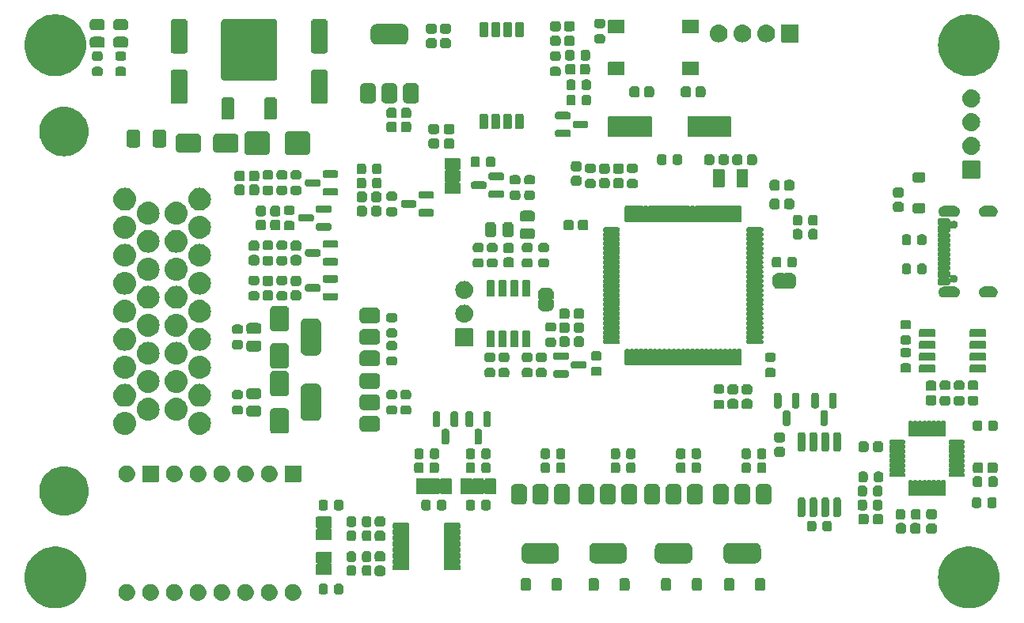
<source format=gbr>
%TF.GenerationSoftware,KiCad,Pcbnew,8.0.6*%
%TF.CreationDate,2024-11-23T21:07:21+07:00*%
%TF.ProjectId,NO2C,4e4f3243-2e6b-4696-9361-645f70636258,vD1*%
%TF.SameCoordinates,Original*%
%TF.FileFunction,Soldermask,Top*%
%TF.FilePolarity,Negative*%
%FSLAX46Y46*%
G04 Gerber Fmt 4.6, Leading zero omitted, Abs format (unit mm)*
G04 Created by KiCad (PCBNEW 8.0.6) date 2024-11-23 21:07:21*
%MOMM*%
%LPD*%
G01*
G04 APERTURE LIST*
G04 APERTURE END LIST*
G36*
X4034139Y6758106D02*
G01*
X4383272Y6681257D01*
X4722048Y6567110D01*
X5046497Y6417003D01*
X5352815Y6232698D01*
X5637411Y6016354D01*
X5896947Y5770509D01*
X6128381Y5498043D01*
X6329000Y5202153D01*
X6496451Y4886306D01*
X6628772Y4554206D01*
X6724410Y4209746D01*
X6782246Y3856966D01*
X6801600Y3500000D01*
X6782246Y3143034D01*
X6724410Y2790254D01*
X6628772Y2445794D01*
X6496451Y2113694D01*
X6329000Y1797847D01*
X6128381Y1501957D01*
X5896947Y1229491D01*
X5637411Y983646D01*
X5352815Y767302D01*
X5046497Y582997D01*
X4722048Y432890D01*
X4383272Y318743D01*
X4034139Y241894D01*
X3678745Y203242D01*
X3321255Y203242D01*
X2965861Y241894D01*
X2616728Y318743D01*
X2277952Y432890D01*
X1953503Y582997D01*
X1647185Y767302D01*
X1362589Y983646D01*
X1103053Y1229491D01*
X871619Y1501957D01*
X671000Y1797847D01*
X503549Y2113694D01*
X371228Y2445794D01*
X275590Y2790254D01*
X217754Y3143034D01*
X198400Y3500000D01*
X217754Y3856966D01*
X275590Y4209746D01*
X371228Y4554206D01*
X503549Y4886306D01*
X671000Y5202153D01*
X871619Y5498043D01*
X1103053Y5770509D01*
X1362589Y6016354D01*
X1647185Y6232698D01*
X1953503Y6417003D01*
X2277952Y6567110D01*
X2616728Y6681257D01*
X2965861Y6758106D01*
X3321255Y6796758D01*
X3678745Y6796758D01*
X4034139Y6758106D01*
G37*
G36*
X101784139Y6758106D02*
G01*
X102133272Y6681257D01*
X102472048Y6567110D01*
X102796497Y6417003D01*
X103102815Y6232698D01*
X103387411Y6016354D01*
X103646947Y5770509D01*
X103878381Y5498043D01*
X104079000Y5202153D01*
X104246451Y4886306D01*
X104378772Y4554206D01*
X104474410Y4209746D01*
X104532246Y3856966D01*
X104551600Y3500000D01*
X104532246Y3143034D01*
X104474410Y2790254D01*
X104378772Y2445794D01*
X104246451Y2113694D01*
X104079000Y1797847D01*
X103878381Y1501957D01*
X103646947Y1229491D01*
X103387411Y983646D01*
X103102815Y767302D01*
X102796497Y582997D01*
X102472048Y432890D01*
X102133272Y318743D01*
X101784139Y241894D01*
X101428745Y203242D01*
X101071255Y203242D01*
X100715861Y241894D01*
X100366728Y318743D01*
X100027952Y432890D01*
X99703503Y582997D01*
X99397185Y767302D01*
X99112589Y983646D01*
X98853053Y1229491D01*
X98621619Y1501957D01*
X98421000Y1797847D01*
X98253549Y2113694D01*
X98121228Y2445794D01*
X98025590Y2790254D01*
X97967754Y3143034D01*
X97948400Y3500000D01*
X97967754Y3856966D01*
X98025590Y4209746D01*
X98121228Y4554206D01*
X98253549Y4886306D01*
X98421000Y5202153D01*
X98621619Y5498043D01*
X98853053Y5770509D01*
X99112589Y6016354D01*
X99397185Y6232698D01*
X99703503Y6417003D01*
X100027952Y6567110D01*
X100366728Y6681257D01*
X100715861Y6758106D01*
X101071255Y6796758D01*
X101428745Y6796758D01*
X101784139Y6758106D01*
G37*
G36*
X11197659Y2798661D02*
G01*
X11244243Y2798661D01*
X11284468Y2790111D01*
X11325842Y2786036D01*
X11377821Y2770269D01*
X11428610Y2759473D01*
X11461108Y2745004D01*
X11494934Y2734743D01*
X11548690Y2706010D01*
X11600800Y2682809D01*
X11625025Y2665208D01*
X11650765Y2651450D01*
X11703273Y2608358D01*
X11753288Y2572019D01*
X11769527Y2553983D01*
X11787353Y2539354D01*
X11835254Y2480987D01*
X11879410Y2431947D01*
X11888685Y2415881D01*
X11899449Y2402766D01*
X11939262Y2328281D01*
X11973653Y2268714D01*
X11977609Y2256538D01*
X11982742Y2246935D01*
X12011041Y2153644D01*
X12031898Y2089453D01*
X12032632Y2082468D01*
X12034035Y2077843D01*
X12047689Y1939203D01*
X12051600Y1902000D01*
X12047689Y1864795D01*
X12034035Y1726158D01*
X12032632Y1721535D01*
X12031898Y1714547D01*
X12011036Y1650343D01*
X11982742Y1557066D01*
X11977610Y1547465D01*
X11973653Y1535286D01*
X11939255Y1475708D01*
X11899449Y1401235D01*
X11888687Y1388123D01*
X11879410Y1372053D01*
X11835245Y1323004D01*
X11787353Y1264647D01*
X11769531Y1250022D01*
X11753288Y1231981D01*
X11703262Y1195636D01*
X11650765Y1152551D01*
X11625030Y1138796D01*
X11600800Y1121191D01*
X11548679Y1097986D01*
X11494934Y1069258D01*
X11461115Y1059000D01*
X11428610Y1044527D01*
X11377810Y1033730D01*
X11325842Y1017965D01*
X11284476Y1013891D01*
X11244243Y1005339D01*
X11197649Y1005339D01*
X11150000Y1000646D01*
X11102351Y1005339D01*
X11055757Y1005339D01*
X11015523Y1013891D01*
X10974157Y1017965D01*
X10922185Y1033731D01*
X10871390Y1044527D01*
X10838886Y1058999D01*
X10805065Y1069258D01*
X10751314Y1097989D01*
X10699200Y1121191D01*
X10674972Y1138794D01*
X10649234Y1152551D01*
X10596728Y1195642D01*
X10546712Y1231981D01*
X10530471Y1250018D01*
X10512646Y1264647D01*
X10464743Y1323017D01*
X10420590Y1372053D01*
X10411314Y1388119D01*
X10400550Y1401235D01*
X10360731Y1475731D01*
X10326347Y1535286D01*
X10322391Y1547461D01*
X10317257Y1557066D01*
X10288948Y1650389D01*
X10268102Y1714547D01*
X10267368Y1721530D01*
X10265964Y1726158D01*
X10252294Y1864946D01*
X10248400Y1902000D01*
X10252294Y1939052D01*
X10265964Y2077843D01*
X10267368Y2082473D01*
X10268102Y2089453D01*
X10288943Y2153598D01*
X10317257Y2246935D01*
X10322392Y2256543D01*
X10326347Y2268714D01*
X10360724Y2328257D01*
X10400550Y2402766D01*
X10411316Y2415885D01*
X10420590Y2431947D01*
X10464733Y2480974D01*
X10512646Y2539354D01*
X10530474Y2553986D01*
X10546712Y2572019D01*
X10596718Y2608351D01*
X10649234Y2651450D01*
X10674977Y2665210D01*
X10699200Y2682809D01*
X10751303Y2706007D01*
X10805065Y2734743D01*
X10838893Y2745005D01*
X10871390Y2759473D01*
X10922174Y2770268D01*
X10974157Y2786036D01*
X11015532Y2790112D01*
X11055757Y2798661D01*
X11102341Y2798661D01*
X11150000Y2803355D01*
X11197659Y2798661D01*
G37*
G36*
X13737659Y2798661D02*
G01*
X13784243Y2798661D01*
X13824468Y2790111D01*
X13865842Y2786036D01*
X13917821Y2770269D01*
X13968610Y2759473D01*
X14001108Y2745004D01*
X14034934Y2734743D01*
X14088690Y2706010D01*
X14140800Y2682809D01*
X14165025Y2665208D01*
X14190765Y2651450D01*
X14243273Y2608358D01*
X14293288Y2572019D01*
X14309527Y2553983D01*
X14327353Y2539354D01*
X14375254Y2480987D01*
X14419410Y2431947D01*
X14428685Y2415881D01*
X14439449Y2402766D01*
X14479262Y2328281D01*
X14513653Y2268714D01*
X14517609Y2256538D01*
X14522742Y2246935D01*
X14551041Y2153644D01*
X14571898Y2089453D01*
X14572632Y2082468D01*
X14574035Y2077843D01*
X14587689Y1939203D01*
X14591600Y1902000D01*
X14587689Y1864795D01*
X14574035Y1726158D01*
X14572632Y1721535D01*
X14571898Y1714547D01*
X14551036Y1650343D01*
X14522742Y1557066D01*
X14517610Y1547465D01*
X14513653Y1535286D01*
X14479255Y1475708D01*
X14439449Y1401235D01*
X14428687Y1388123D01*
X14419410Y1372053D01*
X14375245Y1323004D01*
X14327353Y1264647D01*
X14309531Y1250022D01*
X14293288Y1231981D01*
X14243262Y1195636D01*
X14190765Y1152551D01*
X14165030Y1138796D01*
X14140800Y1121191D01*
X14088679Y1097986D01*
X14034934Y1069258D01*
X14001115Y1059000D01*
X13968610Y1044527D01*
X13917810Y1033730D01*
X13865842Y1017965D01*
X13824476Y1013891D01*
X13784243Y1005339D01*
X13737649Y1005339D01*
X13690000Y1000646D01*
X13642351Y1005339D01*
X13595757Y1005339D01*
X13555523Y1013891D01*
X13514157Y1017965D01*
X13462185Y1033731D01*
X13411390Y1044527D01*
X13378886Y1058999D01*
X13345065Y1069258D01*
X13291314Y1097989D01*
X13239200Y1121191D01*
X13214972Y1138794D01*
X13189234Y1152551D01*
X13136728Y1195642D01*
X13086712Y1231981D01*
X13070471Y1250018D01*
X13052646Y1264647D01*
X13004743Y1323017D01*
X12960590Y1372053D01*
X12951314Y1388119D01*
X12940550Y1401235D01*
X12900731Y1475731D01*
X12866347Y1535286D01*
X12862391Y1547461D01*
X12857257Y1557066D01*
X12828948Y1650389D01*
X12808102Y1714547D01*
X12807368Y1721530D01*
X12805964Y1726158D01*
X12792294Y1864946D01*
X12788400Y1902000D01*
X12792294Y1939052D01*
X12805964Y2077843D01*
X12807368Y2082473D01*
X12808102Y2089453D01*
X12828943Y2153598D01*
X12857257Y2246935D01*
X12862392Y2256543D01*
X12866347Y2268714D01*
X12900724Y2328257D01*
X12940550Y2402766D01*
X12951316Y2415885D01*
X12960590Y2431947D01*
X13004733Y2480974D01*
X13052646Y2539354D01*
X13070474Y2553986D01*
X13086712Y2572019D01*
X13136718Y2608351D01*
X13189234Y2651450D01*
X13214977Y2665210D01*
X13239200Y2682809D01*
X13291303Y2706007D01*
X13345065Y2734743D01*
X13378893Y2745005D01*
X13411390Y2759473D01*
X13462174Y2770268D01*
X13514157Y2786036D01*
X13555532Y2790112D01*
X13595757Y2798661D01*
X13642341Y2798661D01*
X13690000Y2803355D01*
X13737659Y2798661D01*
G37*
G36*
X16277659Y2798661D02*
G01*
X16324243Y2798661D01*
X16364468Y2790111D01*
X16405842Y2786036D01*
X16457821Y2770269D01*
X16508610Y2759473D01*
X16541108Y2745004D01*
X16574934Y2734743D01*
X16628690Y2706010D01*
X16680800Y2682809D01*
X16705025Y2665208D01*
X16730765Y2651450D01*
X16783273Y2608358D01*
X16833288Y2572019D01*
X16849527Y2553983D01*
X16867353Y2539354D01*
X16915254Y2480987D01*
X16959410Y2431947D01*
X16968685Y2415881D01*
X16979449Y2402766D01*
X17019262Y2328281D01*
X17053653Y2268714D01*
X17057609Y2256538D01*
X17062742Y2246935D01*
X17091041Y2153644D01*
X17111898Y2089453D01*
X17112632Y2082468D01*
X17114035Y2077843D01*
X17127689Y1939203D01*
X17131600Y1902000D01*
X17127689Y1864795D01*
X17114035Y1726158D01*
X17112632Y1721535D01*
X17111898Y1714547D01*
X17091036Y1650343D01*
X17062742Y1557066D01*
X17057610Y1547465D01*
X17053653Y1535286D01*
X17019255Y1475708D01*
X16979449Y1401235D01*
X16968687Y1388123D01*
X16959410Y1372053D01*
X16915245Y1323004D01*
X16867353Y1264647D01*
X16849531Y1250022D01*
X16833288Y1231981D01*
X16783262Y1195636D01*
X16730765Y1152551D01*
X16705030Y1138796D01*
X16680800Y1121191D01*
X16628679Y1097986D01*
X16574934Y1069258D01*
X16541115Y1059000D01*
X16508610Y1044527D01*
X16457810Y1033730D01*
X16405842Y1017965D01*
X16364476Y1013891D01*
X16324243Y1005339D01*
X16277649Y1005339D01*
X16230000Y1000646D01*
X16182351Y1005339D01*
X16135757Y1005339D01*
X16095523Y1013891D01*
X16054157Y1017965D01*
X16002185Y1033731D01*
X15951390Y1044527D01*
X15918886Y1058999D01*
X15885065Y1069258D01*
X15831314Y1097989D01*
X15779200Y1121191D01*
X15754972Y1138794D01*
X15729234Y1152551D01*
X15676728Y1195642D01*
X15626712Y1231981D01*
X15610471Y1250018D01*
X15592646Y1264647D01*
X15544743Y1323017D01*
X15500590Y1372053D01*
X15491314Y1388119D01*
X15480550Y1401235D01*
X15440731Y1475731D01*
X15406347Y1535286D01*
X15402391Y1547461D01*
X15397257Y1557066D01*
X15368948Y1650389D01*
X15348102Y1714547D01*
X15347368Y1721530D01*
X15345964Y1726158D01*
X15332294Y1864946D01*
X15328400Y1902000D01*
X15332294Y1939052D01*
X15345964Y2077843D01*
X15347368Y2082473D01*
X15348102Y2089453D01*
X15368943Y2153598D01*
X15397257Y2246935D01*
X15402392Y2256543D01*
X15406347Y2268714D01*
X15440724Y2328257D01*
X15480550Y2402766D01*
X15491316Y2415885D01*
X15500590Y2431947D01*
X15544733Y2480974D01*
X15592646Y2539354D01*
X15610474Y2553986D01*
X15626712Y2572019D01*
X15676718Y2608351D01*
X15729234Y2651450D01*
X15754977Y2665210D01*
X15779200Y2682809D01*
X15831303Y2706007D01*
X15885065Y2734743D01*
X15918893Y2745005D01*
X15951390Y2759473D01*
X16002174Y2770268D01*
X16054157Y2786036D01*
X16095532Y2790112D01*
X16135757Y2798661D01*
X16182341Y2798661D01*
X16230000Y2803355D01*
X16277659Y2798661D01*
G37*
G36*
X18817659Y2798661D02*
G01*
X18864243Y2798661D01*
X18904468Y2790111D01*
X18945842Y2786036D01*
X18997821Y2770269D01*
X19048610Y2759473D01*
X19081108Y2745004D01*
X19114934Y2734743D01*
X19168690Y2706010D01*
X19220800Y2682809D01*
X19245025Y2665208D01*
X19270765Y2651450D01*
X19323273Y2608358D01*
X19373288Y2572019D01*
X19389527Y2553983D01*
X19407353Y2539354D01*
X19455254Y2480987D01*
X19499410Y2431947D01*
X19508685Y2415881D01*
X19519449Y2402766D01*
X19559262Y2328281D01*
X19593653Y2268714D01*
X19597609Y2256538D01*
X19602742Y2246935D01*
X19631041Y2153644D01*
X19651898Y2089453D01*
X19652632Y2082468D01*
X19654035Y2077843D01*
X19667689Y1939203D01*
X19671600Y1902000D01*
X19667689Y1864795D01*
X19654035Y1726158D01*
X19652632Y1721535D01*
X19651898Y1714547D01*
X19631036Y1650343D01*
X19602742Y1557066D01*
X19597610Y1547465D01*
X19593653Y1535286D01*
X19559255Y1475708D01*
X19519449Y1401235D01*
X19508687Y1388123D01*
X19499410Y1372053D01*
X19455245Y1323004D01*
X19407353Y1264647D01*
X19389531Y1250022D01*
X19373288Y1231981D01*
X19323262Y1195636D01*
X19270765Y1152551D01*
X19245030Y1138796D01*
X19220800Y1121191D01*
X19168679Y1097986D01*
X19114934Y1069258D01*
X19081115Y1059000D01*
X19048610Y1044527D01*
X18997810Y1033730D01*
X18945842Y1017965D01*
X18904476Y1013891D01*
X18864243Y1005339D01*
X18817649Y1005339D01*
X18770000Y1000646D01*
X18722351Y1005339D01*
X18675757Y1005339D01*
X18635523Y1013891D01*
X18594157Y1017965D01*
X18542185Y1033731D01*
X18491390Y1044527D01*
X18458886Y1058999D01*
X18425065Y1069258D01*
X18371314Y1097989D01*
X18319200Y1121191D01*
X18294972Y1138794D01*
X18269234Y1152551D01*
X18216728Y1195642D01*
X18166712Y1231981D01*
X18150471Y1250018D01*
X18132646Y1264647D01*
X18084743Y1323017D01*
X18040590Y1372053D01*
X18031314Y1388119D01*
X18020550Y1401235D01*
X17980731Y1475731D01*
X17946347Y1535286D01*
X17942391Y1547461D01*
X17937257Y1557066D01*
X17908948Y1650389D01*
X17888102Y1714547D01*
X17887368Y1721530D01*
X17885964Y1726158D01*
X17872294Y1864946D01*
X17868400Y1902000D01*
X17872294Y1939052D01*
X17885964Y2077843D01*
X17887368Y2082473D01*
X17888102Y2089453D01*
X17908943Y2153598D01*
X17937257Y2246935D01*
X17942392Y2256543D01*
X17946347Y2268714D01*
X17980724Y2328257D01*
X18020550Y2402766D01*
X18031316Y2415885D01*
X18040590Y2431947D01*
X18084733Y2480974D01*
X18132646Y2539354D01*
X18150474Y2553986D01*
X18166712Y2572019D01*
X18216718Y2608351D01*
X18269234Y2651450D01*
X18294977Y2665210D01*
X18319200Y2682809D01*
X18371303Y2706007D01*
X18425065Y2734743D01*
X18458893Y2745005D01*
X18491390Y2759473D01*
X18542174Y2770268D01*
X18594157Y2786036D01*
X18635532Y2790112D01*
X18675757Y2798661D01*
X18722341Y2798661D01*
X18770000Y2803355D01*
X18817659Y2798661D01*
G37*
G36*
X21357659Y2798661D02*
G01*
X21404243Y2798661D01*
X21444468Y2790111D01*
X21485842Y2786036D01*
X21537821Y2770269D01*
X21588610Y2759473D01*
X21621108Y2745004D01*
X21654934Y2734743D01*
X21708690Y2706010D01*
X21760800Y2682809D01*
X21785025Y2665208D01*
X21810765Y2651450D01*
X21863273Y2608358D01*
X21913288Y2572019D01*
X21929527Y2553983D01*
X21947353Y2539354D01*
X21995254Y2480987D01*
X22039410Y2431947D01*
X22048685Y2415881D01*
X22059449Y2402766D01*
X22099262Y2328281D01*
X22133653Y2268714D01*
X22137609Y2256538D01*
X22142742Y2246935D01*
X22171041Y2153644D01*
X22191898Y2089453D01*
X22192632Y2082468D01*
X22194035Y2077843D01*
X22207689Y1939203D01*
X22211600Y1902000D01*
X22207689Y1864795D01*
X22194035Y1726158D01*
X22192632Y1721535D01*
X22191898Y1714547D01*
X22171036Y1650343D01*
X22142742Y1557066D01*
X22137610Y1547465D01*
X22133653Y1535286D01*
X22099255Y1475708D01*
X22059449Y1401235D01*
X22048687Y1388123D01*
X22039410Y1372053D01*
X21995245Y1323004D01*
X21947353Y1264647D01*
X21929531Y1250022D01*
X21913288Y1231981D01*
X21863262Y1195636D01*
X21810765Y1152551D01*
X21785030Y1138796D01*
X21760800Y1121191D01*
X21708679Y1097986D01*
X21654934Y1069258D01*
X21621115Y1059000D01*
X21588610Y1044527D01*
X21537810Y1033730D01*
X21485842Y1017965D01*
X21444476Y1013891D01*
X21404243Y1005339D01*
X21357649Y1005339D01*
X21310000Y1000646D01*
X21262351Y1005339D01*
X21215757Y1005339D01*
X21175523Y1013891D01*
X21134157Y1017965D01*
X21082185Y1033731D01*
X21031390Y1044527D01*
X20998886Y1058999D01*
X20965065Y1069258D01*
X20911314Y1097989D01*
X20859200Y1121191D01*
X20834972Y1138794D01*
X20809234Y1152551D01*
X20756728Y1195642D01*
X20706712Y1231981D01*
X20690471Y1250018D01*
X20672646Y1264647D01*
X20624743Y1323017D01*
X20580590Y1372053D01*
X20571314Y1388119D01*
X20560550Y1401235D01*
X20520731Y1475731D01*
X20486347Y1535286D01*
X20482391Y1547461D01*
X20477257Y1557066D01*
X20448948Y1650389D01*
X20428102Y1714547D01*
X20427368Y1721530D01*
X20425964Y1726158D01*
X20412294Y1864946D01*
X20408400Y1902000D01*
X20412294Y1939052D01*
X20425964Y2077843D01*
X20427368Y2082473D01*
X20428102Y2089453D01*
X20448943Y2153598D01*
X20477257Y2246935D01*
X20482392Y2256543D01*
X20486347Y2268714D01*
X20520724Y2328257D01*
X20560550Y2402766D01*
X20571316Y2415885D01*
X20580590Y2431947D01*
X20624733Y2480974D01*
X20672646Y2539354D01*
X20690474Y2553986D01*
X20706712Y2572019D01*
X20756718Y2608351D01*
X20809234Y2651450D01*
X20834977Y2665210D01*
X20859200Y2682809D01*
X20911303Y2706007D01*
X20965065Y2734743D01*
X20998893Y2745005D01*
X21031390Y2759473D01*
X21082174Y2770268D01*
X21134157Y2786036D01*
X21175532Y2790112D01*
X21215757Y2798661D01*
X21262341Y2798661D01*
X21310000Y2803355D01*
X21357659Y2798661D01*
G37*
G36*
X23897659Y2798661D02*
G01*
X23944243Y2798661D01*
X23984468Y2790111D01*
X24025842Y2786036D01*
X24077821Y2770269D01*
X24128610Y2759473D01*
X24161108Y2745004D01*
X24194934Y2734743D01*
X24248690Y2706010D01*
X24300800Y2682809D01*
X24325025Y2665208D01*
X24350765Y2651450D01*
X24403273Y2608358D01*
X24453288Y2572019D01*
X24469527Y2553983D01*
X24487353Y2539354D01*
X24535254Y2480987D01*
X24579410Y2431947D01*
X24588685Y2415881D01*
X24599449Y2402766D01*
X24639262Y2328281D01*
X24673653Y2268714D01*
X24677609Y2256538D01*
X24682742Y2246935D01*
X24711041Y2153644D01*
X24731898Y2089453D01*
X24732632Y2082468D01*
X24734035Y2077843D01*
X24747689Y1939203D01*
X24751600Y1902000D01*
X24747689Y1864795D01*
X24734035Y1726158D01*
X24732632Y1721535D01*
X24731898Y1714547D01*
X24711036Y1650343D01*
X24682742Y1557066D01*
X24677610Y1547465D01*
X24673653Y1535286D01*
X24639255Y1475708D01*
X24599449Y1401235D01*
X24588687Y1388123D01*
X24579410Y1372053D01*
X24535245Y1323004D01*
X24487353Y1264647D01*
X24469531Y1250022D01*
X24453288Y1231981D01*
X24403262Y1195636D01*
X24350765Y1152551D01*
X24325030Y1138796D01*
X24300800Y1121191D01*
X24248679Y1097986D01*
X24194934Y1069258D01*
X24161115Y1059000D01*
X24128610Y1044527D01*
X24077810Y1033730D01*
X24025842Y1017965D01*
X23984476Y1013891D01*
X23944243Y1005339D01*
X23897649Y1005339D01*
X23850000Y1000646D01*
X23802351Y1005339D01*
X23755757Y1005339D01*
X23715523Y1013891D01*
X23674157Y1017965D01*
X23622185Y1033731D01*
X23571390Y1044527D01*
X23538886Y1058999D01*
X23505065Y1069258D01*
X23451314Y1097989D01*
X23399200Y1121191D01*
X23374972Y1138794D01*
X23349234Y1152551D01*
X23296728Y1195642D01*
X23246712Y1231981D01*
X23230471Y1250018D01*
X23212646Y1264647D01*
X23164743Y1323017D01*
X23120590Y1372053D01*
X23111314Y1388119D01*
X23100550Y1401235D01*
X23060731Y1475731D01*
X23026347Y1535286D01*
X23022391Y1547461D01*
X23017257Y1557066D01*
X22988948Y1650389D01*
X22968102Y1714547D01*
X22967368Y1721530D01*
X22965964Y1726158D01*
X22952294Y1864946D01*
X22948400Y1902000D01*
X22952294Y1939052D01*
X22965964Y2077843D01*
X22967368Y2082473D01*
X22968102Y2089453D01*
X22988943Y2153598D01*
X23017257Y2246935D01*
X23022392Y2256543D01*
X23026347Y2268714D01*
X23060724Y2328257D01*
X23100550Y2402766D01*
X23111316Y2415885D01*
X23120590Y2431947D01*
X23164733Y2480974D01*
X23212646Y2539354D01*
X23230474Y2553986D01*
X23246712Y2572019D01*
X23296718Y2608351D01*
X23349234Y2651450D01*
X23374977Y2665210D01*
X23399200Y2682809D01*
X23451303Y2706007D01*
X23505065Y2734743D01*
X23538893Y2745005D01*
X23571390Y2759473D01*
X23622174Y2770268D01*
X23674157Y2786036D01*
X23715532Y2790112D01*
X23755757Y2798661D01*
X23802341Y2798661D01*
X23850000Y2803355D01*
X23897659Y2798661D01*
G37*
G36*
X26437659Y2798661D02*
G01*
X26484243Y2798661D01*
X26524468Y2790111D01*
X26565842Y2786036D01*
X26617821Y2770269D01*
X26668610Y2759473D01*
X26701108Y2745004D01*
X26734934Y2734743D01*
X26788690Y2706010D01*
X26840800Y2682809D01*
X26865025Y2665208D01*
X26890765Y2651450D01*
X26943273Y2608358D01*
X26993288Y2572019D01*
X27009527Y2553983D01*
X27027353Y2539354D01*
X27075254Y2480987D01*
X27119410Y2431947D01*
X27128685Y2415881D01*
X27139449Y2402766D01*
X27179262Y2328281D01*
X27213653Y2268714D01*
X27217609Y2256538D01*
X27222742Y2246935D01*
X27251041Y2153644D01*
X27271898Y2089453D01*
X27272632Y2082468D01*
X27274035Y2077843D01*
X27287689Y1939203D01*
X27291600Y1902000D01*
X27287689Y1864795D01*
X27274035Y1726158D01*
X27272632Y1721535D01*
X27271898Y1714547D01*
X27251036Y1650343D01*
X27222742Y1557066D01*
X27217610Y1547465D01*
X27213653Y1535286D01*
X27179255Y1475708D01*
X27139449Y1401235D01*
X27128687Y1388123D01*
X27119410Y1372053D01*
X27075245Y1323004D01*
X27027353Y1264647D01*
X27009531Y1250022D01*
X26993288Y1231981D01*
X26943262Y1195636D01*
X26890765Y1152551D01*
X26865030Y1138796D01*
X26840800Y1121191D01*
X26788679Y1097986D01*
X26734934Y1069258D01*
X26701115Y1059000D01*
X26668610Y1044527D01*
X26617810Y1033730D01*
X26565842Y1017965D01*
X26524476Y1013891D01*
X26484243Y1005339D01*
X26437649Y1005339D01*
X26390000Y1000646D01*
X26342351Y1005339D01*
X26295757Y1005339D01*
X26255523Y1013891D01*
X26214157Y1017965D01*
X26162185Y1033731D01*
X26111390Y1044527D01*
X26078886Y1058999D01*
X26045065Y1069258D01*
X25991314Y1097989D01*
X25939200Y1121191D01*
X25914972Y1138794D01*
X25889234Y1152551D01*
X25836728Y1195642D01*
X25786712Y1231981D01*
X25770471Y1250018D01*
X25752646Y1264647D01*
X25704743Y1323017D01*
X25660590Y1372053D01*
X25651314Y1388119D01*
X25640550Y1401235D01*
X25600731Y1475731D01*
X25566347Y1535286D01*
X25562391Y1547461D01*
X25557257Y1557066D01*
X25528948Y1650389D01*
X25508102Y1714547D01*
X25507368Y1721530D01*
X25505964Y1726158D01*
X25492294Y1864946D01*
X25488400Y1902000D01*
X25492294Y1939052D01*
X25505964Y2077843D01*
X25507368Y2082473D01*
X25508102Y2089453D01*
X25528943Y2153598D01*
X25557257Y2246935D01*
X25562392Y2256543D01*
X25566347Y2268714D01*
X25600724Y2328257D01*
X25640550Y2402766D01*
X25651316Y2415885D01*
X25660590Y2431947D01*
X25704733Y2480974D01*
X25752646Y2539354D01*
X25770474Y2553986D01*
X25786712Y2572019D01*
X25836718Y2608351D01*
X25889234Y2651450D01*
X25914977Y2665210D01*
X25939200Y2682809D01*
X25991303Y2706007D01*
X26045065Y2734743D01*
X26078893Y2745005D01*
X26111390Y2759473D01*
X26162174Y2770268D01*
X26214157Y2786036D01*
X26255532Y2790112D01*
X26295757Y2798661D01*
X26342341Y2798661D01*
X26390000Y2803355D01*
X26437659Y2798661D01*
G37*
G36*
X28977659Y2798661D02*
G01*
X29024243Y2798661D01*
X29064468Y2790111D01*
X29105842Y2786036D01*
X29157821Y2770269D01*
X29208610Y2759473D01*
X29241108Y2745004D01*
X29274934Y2734743D01*
X29328690Y2706010D01*
X29380800Y2682809D01*
X29405025Y2665208D01*
X29430765Y2651450D01*
X29483273Y2608358D01*
X29533288Y2572019D01*
X29549527Y2553983D01*
X29567353Y2539354D01*
X29615254Y2480987D01*
X29659410Y2431947D01*
X29668685Y2415881D01*
X29679449Y2402766D01*
X29719262Y2328281D01*
X29753653Y2268714D01*
X29757609Y2256538D01*
X29762742Y2246935D01*
X29791041Y2153644D01*
X29811898Y2089453D01*
X29812632Y2082468D01*
X29814035Y2077843D01*
X29827689Y1939203D01*
X29831600Y1902000D01*
X29827689Y1864795D01*
X29814035Y1726158D01*
X29812632Y1721535D01*
X29811898Y1714547D01*
X29791036Y1650343D01*
X29762742Y1557066D01*
X29757610Y1547465D01*
X29753653Y1535286D01*
X29719255Y1475708D01*
X29679449Y1401235D01*
X29668687Y1388123D01*
X29659410Y1372053D01*
X29615245Y1323004D01*
X29567353Y1264647D01*
X29549531Y1250022D01*
X29533288Y1231981D01*
X29483262Y1195636D01*
X29430765Y1152551D01*
X29405030Y1138796D01*
X29380800Y1121191D01*
X29328679Y1097986D01*
X29274934Y1069258D01*
X29241115Y1059000D01*
X29208610Y1044527D01*
X29157810Y1033730D01*
X29105842Y1017965D01*
X29064476Y1013891D01*
X29024243Y1005339D01*
X28977649Y1005339D01*
X28930000Y1000646D01*
X28882351Y1005339D01*
X28835757Y1005339D01*
X28795523Y1013891D01*
X28754157Y1017965D01*
X28702185Y1033731D01*
X28651390Y1044527D01*
X28618886Y1058999D01*
X28585065Y1069258D01*
X28531314Y1097989D01*
X28479200Y1121191D01*
X28454972Y1138794D01*
X28429234Y1152551D01*
X28376728Y1195642D01*
X28326712Y1231981D01*
X28310471Y1250018D01*
X28292646Y1264647D01*
X28244743Y1323017D01*
X28200590Y1372053D01*
X28191314Y1388119D01*
X28180550Y1401235D01*
X28140731Y1475731D01*
X28106347Y1535286D01*
X28102391Y1547461D01*
X28097257Y1557066D01*
X28068948Y1650389D01*
X28048102Y1714547D01*
X28047368Y1721530D01*
X28045964Y1726158D01*
X28032294Y1864946D01*
X28028400Y1902000D01*
X28032294Y1939052D01*
X28045964Y2077843D01*
X28047368Y2082473D01*
X28048102Y2089453D01*
X28068943Y2153598D01*
X28097257Y2246935D01*
X28102392Y2256543D01*
X28106347Y2268714D01*
X28140724Y2328257D01*
X28180550Y2402766D01*
X28191316Y2415885D01*
X28200590Y2431947D01*
X28244733Y2480974D01*
X28292646Y2539354D01*
X28310474Y2553986D01*
X28326712Y2572019D01*
X28376718Y2608351D01*
X28429234Y2651450D01*
X28454977Y2665210D01*
X28479200Y2682809D01*
X28531303Y2706007D01*
X28585065Y2734743D01*
X28618893Y2745005D01*
X28651390Y2759473D01*
X28702174Y2770268D01*
X28754157Y2786036D01*
X28795532Y2790112D01*
X28835757Y2798661D01*
X28882341Y2798661D01*
X28930000Y2803355D01*
X28977659Y2798661D01*
G37*
G36*
X32444051Y2818589D02*
G01*
X32452789Y2814731D01*
X32460372Y2813626D01*
X32507773Y2790453D01*
X32545445Y2773819D01*
X32548933Y2770331D01*
X32549845Y2769885D01*
X32619884Y2699846D01*
X32620329Y2698935D01*
X32623819Y2695445D01*
X32640457Y2657763D01*
X32663625Y2610373D01*
X32664729Y2602792D01*
X32668589Y2594051D01*
X32676600Y2525000D01*
X32676600Y1975000D01*
X32668589Y1905949D01*
X32664729Y1897208D01*
X32663625Y1889628D01*
X32640462Y1842248D01*
X32623819Y1804555D01*
X32620328Y1801065D01*
X32619884Y1800155D01*
X32549845Y1730116D01*
X32548935Y1729672D01*
X32545445Y1726181D01*
X32507752Y1709538D01*
X32460372Y1686375D01*
X32452792Y1685271D01*
X32444051Y1681411D01*
X32375000Y1673400D01*
X31975000Y1673400D01*
X31905949Y1681411D01*
X31897208Y1685271D01*
X31889627Y1686375D01*
X31842237Y1709543D01*
X31804555Y1726181D01*
X31801065Y1729671D01*
X31800154Y1730116D01*
X31730115Y1800155D01*
X31729669Y1801067D01*
X31726181Y1804555D01*
X31709547Y1842227D01*
X31686374Y1889628D01*
X31685269Y1897211D01*
X31681411Y1905949D01*
X31673400Y1975000D01*
X31673400Y2525000D01*
X31681411Y2594051D01*
X31685269Y2602789D01*
X31686374Y2610373D01*
X31709551Y2657784D01*
X31726181Y2695445D01*
X31729668Y2698933D01*
X31730115Y2699846D01*
X31800154Y2769885D01*
X31801067Y2770332D01*
X31804555Y2773819D01*
X31842216Y2790449D01*
X31889627Y2813626D01*
X31897211Y2814731D01*
X31905949Y2818589D01*
X31975000Y2826600D01*
X32375000Y2826600D01*
X32444051Y2818589D01*
G37*
G36*
X34094051Y2818589D02*
G01*
X34102789Y2814731D01*
X34110372Y2813626D01*
X34157773Y2790453D01*
X34195445Y2773819D01*
X34198933Y2770331D01*
X34199845Y2769885D01*
X34269884Y2699846D01*
X34270329Y2698935D01*
X34273819Y2695445D01*
X34290457Y2657763D01*
X34313625Y2610373D01*
X34314729Y2602792D01*
X34318589Y2594051D01*
X34326600Y2525000D01*
X34326600Y1975000D01*
X34318589Y1905949D01*
X34314729Y1897208D01*
X34313625Y1889628D01*
X34290462Y1842248D01*
X34273819Y1804555D01*
X34270328Y1801065D01*
X34269884Y1800155D01*
X34199845Y1730116D01*
X34198935Y1729672D01*
X34195445Y1726181D01*
X34157752Y1709538D01*
X34110372Y1686375D01*
X34102792Y1685271D01*
X34094051Y1681411D01*
X34025000Y1673400D01*
X33625000Y1673400D01*
X33555949Y1681411D01*
X33547208Y1685271D01*
X33539627Y1686375D01*
X33492237Y1709543D01*
X33454555Y1726181D01*
X33451065Y1729671D01*
X33450154Y1730116D01*
X33380115Y1800155D01*
X33379669Y1801067D01*
X33376181Y1804555D01*
X33359547Y1842227D01*
X33336374Y1889628D01*
X33335269Y1897211D01*
X33331411Y1905949D01*
X33323400Y1975000D01*
X33323400Y2525000D01*
X33331411Y2594051D01*
X33335269Y2602789D01*
X33336374Y2610373D01*
X33359551Y2657784D01*
X33376181Y2695445D01*
X33379668Y2698933D01*
X33380115Y2699846D01*
X33450154Y2769885D01*
X33451067Y2770332D01*
X33454555Y2773819D01*
X33492216Y2790449D01*
X33539627Y2813626D01*
X33547211Y2814731D01*
X33555949Y2818589D01*
X33625000Y2826600D01*
X34025000Y2826600D01*
X34094051Y2818589D01*
G37*
G36*
X54159530Y3440471D02*
G01*
X54164900Y3437967D01*
X54167506Y3437587D01*
X54204516Y3419494D01*
X54262330Y3392535D01*
X54342535Y3312330D01*
X54369504Y3254494D01*
X54387586Y3217507D01*
X54387965Y3214904D01*
X54390471Y3209530D01*
X54401600Y3125000D01*
X54401600Y2375000D01*
X54390471Y2290470D01*
X54387965Y2285096D01*
X54387586Y2282494D01*
X54369514Y2245529D01*
X54342535Y2187670D01*
X54262330Y2107465D01*
X54204471Y2080486D01*
X54167506Y2062414D01*
X54164904Y2062035D01*
X54159530Y2059529D01*
X54075000Y2048400D01*
X53625000Y2048400D01*
X53540470Y2059529D01*
X53535096Y2062035D01*
X53532493Y2062414D01*
X53495506Y2080496D01*
X53437670Y2107465D01*
X53357465Y2187670D01*
X53330506Y2245484D01*
X53312413Y2282494D01*
X53312033Y2285100D01*
X53309529Y2290470D01*
X53298400Y2375000D01*
X53298400Y3125000D01*
X53309529Y3209530D01*
X53312033Y3214901D01*
X53312413Y3217507D01*
X53330516Y3254538D01*
X53357465Y3312330D01*
X53437670Y3392535D01*
X53495462Y3419484D01*
X53532493Y3437587D01*
X53535099Y3437967D01*
X53540470Y3440471D01*
X53625000Y3451600D01*
X54075000Y3451600D01*
X54159530Y3440471D01*
G37*
G36*
X57459530Y3440471D02*
G01*
X57464900Y3437967D01*
X57467506Y3437587D01*
X57504516Y3419494D01*
X57562330Y3392535D01*
X57642535Y3312330D01*
X57669504Y3254494D01*
X57687586Y3217507D01*
X57687965Y3214904D01*
X57690471Y3209530D01*
X57701600Y3125000D01*
X57701600Y2375000D01*
X57690471Y2290470D01*
X57687965Y2285096D01*
X57687586Y2282494D01*
X57669514Y2245529D01*
X57642535Y2187670D01*
X57562330Y2107465D01*
X57504471Y2080486D01*
X57467506Y2062414D01*
X57464904Y2062035D01*
X57459530Y2059529D01*
X57375000Y2048400D01*
X56925000Y2048400D01*
X56840470Y2059529D01*
X56835096Y2062035D01*
X56832493Y2062414D01*
X56795506Y2080496D01*
X56737670Y2107465D01*
X56657465Y2187670D01*
X56630506Y2245484D01*
X56612413Y2282494D01*
X56612033Y2285100D01*
X56609529Y2290470D01*
X56598400Y2375000D01*
X56598400Y3125000D01*
X56609529Y3209530D01*
X56612033Y3214901D01*
X56612413Y3217507D01*
X56630516Y3254538D01*
X56657465Y3312330D01*
X56737670Y3392535D01*
X56795462Y3419484D01*
X56832493Y3437587D01*
X56835099Y3437967D01*
X56840470Y3440471D01*
X56925000Y3451600D01*
X57375000Y3451600D01*
X57459530Y3440471D01*
G37*
G36*
X61409530Y3440471D02*
G01*
X61414900Y3437967D01*
X61417506Y3437587D01*
X61454516Y3419494D01*
X61512330Y3392535D01*
X61592535Y3312330D01*
X61619504Y3254494D01*
X61637586Y3217507D01*
X61637965Y3214904D01*
X61640471Y3209530D01*
X61651600Y3125000D01*
X61651600Y2375000D01*
X61640471Y2290470D01*
X61637965Y2285096D01*
X61637586Y2282494D01*
X61619514Y2245529D01*
X61592535Y2187670D01*
X61512330Y2107465D01*
X61454471Y2080486D01*
X61417506Y2062414D01*
X61414904Y2062035D01*
X61409530Y2059529D01*
X61325000Y2048400D01*
X60875000Y2048400D01*
X60790470Y2059529D01*
X60785096Y2062035D01*
X60782493Y2062414D01*
X60745506Y2080496D01*
X60687670Y2107465D01*
X60607465Y2187670D01*
X60580506Y2245484D01*
X60562413Y2282494D01*
X60562033Y2285100D01*
X60559529Y2290470D01*
X60548400Y2375000D01*
X60548400Y3125000D01*
X60559529Y3209530D01*
X60562033Y3214901D01*
X60562413Y3217507D01*
X60580516Y3254538D01*
X60607465Y3312330D01*
X60687670Y3392535D01*
X60745462Y3419484D01*
X60782493Y3437587D01*
X60785099Y3437967D01*
X60790470Y3440471D01*
X60875000Y3451600D01*
X61325000Y3451600D01*
X61409530Y3440471D01*
G37*
G36*
X64709530Y3440471D02*
G01*
X64714900Y3437967D01*
X64717506Y3437587D01*
X64754516Y3419494D01*
X64812330Y3392535D01*
X64892535Y3312330D01*
X64919504Y3254494D01*
X64937586Y3217507D01*
X64937965Y3214904D01*
X64940471Y3209530D01*
X64951600Y3125000D01*
X64951600Y2375000D01*
X64940471Y2290470D01*
X64937965Y2285096D01*
X64937586Y2282494D01*
X64919514Y2245529D01*
X64892535Y2187670D01*
X64812330Y2107465D01*
X64754471Y2080486D01*
X64717506Y2062414D01*
X64714904Y2062035D01*
X64709530Y2059529D01*
X64625000Y2048400D01*
X64175000Y2048400D01*
X64090470Y2059529D01*
X64085096Y2062035D01*
X64082493Y2062414D01*
X64045506Y2080496D01*
X63987670Y2107465D01*
X63907465Y2187670D01*
X63880506Y2245484D01*
X63862413Y2282494D01*
X63862033Y2285100D01*
X63859529Y2290470D01*
X63848400Y2375000D01*
X63848400Y3125000D01*
X63859529Y3209530D01*
X63862033Y3214901D01*
X63862413Y3217507D01*
X63880516Y3254538D01*
X63907465Y3312330D01*
X63987670Y3392535D01*
X64045462Y3419484D01*
X64082493Y3437587D01*
X64085099Y3437967D01*
X64090470Y3440471D01*
X64175000Y3451600D01*
X64625000Y3451600D01*
X64709530Y3440471D01*
G37*
G36*
X69159530Y3440471D02*
G01*
X69164900Y3437967D01*
X69167506Y3437587D01*
X69204516Y3419494D01*
X69262330Y3392535D01*
X69342535Y3312330D01*
X69369504Y3254494D01*
X69387586Y3217507D01*
X69387965Y3214904D01*
X69390471Y3209530D01*
X69401600Y3125000D01*
X69401600Y2375000D01*
X69390471Y2290470D01*
X69387965Y2285096D01*
X69387586Y2282494D01*
X69369514Y2245529D01*
X69342535Y2187670D01*
X69262330Y2107465D01*
X69204471Y2080486D01*
X69167506Y2062414D01*
X69164904Y2062035D01*
X69159530Y2059529D01*
X69075000Y2048400D01*
X68625000Y2048400D01*
X68540470Y2059529D01*
X68535096Y2062035D01*
X68532493Y2062414D01*
X68495506Y2080496D01*
X68437670Y2107465D01*
X68357465Y2187670D01*
X68330506Y2245484D01*
X68312413Y2282494D01*
X68312033Y2285100D01*
X68309529Y2290470D01*
X68298400Y2375000D01*
X68298400Y3125000D01*
X68309529Y3209530D01*
X68312033Y3214901D01*
X68312413Y3217507D01*
X68330516Y3254538D01*
X68357465Y3312330D01*
X68437670Y3392535D01*
X68495462Y3419484D01*
X68532493Y3437587D01*
X68535099Y3437967D01*
X68540470Y3440471D01*
X68625000Y3451600D01*
X69075000Y3451600D01*
X69159530Y3440471D01*
G37*
G36*
X72459530Y3440471D02*
G01*
X72464900Y3437967D01*
X72467506Y3437587D01*
X72504516Y3419494D01*
X72562330Y3392535D01*
X72642535Y3312330D01*
X72669504Y3254494D01*
X72687586Y3217507D01*
X72687965Y3214904D01*
X72690471Y3209530D01*
X72701600Y3125000D01*
X72701600Y2375000D01*
X72690471Y2290470D01*
X72687965Y2285096D01*
X72687586Y2282494D01*
X72669514Y2245529D01*
X72642535Y2187670D01*
X72562330Y2107465D01*
X72504471Y2080486D01*
X72467506Y2062414D01*
X72464904Y2062035D01*
X72459530Y2059529D01*
X72375000Y2048400D01*
X71925000Y2048400D01*
X71840470Y2059529D01*
X71835096Y2062035D01*
X71832493Y2062414D01*
X71795506Y2080496D01*
X71737670Y2107465D01*
X71657465Y2187670D01*
X71630506Y2245484D01*
X71612413Y2282494D01*
X71612033Y2285100D01*
X71609529Y2290470D01*
X71598400Y2375000D01*
X71598400Y3125000D01*
X71609529Y3209530D01*
X71612033Y3214901D01*
X71612413Y3217507D01*
X71630516Y3254538D01*
X71657465Y3312330D01*
X71737670Y3392535D01*
X71795462Y3419484D01*
X71832493Y3437587D01*
X71835099Y3437967D01*
X71840470Y3440471D01*
X71925000Y3451600D01*
X72375000Y3451600D01*
X72459530Y3440471D01*
G37*
G36*
X75909530Y3440471D02*
G01*
X75914900Y3437967D01*
X75917506Y3437587D01*
X75954516Y3419494D01*
X76012330Y3392535D01*
X76092535Y3312330D01*
X76119504Y3254494D01*
X76137586Y3217507D01*
X76137965Y3214904D01*
X76140471Y3209530D01*
X76151600Y3125000D01*
X76151600Y2375000D01*
X76140471Y2290470D01*
X76137965Y2285096D01*
X76137586Y2282494D01*
X76119514Y2245529D01*
X76092535Y2187670D01*
X76012330Y2107465D01*
X75954471Y2080486D01*
X75917506Y2062414D01*
X75914904Y2062035D01*
X75909530Y2059529D01*
X75825000Y2048400D01*
X75375000Y2048400D01*
X75290470Y2059529D01*
X75285096Y2062035D01*
X75282493Y2062414D01*
X75245506Y2080496D01*
X75187670Y2107465D01*
X75107465Y2187670D01*
X75080506Y2245484D01*
X75062413Y2282494D01*
X75062033Y2285100D01*
X75059529Y2290470D01*
X75048400Y2375000D01*
X75048400Y3125000D01*
X75059529Y3209530D01*
X75062033Y3214901D01*
X75062413Y3217507D01*
X75080516Y3254538D01*
X75107465Y3312330D01*
X75187670Y3392535D01*
X75245462Y3419484D01*
X75282493Y3437587D01*
X75285099Y3437967D01*
X75290470Y3440471D01*
X75375000Y3451600D01*
X75825000Y3451600D01*
X75909530Y3440471D01*
G37*
G36*
X79209530Y3440471D02*
G01*
X79214900Y3437967D01*
X79217506Y3437587D01*
X79254516Y3419494D01*
X79312330Y3392535D01*
X79392535Y3312330D01*
X79419504Y3254494D01*
X79437586Y3217507D01*
X79437965Y3214904D01*
X79440471Y3209530D01*
X79451600Y3125000D01*
X79451600Y2375000D01*
X79440471Y2290470D01*
X79437965Y2285096D01*
X79437586Y2282494D01*
X79419514Y2245529D01*
X79392535Y2187670D01*
X79312330Y2107465D01*
X79254471Y2080486D01*
X79217506Y2062414D01*
X79214904Y2062035D01*
X79209530Y2059529D01*
X79125000Y2048400D01*
X78675000Y2048400D01*
X78590470Y2059529D01*
X78585096Y2062035D01*
X78582493Y2062414D01*
X78545506Y2080496D01*
X78487670Y2107465D01*
X78407465Y2187670D01*
X78380506Y2245484D01*
X78362413Y2282494D01*
X78362033Y2285100D01*
X78359529Y2290470D01*
X78348400Y2375000D01*
X78348400Y3125000D01*
X78359529Y3209530D01*
X78362033Y3214901D01*
X78362413Y3217507D01*
X78380516Y3254538D01*
X78407465Y3312330D01*
X78487670Y3392535D01*
X78545462Y3419484D01*
X78582493Y3437587D01*
X78585099Y3437967D01*
X78590470Y3440471D01*
X78675000Y3451600D01*
X79125000Y3451600D01*
X79209530Y3440471D01*
G37*
G36*
X38584530Y4740471D02*
G01*
X38589900Y4737967D01*
X38592506Y4737587D01*
X38629516Y4719494D01*
X38687330Y4692535D01*
X38767535Y4612330D01*
X38794504Y4554494D01*
X38812586Y4517507D01*
X38812965Y4514904D01*
X38815471Y4509530D01*
X38826600Y4425000D01*
X38826600Y3975000D01*
X38815471Y3890470D01*
X38812965Y3885096D01*
X38812586Y3882494D01*
X38794514Y3845529D01*
X38767535Y3787670D01*
X38687330Y3707465D01*
X38629471Y3680486D01*
X38592506Y3662414D01*
X38589904Y3662035D01*
X38584530Y3659529D01*
X38500000Y3648400D01*
X38000000Y3648400D01*
X37915470Y3659529D01*
X37910096Y3662035D01*
X37907493Y3662414D01*
X37870506Y3680496D01*
X37812670Y3707465D01*
X37732465Y3787670D01*
X37705506Y3845484D01*
X37687413Y3882494D01*
X37687033Y3885100D01*
X37684529Y3890470D01*
X37673400Y3975000D01*
X37673400Y4425000D01*
X37684529Y4509530D01*
X37687033Y4514901D01*
X37687413Y4517507D01*
X37705516Y4554538D01*
X37732465Y4612330D01*
X37812670Y4692535D01*
X37870462Y4719484D01*
X37907493Y4737587D01*
X37910099Y4737967D01*
X37915470Y4740471D01*
X38000000Y4751600D01*
X38500000Y4751600D01*
X38584530Y4740471D01*
G37*
G36*
X35444051Y4818589D02*
G01*
X35452789Y4814731D01*
X35460372Y4813626D01*
X35507773Y4790453D01*
X35545445Y4773819D01*
X35548933Y4770331D01*
X35549845Y4769885D01*
X35619884Y4699846D01*
X35620329Y4698935D01*
X35623819Y4695445D01*
X35640457Y4657763D01*
X35663625Y4610373D01*
X35664729Y4602792D01*
X35668589Y4594051D01*
X35676600Y4525000D01*
X35676600Y3975000D01*
X35668589Y3905949D01*
X35664729Y3897208D01*
X35663625Y3889628D01*
X35640462Y3842248D01*
X35623819Y3804555D01*
X35620328Y3801065D01*
X35619884Y3800155D01*
X35549845Y3730116D01*
X35548935Y3729672D01*
X35545445Y3726181D01*
X35507752Y3709538D01*
X35460372Y3686375D01*
X35452792Y3685271D01*
X35444051Y3681411D01*
X35375000Y3673400D01*
X34975000Y3673400D01*
X34905949Y3681411D01*
X34897208Y3685271D01*
X34889627Y3686375D01*
X34842237Y3709543D01*
X34804555Y3726181D01*
X34801065Y3729671D01*
X34800154Y3730116D01*
X34730115Y3800155D01*
X34729669Y3801067D01*
X34726181Y3804555D01*
X34709547Y3842227D01*
X34686374Y3889628D01*
X34685269Y3897211D01*
X34681411Y3905949D01*
X34673400Y3975000D01*
X34673400Y4525000D01*
X34681411Y4594051D01*
X34685269Y4602789D01*
X34686374Y4610373D01*
X34709551Y4657784D01*
X34726181Y4695445D01*
X34729668Y4698933D01*
X34730115Y4699846D01*
X34800154Y4769885D01*
X34801067Y4770332D01*
X34804555Y4773819D01*
X34842216Y4790449D01*
X34889627Y4813626D01*
X34897211Y4814731D01*
X34905949Y4818589D01*
X34975000Y4826600D01*
X35375000Y4826600D01*
X35444051Y4818589D01*
G37*
G36*
X37094051Y4818589D02*
G01*
X37102789Y4814731D01*
X37110372Y4813626D01*
X37157773Y4790453D01*
X37195445Y4773819D01*
X37198933Y4770331D01*
X37199845Y4769885D01*
X37269884Y4699846D01*
X37270329Y4698935D01*
X37273819Y4695445D01*
X37290457Y4657763D01*
X37313625Y4610373D01*
X37314729Y4602792D01*
X37318589Y4594051D01*
X37326600Y4525000D01*
X37326600Y3975000D01*
X37318589Y3905949D01*
X37314729Y3897208D01*
X37313625Y3889628D01*
X37290462Y3842248D01*
X37273819Y3804555D01*
X37270328Y3801065D01*
X37269884Y3800155D01*
X37199845Y3730116D01*
X37198935Y3729672D01*
X37195445Y3726181D01*
X37157752Y3709538D01*
X37110372Y3686375D01*
X37102792Y3685271D01*
X37094051Y3681411D01*
X37025000Y3673400D01*
X36625000Y3673400D01*
X36555949Y3681411D01*
X36547208Y3685271D01*
X36539627Y3686375D01*
X36492237Y3709543D01*
X36454555Y3726181D01*
X36451065Y3729671D01*
X36450154Y3730116D01*
X36380115Y3800155D01*
X36379669Y3801067D01*
X36376181Y3804555D01*
X36359547Y3842227D01*
X36336374Y3889628D01*
X36335269Y3897211D01*
X36331411Y3905949D01*
X36323400Y3975000D01*
X36323400Y4525000D01*
X36331411Y4594051D01*
X36335269Y4602789D01*
X36336374Y4610373D01*
X36359551Y4657784D01*
X36376181Y4695445D01*
X36379668Y4698933D01*
X36380115Y4699846D01*
X36450154Y4769885D01*
X36451067Y4770332D01*
X36454555Y4773819D01*
X36492216Y4790449D01*
X36539627Y4813626D01*
X36547211Y4814731D01*
X36555949Y4818589D01*
X36625000Y4826600D01*
X37025000Y4826600D01*
X37094051Y4818589D01*
G37*
G36*
X33038881Y6243866D02*
G01*
X33071842Y6221842D01*
X33093866Y6188881D01*
X33101600Y6150000D01*
X33101600Y5150000D01*
X33093866Y5111119D01*
X33071842Y5078158D01*
X33038881Y5056134D01*
X33000000Y5048400D01*
X32994987Y5048400D01*
X32961259Y5041692D01*
X32961257Y4958312D01*
X32994999Y4951600D01*
X33000000Y4951600D01*
X33038881Y4943866D01*
X33071842Y4921842D01*
X33093866Y4888881D01*
X33101600Y4850000D01*
X33101600Y3850000D01*
X33093866Y3811119D01*
X33071842Y3778158D01*
X33038881Y3756134D01*
X33000000Y3748400D01*
X31500000Y3748400D01*
X31461119Y3756134D01*
X31428158Y3778158D01*
X31406134Y3811119D01*
X31398400Y3850000D01*
X31398400Y4850000D01*
X31406134Y4888881D01*
X31428158Y4921842D01*
X31461119Y4943866D01*
X31500000Y4951600D01*
X31505005Y4951600D01*
X31538741Y4958310D01*
X31538741Y5041690D01*
X31505008Y5048400D01*
X31500000Y5048400D01*
X31461119Y5056134D01*
X31428158Y5078158D01*
X31406134Y5111119D01*
X31398400Y5150000D01*
X31398400Y6150000D01*
X31406134Y6188881D01*
X31428158Y6221842D01*
X31461119Y6243866D01*
X31500000Y6251600D01*
X33000000Y6251600D01*
X33038881Y6243866D01*
G37*
G36*
X41313881Y9331366D02*
G01*
X41346842Y9309342D01*
X41368866Y9276381D01*
X41376600Y9237500D01*
X41376600Y8802500D01*
X41368866Y8763619D01*
X41346842Y8730658D01*
X41344719Y8729240D01*
X41337483Y8718410D01*
X41337483Y8687590D01*
X41344719Y8676761D01*
X41346842Y8675342D01*
X41368866Y8642381D01*
X41376600Y8603500D01*
X41376600Y8168500D01*
X41368866Y8129619D01*
X41346842Y8096658D01*
X41344719Y8095241D01*
X41336815Y8083410D01*
X41336815Y8052590D01*
X41344720Y8040760D01*
X41346842Y8039342D01*
X41368866Y8006381D01*
X41376600Y7967500D01*
X41376600Y7532500D01*
X41368866Y7493619D01*
X41346842Y7460658D01*
X41344719Y7459240D01*
X41337483Y7448410D01*
X41337483Y7417590D01*
X41344719Y7406761D01*
X41346842Y7405342D01*
X41368866Y7372381D01*
X41376600Y7333500D01*
X41376600Y6898500D01*
X41368866Y6859619D01*
X41346842Y6826658D01*
X41344719Y6825241D01*
X41336815Y6813410D01*
X41336815Y6782590D01*
X41344720Y6770760D01*
X41346842Y6769342D01*
X41368866Y6736381D01*
X41376600Y6697500D01*
X41376600Y6262500D01*
X41368866Y6223619D01*
X41346842Y6190658D01*
X41344719Y6189240D01*
X41337483Y6178410D01*
X41337483Y6147590D01*
X41344719Y6136761D01*
X41346842Y6135342D01*
X41368866Y6102381D01*
X41376600Y6063500D01*
X41376600Y5628500D01*
X41368866Y5589619D01*
X41346842Y5556658D01*
X41344719Y5555241D01*
X41336815Y5543410D01*
X41336815Y5512590D01*
X41344720Y5500760D01*
X41346842Y5499342D01*
X41368866Y5466381D01*
X41376600Y5427500D01*
X41376600Y4992500D01*
X41368866Y4953619D01*
X41346842Y4920658D01*
X41344719Y4919240D01*
X41337483Y4908410D01*
X41337483Y4877590D01*
X41344719Y4866761D01*
X41346842Y4865342D01*
X41368866Y4832381D01*
X41376600Y4793500D01*
X41376600Y4358500D01*
X41368866Y4319619D01*
X41346842Y4286658D01*
X41313881Y4264634D01*
X41275000Y4256900D01*
X39725000Y4256900D01*
X39686119Y4264634D01*
X39653158Y4286658D01*
X39631134Y4319619D01*
X39623400Y4358500D01*
X39623400Y4793500D01*
X39631134Y4832381D01*
X39653158Y4865342D01*
X39655278Y4866759D01*
X39662516Y4877590D01*
X39662516Y4908410D01*
X39655278Y4919241D01*
X39653158Y4920658D01*
X39631134Y4953619D01*
X39623400Y4992500D01*
X39623400Y5427500D01*
X39631134Y5466381D01*
X39653158Y5499342D01*
X39655278Y5500759D01*
X39663184Y5512590D01*
X39663184Y5543410D01*
X39655278Y5555242D01*
X39653158Y5556658D01*
X39631134Y5589619D01*
X39623400Y5628500D01*
X39623400Y6063500D01*
X39631134Y6102381D01*
X39653158Y6135342D01*
X39655278Y6136759D01*
X39662516Y6147590D01*
X39662516Y6178410D01*
X39655278Y6189241D01*
X39653158Y6190658D01*
X39631134Y6223619D01*
X39623400Y6262500D01*
X39623400Y6697500D01*
X39631134Y6736381D01*
X39653158Y6769342D01*
X39655278Y6770759D01*
X39663184Y6782590D01*
X39663184Y6813410D01*
X39655278Y6825242D01*
X39653158Y6826658D01*
X39631134Y6859619D01*
X39623400Y6898500D01*
X39623400Y7333500D01*
X39631134Y7372381D01*
X39653158Y7405342D01*
X39655278Y7406759D01*
X39662516Y7417590D01*
X39662516Y7448410D01*
X39655278Y7459241D01*
X39653158Y7460658D01*
X39631134Y7493619D01*
X39623400Y7532500D01*
X39623400Y7967500D01*
X39631134Y8006381D01*
X39653158Y8039342D01*
X39655278Y8040759D01*
X39663184Y8052590D01*
X39663184Y8083410D01*
X39655278Y8095242D01*
X39653158Y8096658D01*
X39631134Y8129619D01*
X39623400Y8168500D01*
X39623400Y8603500D01*
X39631134Y8642381D01*
X39653158Y8675342D01*
X39655278Y8676759D01*
X39662516Y8687590D01*
X39662516Y8718410D01*
X39655278Y8729241D01*
X39653158Y8730658D01*
X39631134Y8763619D01*
X39623400Y8802500D01*
X39623400Y9237500D01*
X39631134Y9276381D01*
X39653158Y9309342D01*
X39686119Y9331366D01*
X39725000Y9339100D01*
X41275000Y9339100D01*
X41313881Y9331366D01*
G37*
G36*
X46763881Y9331366D02*
G01*
X46796842Y9309342D01*
X46818866Y9276381D01*
X46826600Y9237500D01*
X46826600Y8802500D01*
X46818866Y8763619D01*
X46796842Y8730658D01*
X46794719Y8729240D01*
X46787483Y8718410D01*
X46787483Y8687590D01*
X46794719Y8676761D01*
X46796842Y8675342D01*
X46818866Y8642381D01*
X46826600Y8603500D01*
X46826600Y8168500D01*
X46818866Y8129619D01*
X46796842Y8096658D01*
X46794719Y8095241D01*
X46786815Y8083410D01*
X46786815Y8052590D01*
X46794720Y8040760D01*
X46796842Y8039342D01*
X46818866Y8006381D01*
X46826600Y7967500D01*
X46826600Y7532500D01*
X46818866Y7493619D01*
X46796842Y7460658D01*
X46794719Y7459240D01*
X46787483Y7448410D01*
X46787483Y7417590D01*
X46794719Y7406761D01*
X46796842Y7405342D01*
X46818866Y7372381D01*
X46826600Y7333500D01*
X46826600Y6898500D01*
X46818866Y6859619D01*
X46796842Y6826658D01*
X46794719Y6825241D01*
X46786815Y6813410D01*
X46786815Y6782590D01*
X46794720Y6770760D01*
X46796842Y6769342D01*
X46818866Y6736381D01*
X46826600Y6697500D01*
X46826600Y6262500D01*
X46818866Y6223619D01*
X46796842Y6190658D01*
X46794719Y6189240D01*
X46787483Y6178410D01*
X46787483Y6147590D01*
X46794719Y6136761D01*
X46796842Y6135342D01*
X46818866Y6102381D01*
X46826600Y6063500D01*
X46826600Y5628500D01*
X46818866Y5589619D01*
X46796842Y5556658D01*
X46794719Y5555241D01*
X46786815Y5543410D01*
X46786815Y5512590D01*
X46794720Y5500760D01*
X46796842Y5499342D01*
X46818866Y5466381D01*
X46826600Y5427500D01*
X46826600Y4992500D01*
X46818866Y4953619D01*
X46796842Y4920658D01*
X46794719Y4919240D01*
X46787483Y4908410D01*
X46787483Y4877590D01*
X46794719Y4866761D01*
X46796842Y4865342D01*
X46818866Y4832381D01*
X46826600Y4793500D01*
X46826600Y4358500D01*
X46818866Y4319619D01*
X46796842Y4286658D01*
X46763881Y4264634D01*
X46725000Y4256900D01*
X45175000Y4256900D01*
X45136119Y4264634D01*
X45103158Y4286658D01*
X45081134Y4319619D01*
X45073400Y4358500D01*
X45073400Y4793500D01*
X45081134Y4832381D01*
X45103158Y4865342D01*
X45105278Y4866759D01*
X45112516Y4877590D01*
X45112516Y4908410D01*
X45105278Y4919241D01*
X45103158Y4920658D01*
X45081134Y4953619D01*
X45073400Y4992500D01*
X45073400Y5427500D01*
X45081134Y5466381D01*
X45103158Y5499342D01*
X45105278Y5500759D01*
X45113184Y5512590D01*
X45113184Y5543410D01*
X45105278Y5555242D01*
X45103158Y5556658D01*
X45081134Y5589619D01*
X45073400Y5628500D01*
X45073400Y6063500D01*
X45081134Y6102381D01*
X45103158Y6135342D01*
X45105278Y6136759D01*
X45112516Y6147590D01*
X45112516Y6178410D01*
X45105278Y6189241D01*
X45103158Y6190658D01*
X45081134Y6223619D01*
X45073400Y6262500D01*
X45073400Y6697500D01*
X45081134Y6736381D01*
X45103158Y6769342D01*
X45105278Y6770759D01*
X45113184Y6782590D01*
X45113184Y6813410D01*
X45105278Y6825242D01*
X45103158Y6826658D01*
X45081134Y6859619D01*
X45073400Y6898500D01*
X45073400Y7333500D01*
X45081134Y7372381D01*
X45103158Y7405342D01*
X45105278Y7406759D01*
X45112516Y7417590D01*
X45112516Y7448410D01*
X45105278Y7459241D01*
X45103158Y7460658D01*
X45081134Y7493619D01*
X45073400Y7532500D01*
X45073400Y7967500D01*
X45081134Y8006381D01*
X45103158Y8039342D01*
X45105278Y8040759D01*
X45113184Y8052590D01*
X45113184Y8083410D01*
X45105278Y8095242D01*
X45103158Y8096658D01*
X45081134Y8129619D01*
X45073400Y8168500D01*
X45073400Y8603500D01*
X45081134Y8642381D01*
X45103158Y8675342D01*
X45105278Y8676759D01*
X45112516Y8687590D01*
X45112516Y8718410D01*
X45105278Y8729241D01*
X45103158Y8730658D01*
X45081134Y8763619D01*
X45073400Y8802500D01*
X45073400Y9237500D01*
X45081134Y9276381D01*
X45103158Y9309342D01*
X45136119Y9331366D01*
X45175000Y9339100D01*
X46725000Y9339100D01*
X46763881Y9331366D01*
G37*
G36*
X56802960Y7201211D02*
G01*
X56892880Y7194134D01*
X56922852Y7185427D01*
X56955706Y7181101D01*
X56997906Y7163621D01*
X57038763Y7151751D01*
X57067283Y7134885D01*
X57100800Y7121001D01*
X57134554Y7095100D01*
X57168479Y7075037D01*
X57194131Y7049385D01*
X57225395Y7025395D01*
X57249384Y6994132D01*
X57275036Y6968480D01*
X57295097Y6934558D01*
X57321001Y6900800D01*
X57334885Y6867282D01*
X57351750Y6838764D01*
X57363618Y6797913D01*
X57381101Y6755706D01*
X57385426Y6722848D01*
X57394133Y6692881D01*
X57401208Y6602977D01*
X57401600Y6600000D01*
X57401600Y5600000D01*
X57401207Y5597021D01*
X57394133Y5507120D01*
X57385427Y5477155D01*
X57381101Y5444294D01*
X57363617Y5402086D01*
X57351750Y5361237D01*
X57334886Y5332723D01*
X57321001Y5299200D01*
X57295095Y5265440D01*
X57275036Y5231521D01*
X57249388Y5205874D01*
X57225395Y5174605D01*
X57194126Y5150612D01*
X57168479Y5124964D01*
X57134560Y5104905D01*
X57100800Y5078999D01*
X57067277Y5065114D01*
X57038763Y5048250D01*
X56997914Y5036383D01*
X56955706Y5018899D01*
X56922845Y5014573D01*
X56892880Y5005867D01*
X56802977Y4998793D01*
X56800000Y4998400D01*
X54000000Y4998400D01*
X53997022Y4998793D01*
X53907119Y5005867D01*
X53877152Y5014574D01*
X53844294Y5018899D01*
X53802087Y5036382D01*
X53761236Y5048250D01*
X53732718Y5065115D01*
X53699200Y5078999D01*
X53665442Y5104903D01*
X53631520Y5124964D01*
X53605868Y5150616D01*
X53574605Y5174605D01*
X53550615Y5205869D01*
X53524963Y5231521D01*
X53504900Y5265446D01*
X53478999Y5299200D01*
X53465115Y5332717D01*
X53448249Y5361237D01*
X53436379Y5402094D01*
X53418899Y5444294D01*
X53414573Y5477148D01*
X53405866Y5507120D01*
X53398789Y5597042D01*
X53398400Y5600000D01*
X53398400Y6600000D01*
X53398789Y6602959D01*
X53405866Y6692881D01*
X53414573Y6722854D01*
X53418899Y6755706D01*
X53436378Y6797905D01*
X53448249Y6838764D01*
X53465117Y6867287D01*
X53478999Y6900800D01*
X53504897Y6934552D01*
X53524963Y6968480D01*
X53550618Y6994136D01*
X53574605Y7025395D01*
X53605864Y7049382D01*
X53631520Y7075037D01*
X53665448Y7095103D01*
X53699200Y7121001D01*
X53732713Y7134883D01*
X53761236Y7151751D01*
X53802095Y7163622D01*
X53844294Y7181101D01*
X53877146Y7185427D01*
X53907119Y7194134D01*
X53997042Y7201211D01*
X54000000Y7201600D01*
X56800000Y7201600D01*
X56802960Y7201211D01*
G37*
G36*
X64027960Y7201211D02*
G01*
X64117880Y7194134D01*
X64147852Y7185427D01*
X64180706Y7181101D01*
X64222906Y7163621D01*
X64263763Y7151751D01*
X64292283Y7134885D01*
X64325800Y7121001D01*
X64359554Y7095100D01*
X64393479Y7075037D01*
X64419131Y7049385D01*
X64450395Y7025395D01*
X64474384Y6994132D01*
X64500036Y6968480D01*
X64520097Y6934558D01*
X64546001Y6900800D01*
X64559885Y6867282D01*
X64576750Y6838764D01*
X64588618Y6797913D01*
X64606101Y6755706D01*
X64610426Y6722848D01*
X64619133Y6692881D01*
X64626208Y6602977D01*
X64626600Y6600000D01*
X64626600Y5600000D01*
X64626207Y5597021D01*
X64619133Y5507120D01*
X64610427Y5477155D01*
X64606101Y5444294D01*
X64588617Y5402086D01*
X64576750Y5361237D01*
X64559886Y5332723D01*
X64546001Y5299200D01*
X64520095Y5265440D01*
X64500036Y5231521D01*
X64474388Y5205874D01*
X64450395Y5174605D01*
X64419126Y5150612D01*
X64393479Y5124964D01*
X64359560Y5104905D01*
X64325800Y5078999D01*
X64292277Y5065114D01*
X64263763Y5048250D01*
X64222914Y5036383D01*
X64180706Y5018899D01*
X64147845Y5014573D01*
X64117880Y5005867D01*
X64027977Y4998793D01*
X64025000Y4998400D01*
X61225000Y4998400D01*
X61222022Y4998793D01*
X61132119Y5005867D01*
X61102152Y5014574D01*
X61069294Y5018899D01*
X61027087Y5036382D01*
X60986236Y5048250D01*
X60957718Y5065115D01*
X60924200Y5078999D01*
X60890442Y5104903D01*
X60856520Y5124964D01*
X60830868Y5150616D01*
X60799605Y5174605D01*
X60775615Y5205869D01*
X60749963Y5231521D01*
X60729900Y5265446D01*
X60703999Y5299200D01*
X60690115Y5332717D01*
X60673249Y5361237D01*
X60661379Y5402094D01*
X60643899Y5444294D01*
X60639573Y5477148D01*
X60630866Y5507120D01*
X60623789Y5597042D01*
X60623400Y5600000D01*
X60623400Y6600000D01*
X60623789Y6602959D01*
X60630866Y6692881D01*
X60639573Y6722854D01*
X60643899Y6755706D01*
X60661378Y6797905D01*
X60673249Y6838764D01*
X60690117Y6867287D01*
X60703999Y6900800D01*
X60729897Y6934552D01*
X60749963Y6968480D01*
X60775618Y6994136D01*
X60799605Y7025395D01*
X60830864Y7049382D01*
X60856520Y7075037D01*
X60890448Y7095103D01*
X60924200Y7121001D01*
X60957713Y7134883D01*
X60986236Y7151751D01*
X61027095Y7163622D01*
X61069294Y7181101D01*
X61102146Y7185427D01*
X61132119Y7194134D01*
X61222042Y7201211D01*
X61225000Y7201600D01*
X64025000Y7201600D01*
X64027960Y7201211D01*
G37*
G36*
X71052960Y7201211D02*
G01*
X71142880Y7194134D01*
X71172852Y7185427D01*
X71205706Y7181101D01*
X71247906Y7163621D01*
X71288763Y7151751D01*
X71317283Y7134885D01*
X71350800Y7121001D01*
X71384554Y7095100D01*
X71418479Y7075037D01*
X71444131Y7049385D01*
X71475395Y7025395D01*
X71499384Y6994132D01*
X71525036Y6968480D01*
X71545097Y6934558D01*
X71571001Y6900800D01*
X71584885Y6867282D01*
X71601750Y6838764D01*
X71613618Y6797913D01*
X71631101Y6755706D01*
X71635426Y6722848D01*
X71644133Y6692881D01*
X71651208Y6602977D01*
X71651600Y6600000D01*
X71651600Y5600000D01*
X71651207Y5597021D01*
X71644133Y5507120D01*
X71635427Y5477155D01*
X71631101Y5444294D01*
X71613617Y5402086D01*
X71601750Y5361237D01*
X71584886Y5332723D01*
X71571001Y5299200D01*
X71545095Y5265440D01*
X71525036Y5231521D01*
X71499388Y5205874D01*
X71475395Y5174605D01*
X71444126Y5150612D01*
X71418479Y5124964D01*
X71384560Y5104905D01*
X71350800Y5078999D01*
X71317277Y5065114D01*
X71288763Y5048250D01*
X71247914Y5036383D01*
X71205706Y5018899D01*
X71172845Y5014573D01*
X71142880Y5005867D01*
X71052977Y4998793D01*
X71050000Y4998400D01*
X68250000Y4998400D01*
X68247022Y4998793D01*
X68157119Y5005867D01*
X68127152Y5014574D01*
X68094294Y5018899D01*
X68052087Y5036382D01*
X68011236Y5048250D01*
X67982718Y5065115D01*
X67949200Y5078999D01*
X67915442Y5104903D01*
X67881520Y5124964D01*
X67855868Y5150616D01*
X67824605Y5174605D01*
X67800615Y5205869D01*
X67774963Y5231521D01*
X67754900Y5265446D01*
X67728999Y5299200D01*
X67715115Y5332717D01*
X67698249Y5361237D01*
X67686379Y5402094D01*
X67668899Y5444294D01*
X67664573Y5477148D01*
X67655866Y5507120D01*
X67648789Y5597042D01*
X67648400Y5600000D01*
X67648400Y6600000D01*
X67648789Y6602959D01*
X67655866Y6692881D01*
X67664573Y6722854D01*
X67668899Y6755706D01*
X67686378Y6797905D01*
X67698249Y6838764D01*
X67715117Y6867287D01*
X67728999Y6900800D01*
X67754897Y6934552D01*
X67774963Y6968480D01*
X67800618Y6994136D01*
X67824605Y7025395D01*
X67855864Y7049382D01*
X67881520Y7075037D01*
X67915448Y7095103D01*
X67949200Y7121001D01*
X67982713Y7134883D01*
X68011236Y7151751D01*
X68052095Y7163622D01*
X68094294Y7181101D01*
X68127146Y7185427D01*
X68157119Y7194134D01*
X68247042Y7201211D01*
X68250000Y7201600D01*
X71050000Y7201600D01*
X71052960Y7201211D01*
G37*
G36*
X78402960Y7201211D02*
G01*
X78492880Y7194134D01*
X78522852Y7185427D01*
X78555706Y7181101D01*
X78597906Y7163621D01*
X78638763Y7151751D01*
X78667283Y7134885D01*
X78700800Y7121001D01*
X78734554Y7095100D01*
X78768479Y7075037D01*
X78794131Y7049385D01*
X78825395Y7025395D01*
X78849384Y6994132D01*
X78875036Y6968480D01*
X78895097Y6934558D01*
X78921001Y6900800D01*
X78934885Y6867282D01*
X78951750Y6838764D01*
X78963618Y6797913D01*
X78981101Y6755706D01*
X78985426Y6722848D01*
X78994133Y6692881D01*
X79001208Y6602977D01*
X79001600Y6600000D01*
X79001600Y5600000D01*
X79001207Y5597021D01*
X78994133Y5507120D01*
X78985427Y5477155D01*
X78981101Y5444294D01*
X78963617Y5402086D01*
X78951750Y5361237D01*
X78934886Y5332723D01*
X78921001Y5299200D01*
X78895095Y5265440D01*
X78875036Y5231521D01*
X78849388Y5205874D01*
X78825395Y5174605D01*
X78794126Y5150612D01*
X78768479Y5124964D01*
X78734560Y5104905D01*
X78700800Y5078999D01*
X78667277Y5065114D01*
X78638763Y5048250D01*
X78597914Y5036383D01*
X78555706Y5018899D01*
X78522845Y5014573D01*
X78492880Y5005867D01*
X78402977Y4998793D01*
X78400000Y4998400D01*
X75600000Y4998400D01*
X75597022Y4998793D01*
X75507119Y5005867D01*
X75477152Y5014574D01*
X75444294Y5018899D01*
X75402087Y5036382D01*
X75361236Y5048250D01*
X75332718Y5065115D01*
X75299200Y5078999D01*
X75265442Y5104903D01*
X75231520Y5124964D01*
X75205868Y5150616D01*
X75174605Y5174605D01*
X75150615Y5205869D01*
X75124963Y5231521D01*
X75104900Y5265446D01*
X75078999Y5299200D01*
X75065115Y5332717D01*
X75048249Y5361237D01*
X75036379Y5402094D01*
X75018899Y5444294D01*
X75014573Y5477148D01*
X75005866Y5507120D01*
X74998789Y5597042D01*
X74998400Y5600000D01*
X74998400Y6600000D01*
X74998789Y6602959D01*
X75005866Y6692881D01*
X75014573Y6722854D01*
X75018899Y6755706D01*
X75036378Y6797905D01*
X75048249Y6838764D01*
X75065117Y6867287D01*
X75078999Y6900800D01*
X75104897Y6934552D01*
X75124963Y6968480D01*
X75150618Y6994136D01*
X75174605Y7025395D01*
X75205864Y7049382D01*
X75231520Y7075037D01*
X75265448Y7095103D01*
X75299200Y7121001D01*
X75332713Y7134883D01*
X75361236Y7151751D01*
X75402095Y7163622D01*
X75444294Y7181101D01*
X75477146Y7185427D01*
X75507119Y7194134D01*
X75597042Y7201211D01*
X75600000Y7201600D01*
X78400000Y7201600D01*
X78402960Y7201211D01*
G37*
G36*
X35444051Y6293589D02*
G01*
X35452789Y6289731D01*
X35460372Y6288626D01*
X35507773Y6265453D01*
X35545445Y6248819D01*
X35548933Y6245331D01*
X35549845Y6244885D01*
X35619884Y6174846D01*
X35620329Y6173935D01*
X35623819Y6170445D01*
X35640457Y6132763D01*
X35663625Y6085373D01*
X35664729Y6077792D01*
X35668589Y6069051D01*
X35676600Y6000000D01*
X35676600Y5450000D01*
X35668589Y5380949D01*
X35664729Y5372208D01*
X35663625Y5364628D01*
X35640462Y5317248D01*
X35623819Y5279555D01*
X35620328Y5276065D01*
X35619884Y5275155D01*
X35549845Y5205116D01*
X35548935Y5204672D01*
X35545445Y5201181D01*
X35507752Y5184538D01*
X35460372Y5161375D01*
X35452792Y5160271D01*
X35444051Y5156411D01*
X35375000Y5148400D01*
X34975000Y5148400D01*
X34905949Y5156411D01*
X34897208Y5160271D01*
X34889627Y5161375D01*
X34842237Y5184543D01*
X34804555Y5201181D01*
X34801065Y5204671D01*
X34800154Y5205116D01*
X34730115Y5275155D01*
X34729669Y5276067D01*
X34726181Y5279555D01*
X34709547Y5317227D01*
X34686374Y5364628D01*
X34685269Y5372211D01*
X34681411Y5380949D01*
X34673400Y5450000D01*
X34673400Y6000000D01*
X34681411Y6069051D01*
X34685269Y6077789D01*
X34686374Y6085373D01*
X34709551Y6132784D01*
X34726181Y6170445D01*
X34729668Y6173933D01*
X34730115Y6174846D01*
X34800154Y6244885D01*
X34801067Y6245332D01*
X34804555Y6248819D01*
X34842216Y6265449D01*
X34889627Y6288626D01*
X34897211Y6289731D01*
X34905949Y6293589D01*
X34975000Y6301600D01*
X35375000Y6301600D01*
X35444051Y6293589D01*
G37*
G36*
X37094051Y6293589D02*
G01*
X37102789Y6289731D01*
X37110372Y6288626D01*
X37157773Y6265453D01*
X37195445Y6248819D01*
X37198933Y6245331D01*
X37199845Y6244885D01*
X37269884Y6174846D01*
X37270329Y6173935D01*
X37273819Y6170445D01*
X37290457Y6132763D01*
X37313625Y6085373D01*
X37314729Y6077792D01*
X37318589Y6069051D01*
X37326600Y6000000D01*
X37326600Y5450000D01*
X37318589Y5380949D01*
X37314729Y5372208D01*
X37313625Y5364628D01*
X37290462Y5317248D01*
X37273819Y5279555D01*
X37270328Y5276065D01*
X37269884Y5275155D01*
X37199845Y5205116D01*
X37198935Y5204672D01*
X37195445Y5201181D01*
X37157752Y5184538D01*
X37110372Y5161375D01*
X37102792Y5160271D01*
X37094051Y5156411D01*
X37025000Y5148400D01*
X36625000Y5148400D01*
X36555949Y5156411D01*
X36547208Y5160271D01*
X36539627Y5161375D01*
X36492237Y5184543D01*
X36454555Y5201181D01*
X36451065Y5204671D01*
X36450154Y5205116D01*
X36380115Y5275155D01*
X36379669Y5276067D01*
X36376181Y5279555D01*
X36359547Y5317227D01*
X36336374Y5364628D01*
X36335269Y5372211D01*
X36331411Y5380949D01*
X36323400Y5450000D01*
X36323400Y6000000D01*
X36331411Y6069051D01*
X36335269Y6077789D01*
X36336374Y6085373D01*
X36359551Y6132784D01*
X36376181Y6170445D01*
X36379668Y6173933D01*
X36380115Y6174846D01*
X36450154Y6244885D01*
X36451067Y6245332D01*
X36454555Y6248819D01*
X36492216Y6265449D01*
X36539627Y6288626D01*
X36547211Y6289731D01*
X36555949Y6293589D01*
X36625000Y6301600D01*
X37025000Y6301600D01*
X37094051Y6293589D01*
G37*
G36*
X38584530Y6290471D02*
G01*
X38589900Y6287967D01*
X38592506Y6287587D01*
X38629516Y6269494D01*
X38687330Y6242535D01*
X38767535Y6162330D01*
X38794504Y6104494D01*
X38812586Y6067507D01*
X38812965Y6064904D01*
X38815471Y6059530D01*
X38826600Y5975000D01*
X38826600Y5525000D01*
X38815471Y5440470D01*
X38812965Y5435096D01*
X38812586Y5432494D01*
X38794514Y5395529D01*
X38767535Y5337670D01*
X38687330Y5257465D01*
X38629471Y5230486D01*
X38592506Y5212414D01*
X38589904Y5212035D01*
X38584530Y5209529D01*
X38500000Y5198400D01*
X38000000Y5198400D01*
X37915470Y5209529D01*
X37910096Y5212035D01*
X37907493Y5212414D01*
X37870506Y5230496D01*
X37812670Y5257465D01*
X37732465Y5337670D01*
X37705506Y5395484D01*
X37687413Y5432494D01*
X37687033Y5435100D01*
X37684529Y5440470D01*
X37673400Y5525000D01*
X37673400Y5975000D01*
X37684529Y6059530D01*
X37687033Y6064901D01*
X37687413Y6067507D01*
X37705516Y6104538D01*
X37732465Y6162330D01*
X37812670Y6242535D01*
X37870462Y6269484D01*
X37907493Y6287587D01*
X37910099Y6287967D01*
X37915470Y6290471D01*
X38000000Y6301600D01*
X38500000Y6301600D01*
X38584530Y6290471D01*
G37*
G36*
X35444051Y8543589D02*
G01*
X35452789Y8539731D01*
X35460372Y8538626D01*
X35507773Y8515453D01*
X35545445Y8498819D01*
X35548933Y8495331D01*
X35549845Y8494885D01*
X35619884Y8424846D01*
X35620329Y8423935D01*
X35623819Y8420445D01*
X35640457Y8382763D01*
X35663625Y8335373D01*
X35664729Y8327792D01*
X35668589Y8319051D01*
X35676600Y8250000D01*
X35676600Y7700000D01*
X35668589Y7630949D01*
X35664729Y7622208D01*
X35663625Y7614628D01*
X35640462Y7567248D01*
X35623819Y7529555D01*
X35620328Y7526065D01*
X35619884Y7525155D01*
X35549845Y7455116D01*
X35548935Y7454672D01*
X35545445Y7451181D01*
X35507752Y7434538D01*
X35460372Y7411375D01*
X35452792Y7410271D01*
X35444051Y7406411D01*
X35375000Y7398400D01*
X34975000Y7398400D01*
X34905949Y7406411D01*
X34897208Y7410271D01*
X34889627Y7411375D01*
X34842237Y7434543D01*
X34804555Y7451181D01*
X34801065Y7454671D01*
X34800154Y7455116D01*
X34730115Y7525155D01*
X34729669Y7526067D01*
X34726181Y7529555D01*
X34709547Y7567227D01*
X34686374Y7614628D01*
X34685269Y7622211D01*
X34681411Y7630949D01*
X34673400Y7700000D01*
X34673400Y8250000D01*
X34681411Y8319051D01*
X34685269Y8327789D01*
X34686374Y8335373D01*
X34709551Y8382784D01*
X34726181Y8420445D01*
X34729668Y8423933D01*
X34730115Y8424846D01*
X34800154Y8494885D01*
X34801067Y8495332D01*
X34804555Y8498819D01*
X34842216Y8515449D01*
X34889627Y8538626D01*
X34897211Y8539731D01*
X34905949Y8543589D01*
X34975000Y8551600D01*
X35375000Y8551600D01*
X35444051Y8543589D01*
G37*
G36*
X37094051Y8543589D02*
G01*
X37102789Y8539731D01*
X37110372Y8538626D01*
X37157773Y8515453D01*
X37195445Y8498819D01*
X37198933Y8495331D01*
X37199845Y8494885D01*
X37269884Y8424846D01*
X37270329Y8423935D01*
X37273819Y8420445D01*
X37290457Y8382763D01*
X37313625Y8335373D01*
X37314729Y8327792D01*
X37318589Y8319051D01*
X37326600Y8250000D01*
X37326600Y7700000D01*
X37318589Y7630949D01*
X37314729Y7622208D01*
X37313625Y7614628D01*
X37290462Y7567248D01*
X37273819Y7529555D01*
X37270328Y7526065D01*
X37269884Y7525155D01*
X37199845Y7455116D01*
X37198935Y7454672D01*
X37195445Y7451181D01*
X37157752Y7434538D01*
X37110372Y7411375D01*
X37102792Y7410271D01*
X37094051Y7406411D01*
X37025000Y7398400D01*
X36625000Y7398400D01*
X36555949Y7406411D01*
X36547208Y7410271D01*
X36539627Y7411375D01*
X36492237Y7434543D01*
X36454555Y7451181D01*
X36451065Y7454671D01*
X36450154Y7455116D01*
X36380115Y7525155D01*
X36379669Y7526067D01*
X36376181Y7529555D01*
X36359547Y7567227D01*
X36336374Y7614628D01*
X36335269Y7622211D01*
X36331411Y7630949D01*
X36323400Y7700000D01*
X36323400Y8250000D01*
X36331411Y8319051D01*
X36335269Y8327789D01*
X36336374Y8335373D01*
X36359551Y8382784D01*
X36376181Y8420445D01*
X36379668Y8423933D01*
X36380115Y8424846D01*
X36450154Y8494885D01*
X36451067Y8495332D01*
X36454555Y8498819D01*
X36492216Y8515449D01*
X36539627Y8538626D01*
X36547211Y8539731D01*
X36555949Y8543589D01*
X36625000Y8551600D01*
X37025000Y8551600D01*
X37094051Y8543589D01*
G37*
G36*
X38584530Y8490471D02*
G01*
X38589900Y8487967D01*
X38592506Y8487587D01*
X38629516Y8469494D01*
X38687330Y8442535D01*
X38767535Y8362330D01*
X38794504Y8304494D01*
X38812586Y8267507D01*
X38812965Y8264904D01*
X38815471Y8259530D01*
X38826600Y8175000D01*
X38826600Y7725000D01*
X38815471Y7640470D01*
X38812965Y7635096D01*
X38812586Y7632494D01*
X38794514Y7595529D01*
X38767535Y7537670D01*
X38687330Y7457465D01*
X38629471Y7430486D01*
X38592506Y7412414D01*
X38589904Y7412035D01*
X38584530Y7409529D01*
X38500000Y7398400D01*
X38000000Y7398400D01*
X37915470Y7409529D01*
X37910096Y7412035D01*
X37907493Y7412414D01*
X37870506Y7430496D01*
X37812670Y7457465D01*
X37732465Y7537670D01*
X37705506Y7595484D01*
X37687413Y7632494D01*
X37687033Y7635100D01*
X37684529Y7640470D01*
X37673400Y7725000D01*
X37673400Y8175000D01*
X37684529Y8259530D01*
X37687033Y8264901D01*
X37687413Y8267507D01*
X37705516Y8304538D01*
X37732465Y8362330D01*
X37812670Y8442535D01*
X37870462Y8469484D01*
X37907493Y8487587D01*
X37910099Y8487967D01*
X37915470Y8490471D01*
X38000000Y8501600D01*
X38500000Y8501600D01*
X38584530Y8490471D01*
G37*
G36*
X33038881Y9993866D02*
G01*
X33071842Y9971842D01*
X33093866Y9938881D01*
X33101600Y9900000D01*
X33101600Y8900000D01*
X33093866Y8861119D01*
X33071842Y8828158D01*
X33038881Y8806134D01*
X33000000Y8798400D01*
X32994987Y8798400D01*
X32961259Y8791692D01*
X32961257Y8708312D01*
X32994999Y8701600D01*
X33000000Y8701600D01*
X33038881Y8693866D01*
X33071842Y8671842D01*
X33093866Y8638881D01*
X33101600Y8600000D01*
X33101600Y7600000D01*
X33093866Y7561119D01*
X33071842Y7528158D01*
X33038881Y7506134D01*
X33000000Y7498400D01*
X31500000Y7498400D01*
X31461119Y7506134D01*
X31428158Y7528158D01*
X31406134Y7561119D01*
X31398400Y7600000D01*
X31398400Y8600000D01*
X31406134Y8638881D01*
X31428158Y8671842D01*
X31461119Y8693866D01*
X31500000Y8701600D01*
X31505005Y8701600D01*
X31538741Y8708310D01*
X31538741Y8791690D01*
X31505008Y8798400D01*
X31500000Y8798400D01*
X31461119Y8806134D01*
X31428158Y8828158D01*
X31406134Y8861119D01*
X31398400Y8900000D01*
X31398400Y9900000D01*
X31406134Y9938881D01*
X31428158Y9971842D01*
X31461119Y9993866D01*
X31500000Y10001600D01*
X33000000Y10001600D01*
X33038881Y9993866D01*
G37*
G36*
X94284530Y9315471D02*
G01*
X94289900Y9312967D01*
X94292506Y9312587D01*
X94329516Y9294494D01*
X94387330Y9267535D01*
X94467535Y9187330D01*
X94494504Y9129494D01*
X94512586Y9092507D01*
X94512965Y9089904D01*
X94515471Y9084530D01*
X94526600Y9000000D01*
X94526600Y8500000D01*
X94515471Y8415470D01*
X94512965Y8410096D01*
X94512586Y8407494D01*
X94494514Y8370529D01*
X94467535Y8312670D01*
X94387330Y8232465D01*
X94329471Y8205486D01*
X94292506Y8187414D01*
X94289904Y8187035D01*
X94284530Y8184529D01*
X94200000Y8173400D01*
X93750000Y8173400D01*
X93665470Y8184529D01*
X93660096Y8187035D01*
X93657493Y8187414D01*
X93620506Y8205496D01*
X93562670Y8232465D01*
X93482465Y8312670D01*
X93455506Y8370484D01*
X93437413Y8407494D01*
X93437033Y8410100D01*
X93434529Y8415470D01*
X93423400Y8500000D01*
X93423400Y9000000D01*
X93434529Y9084530D01*
X93437033Y9089901D01*
X93437413Y9092507D01*
X93455516Y9129538D01*
X93482465Y9187330D01*
X93562670Y9267535D01*
X93620462Y9294484D01*
X93657493Y9312587D01*
X93660099Y9312967D01*
X93665470Y9315471D01*
X93750000Y9326600D01*
X94200000Y9326600D01*
X94284530Y9315471D01*
G37*
G36*
X95834530Y9315471D02*
G01*
X95839900Y9312967D01*
X95842506Y9312587D01*
X95879516Y9294494D01*
X95937330Y9267535D01*
X96017535Y9187330D01*
X96044504Y9129494D01*
X96062586Y9092507D01*
X96062965Y9089904D01*
X96065471Y9084530D01*
X96076600Y9000000D01*
X96076600Y8500000D01*
X96065471Y8415470D01*
X96062965Y8410096D01*
X96062586Y8407494D01*
X96044514Y8370529D01*
X96017535Y8312670D01*
X95937330Y8232465D01*
X95879471Y8205486D01*
X95842506Y8187414D01*
X95839904Y8187035D01*
X95834530Y8184529D01*
X95750000Y8173400D01*
X95300000Y8173400D01*
X95215470Y8184529D01*
X95210096Y8187035D01*
X95207493Y8187414D01*
X95170506Y8205496D01*
X95112670Y8232465D01*
X95032465Y8312670D01*
X95005506Y8370484D01*
X94987413Y8407494D01*
X94987033Y8410100D01*
X94984529Y8415470D01*
X94973400Y8500000D01*
X94973400Y9000000D01*
X94984529Y9084530D01*
X94987033Y9089901D01*
X94987413Y9092507D01*
X95005516Y9129538D01*
X95032465Y9187330D01*
X95112670Y9267535D01*
X95170462Y9294484D01*
X95207493Y9312587D01*
X95210099Y9312967D01*
X95215470Y9315471D01*
X95300000Y9326600D01*
X95750000Y9326600D01*
X95834530Y9315471D01*
G37*
G36*
X97584530Y9265471D02*
G01*
X97589900Y9262967D01*
X97592506Y9262587D01*
X97629516Y9244494D01*
X97687330Y9217535D01*
X97767535Y9137330D01*
X97794504Y9079494D01*
X97812586Y9042507D01*
X97812965Y9039904D01*
X97815471Y9034530D01*
X97826600Y8950000D01*
X97826600Y8500000D01*
X97815471Y8415470D01*
X97812965Y8410096D01*
X97812586Y8407494D01*
X97794514Y8370529D01*
X97767535Y8312670D01*
X97687330Y8232465D01*
X97629471Y8205486D01*
X97592506Y8187414D01*
X97589904Y8187035D01*
X97584530Y8184529D01*
X97500000Y8173400D01*
X97000000Y8173400D01*
X96915470Y8184529D01*
X96910096Y8187035D01*
X96907493Y8187414D01*
X96870506Y8205496D01*
X96812670Y8232465D01*
X96732465Y8312670D01*
X96705506Y8370484D01*
X96687413Y8407494D01*
X96687033Y8410100D01*
X96684529Y8415470D01*
X96673400Y8500000D01*
X96673400Y8950000D01*
X96684529Y9034530D01*
X96687033Y9039901D01*
X96687413Y9042507D01*
X96705516Y9079538D01*
X96732465Y9137330D01*
X96812670Y9217535D01*
X96870462Y9244484D01*
X96907493Y9262587D01*
X96910099Y9262967D01*
X96915470Y9265471D01*
X97000000Y9276600D01*
X97500000Y9276600D01*
X97584530Y9265471D01*
G37*
G36*
X84694051Y9568589D02*
G01*
X84702789Y9564731D01*
X84710372Y9563626D01*
X84757773Y9540453D01*
X84795445Y9523819D01*
X84798933Y9520331D01*
X84799845Y9519885D01*
X84869884Y9449846D01*
X84870329Y9448935D01*
X84873819Y9445445D01*
X84890457Y9407763D01*
X84913625Y9360373D01*
X84914729Y9352792D01*
X84918589Y9344051D01*
X84926600Y9275000D01*
X84926600Y8725000D01*
X84918589Y8655949D01*
X84914729Y8647208D01*
X84913625Y8639628D01*
X84890462Y8592248D01*
X84873819Y8554555D01*
X84870328Y8551065D01*
X84869884Y8550155D01*
X84799845Y8480116D01*
X84798935Y8479672D01*
X84795445Y8476181D01*
X84757752Y8459538D01*
X84710372Y8436375D01*
X84702792Y8435271D01*
X84694051Y8431411D01*
X84625000Y8423400D01*
X84225000Y8423400D01*
X84155949Y8431411D01*
X84147208Y8435271D01*
X84139627Y8436375D01*
X84092237Y8459543D01*
X84054555Y8476181D01*
X84051065Y8479671D01*
X84050154Y8480116D01*
X83980115Y8550155D01*
X83979669Y8551067D01*
X83976181Y8554555D01*
X83959547Y8592227D01*
X83936374Y8639628D01*
X83935269Y8647211D01*
X83931411Y8655949D01*
X83923400Y8725000D01*
X83923400Y9275000D01*
X83931411Y9344051D01*
X83935269Y9352789D01*
X83936374Y9360373D01*
X83959551Y9407784D01*
X83976181Y9445445D01*
X83979668Y9448933D01*
X83980115Y9449846D01*
X84050154Y9519885D01*
X84051067Y9520332D01*
X84054555Y9523819D01*
X84092216Y9540449D01*
X84139627Y9563626D01*
X84147211Y9564731D01*
X84155949Y9568589D01*
X84225000Y9576600D01*
X84625000Y9576600D01*
X84694051Y9568589D01*
G37*
G36*
X86344051Y9568589D02*
G01*
X86352789Y9564731D01*
X86360372Y9563626D01*
X86407773Y9540453D01*
X86445445Y9523819D01*
X86448933Y9520331D01*
X86449845Y9519885D01*
X86519884Y9449846D01*
X86520329Y9448935D01*
X86523819Y9445445D01*
X86540457Y9407763D01*
X86563625Y9360373D01*
X86564729Y9352792D01*
X86568589Y9344051D01*
X86576600Y9275000D01*
X86576600Y8725000D01*
X86568589Y8655949D01*
X86564729Y8647208D01*
X86563625Y8639628D01*
X86540462Y8592248D01*
X86523819Y8554555D01*
X86520328Y8551065D01*
X86519884Y8550155D01*
X86449845Y8480116D01*
X86448935Y8479672D01*
X86445445Y8476181D01*
X86407752Y8459538D01*
X86360372Y8436375D01*
X86352792Y8435271D01*
X86344051Y8431411D01*
X86275000Y8423400D01*
X85875000Y8423400D01*
X85805949Y8431411D01*
X85797208Y8435271D01*
X85789627Y8436375D01*
X85742237Y8459543D01*
X85704555Y8476181D01*
X85701065Y8479671D01*
X85700154Y8480116D01*
X85630115Y8550155D01*
X85629669Y8551067D01*
X85626181Y8554555D01*
X85609547Y8592227D01*
X85586374Y8639628D01*
X85585269Y8647211D01*
X85581411Y8655949D01*
X85573400Y8725000D01*
X85573400Y9275000D01*
X85581411Y9344051D01*
X85585269Y9352789D01*
X85586374Y9360373D01*
X85609551Y9407784D01*
X85626181Y9445445D01*
X85629668Y9448933D01*
X85630115Y9449846D01*
X85700154Y9519885D01*
X85701067Y9520332D01*
X85704555Y9523819D01*
X85742216Y9540449D01*
X85789627Y9563626D01*
X85797211Y9564731D01*
X85805949Y9568589D01*
X85875000Y9576600D01*
X86275000Y9576600D01*
X86344051Y9568589D01*
G37*
G36*
X35444051Y10043589D02*
G01*
X35452789Y10039731D01*
X35460372Y10038626D01*
X35507773Y10015453D01*
X35545445Y9998819D01*
X35548933Y9995331D01*
X35549845Y9994885D01*
X35619884Y9924846D01*
X35620329Y9923935D01*
X35623819Y9920445D01*
X35640457Y9882763D01*
X35663625Y9835373D01*
X35664729Y9827792D01*
X35668589Y9819051D01*
X35676600Y9750000D01*
X35676600Y9200000D01*
X35668589Y9130949D01*
X35664729Y9122208D01*
X35663625Y9114628D01*
X35640462Y9067248D01*
X35623819Y9029555D01*
X35620328Y9026065D01*
X35619884Y9025155D01*
X35549845Y8955116D01*
X35548935Y8954672D01*
X35545445Y8951181D01*
X35507752Y8934538D01*
X35460372Y8911375D01*
X35452792Y8910271D01*
X35444051Y8906411D01*
X35375000Y8898400D01*
X34975000Y8898400D01*
X34905949Y8906411D01*
X34897208Y8910271D01*
X34889627Y8911375D01*
X34842237Y8934543D01*
X34804555Y8951181D01*
X34801065Y8954671D01*
X34800154Y8955116D01*
X34730115Y9025155D01*
X34729669Y9026067D01*
X34726181Y9029555D01*
X34709547Y9067227D01*
X34686374Y9114628D01*
X34685269Y9122211D01*
X34681411Y9130949D01*
X34673400Y9200000D01*
X34673400Y9750000D01*
X34681411Y9819051D01*
X34685269Y9827789D01*
X34686374Y9835373D01*
X34709551Y9882784D01*
X34726181Y9920445D01*
X34729668Y9923933D01*
X34730115Y9924846D01*
X34800154Y9994885D01*
X34801067Y9995332D01*
X34804555Y9998819D01*
X34842216Y10015449D01*
X34889627Y10038626D01*
X34897211Y10039731D01*
X34905949Y10043589D01*
X34975000Y10051600D01*
X35375000Y10051600D01*
X35444051Y10043589D01*
G37*
G36*
X37094051Y10043589D02*
G01*
X37102789Y10039731D01*
X37110372Y10038626D01*
X37157773Y10015453D01*
X37195445Y9998819D01*
X37198933Y9995331D01*
X37199845Y9994885D01*
X37269884Y9924846D01*
X37270329Y9923935D01*
X37273819Y9920445D01*
X37290457Y9882763D01*
X37313625Y9835373D01*
X37314729Y9827792D01*
X37318589Y9819051D01*
X37326600Y9750000D01*
X37326600Y9200000D01*
X37318589Y9130949D01*
X37314729Y9122208D01*
X37313625Y9114628D01*
X37290462Y9067248D01*
X37273819Y9029555D01*
X37270328Y9026065D01*
X37269884Y9025155D01*
X37199845Y8955116D01*
X37198935Y8954672D01*
X37195445Y8951181D01*
X37157752Y8934538D01*
X37110372Y8911375D01*
X37102792Y8910271D01*
X37094051Y8906411D01*
X37025000Y8898400D01*
X36625000Y8898400D01*
X36555949Y8906411D01*
X36547208Y8910271D01*
X36539627Y8911375D01*
X36492237Y8934543D01*
X36454555Y8951181D01*
X36451065Y8954671D01*
X36450154Y8955116D01*
X36380115Y9025155D01*
X36379669Y9026067D01*
X36376181Y9029555D01*
X36359547Y9067227D01*
X36336374Y9114628D01*
X36335269Y9122211D01*
X36331411Y9130949D01*
X36323400Y9200000D01*
X36323400Y9750000D01*
X36331411Y9819051D01*
X36335269Y9827789D01*
X36336374Y9835373D01*
X36359551Y9882784D01*
X36376181Y9920445D01*
X36379668Y9923933D01*
X36380115Y9924846D01*
X36450154Y9994885D01*
X36451067Y9995332D01*
X36454555Y9998819D01*
X36492216Y10015449D01*
X36539627Y10038626D01*
X36547211Y10039731D01*
X36555949Y10043589D01*
X36625000Y10051600D01*
X37025000Y10051600D01*
X37094051Y10043589D01*
G37*
G36*
X38584530Y10040471D02*
G01*
X38589900Y10037967D01*
X38592506Y10037587D01*
X38629516Y10019494D01*
X38687330Y9992535D01*
X38767535Y9912330D01*
X38794504Y9854494D01*
X38812586Y9817507D01*
X38812965Y9814904D01*
X38815471Y9809530D01*
X38826600Y9725000D01*
X38826600Y9275000D01*
X38815471Y9190470D01*
X38812965Y9185096D01*
X38812586Y9182494D01*
X38794514Y9145529D01*
X38767535Y9087670D01*
X38687330Y9007465D01*
X38629471Y8980486D01*
X38592506Y8962414D01*
X38589904Y8962035D01*
X38584530Y8959529D01*
X38500000Y8948400D01*
X38000000Y8948400D01*
X37915470Y8959529D01*
X37910096Y8962035D01*
X37907493Y8962414D01*
X37870506Y8980496D01*
X37812670Y9007465D01*
X37732465Y9087670D01*
X37705506Y9145484D01*
X37687413Y9182494D01*
X37687033Y9185100D01*
X37684529Y9190470D01*
X37673400Y9275000D01*
X37673400Y9725000D01*
X37684529Y9809530D01*
X37687033Y9814901D01*
X37687413Y9817507D01*
X37705516Y9854538D01*
X37732465Y9912330D01*
X37812670Y9992535D01*
X37870462Y10019484D01*
X37907493Y10037587D01*
X37910099Y10037967D01*
X37915470Y10040471D01*
X38000000Y10051600D01*
X38500000Y10051600D01*
X38584530Y10040471D01*
G37*
G36*
X90284530Y10315471D02*
G01*
X90289900Y10312967D01*
X90292506Y10312587D01*
X90329516Y10294494D01*
X90387330Y10267535D01*
X90467535Y10187330D01*
X90494504Y10129494D01*
X90512586Y10092507D01*
X90512965Y10089904D01*
X90515471Y10084530D01*
X90526600Y10000000D01*
X90526600Y9500000D01*
X90515471Y9415470D01*
X90512965Y9410096D01*
X90512586Y9407494D01*
X90494514Y9370529D01*
X90467535Y9312670D01*
X90387330Y9232465D01*
X90329471Y9205486D01*
X90292506Y9187414D01*
X90289904Y9187035D01*
X90284530Y9184529D01*
X90200000Y9173400D01*
X89750000Y9173400D01*
X89665470Y9184529D01*
X89660096Y9187035D01*
X89657493Y9187414D01*
X89620506Y9205496D01*
X89562670Y9232465D01*
X89482465Y9312670D01*
X89455506Y9370484D01*
X89437413Y9407494D01*
X89437033Y9410100D01*
X89434529Y9415470D01*
X89423400Y9500000D01*
X89423400Y10000000D01*
X89434529Y10084530D01*
X89437033Y10089901D01*
X89437413Y10092507D01*
X89455516Y10129538D01*
X89482465Y10187330D01*
X89562670Y10267535D01*
X89620462Y10294484D01*
X89657493Y10312587D01*
X89660099Y10312967D01*
X89665470Y10315471D01*
X89750000Y10326600D01*
X90200000Y10326600D01*
X90284530Y10315471D01*
G37*
G36*
X91834530Y10315471D02*
G01*
X91839900Y10312967D01*
X91842506Y10312587D01*
X91879516Y10294494D01*
X91937330Y10267535D01*
X92017535Y10187330D01*
X92044504Y10129494D01*
X92062586Y10092507D01*
X92062965Y10089904D01*
X92065471Y10084530D01*
X92076600Y10000000D01*
X92076600Y9500000D01*
X92065471Y9415470D01*
X92062965Y9410096D01*
X92062586Y9407494D01*
X92044514Y9370529D01*
X92017535Y9312670D01*
X91937330Y9232465D01*
X91879471Y9205486D01*
X91842506Y9187414D01*
X91839904Y9187035D01*
X91834530Y9184529D01*
X91750000Y9173400D01*
X91300000Y9173400D01*
X91215470Y9184529D01*
X91210096Y9187035D01*
X91207493Y9187414D01*
X91170506Y9205496D01*
X91112670Y9232465D01*
X91032465Y9312670D01*
X91005506Y9370484D01*
X90987413Y9407494D01*
X90987033Y9410100D01*
X90984529Y9415470D01*
X90973400Y9500000D01*
X90973400Y10000000D01*
X90984529Y10084530D01*
X90987033Y10089901D01*
X90987413Y10092507D01*
X91005516Y10129538D01*
X91032465Y10187330D01*
X91112670Y10267535D01*
X91170462Y10294484D01*
X91207493Y10312587D01*
X91210099Y10312967D01*
X91215470Y10315471D01*
X91300000Y10326600D01*
X91750000Y10326600D01*
X91834530Y10315471D01*
G37*
G36*
X94194051Y10818589D02*
G01*
X94202789Y10814731D01*
X94210372Y10813626D01*
X94257773Y10790453D01*
X94295445Y10773819D01*
X94298933Y10770331D01*
X94299845Y10769885D01*
X94369884Y10699846D01*
X94370329Y10698935D01*
X94373819Y10695445D01*
X94390457Y10657763D01*
X94413625Y10610373D01*
X94414729Y10602792D01*
X94418589Y10594051D01*
X94426600Y10525000D01*
X94426600Y9975000D01*
X94418589Y9905949D01*
X94414729Y9897208D01*
X94413625Y9889628D01*
X94390462Y9842248D01*
X94373819Y9804555D01*
X94370328Y9801065D01*
X94369884Y9800155D01*
X94299845Y9730116D01*
X94298935Y9729672D01*
X94295445Y9726181D01*
X94257752Y9709538D01*
X94210372Y9686375D01*
X94202792Y9685271D01*
X94194051Y9681411D01*
X94125000Y9673400D01*
X93725000Y9673400D01*
X93655949Y9681411D01*
X93647208Y9685271D01*
X93639627Y9686375D01*
X93592237Y9709543D01*
X93554555Y9726181D01*
X93551065Y9729671D01*
X93550154Y9730116D01*
X93480115Y9800155D01*
X93479669Y9801067D01*
X93476181Y9804555D01*
X93459547Y9842227D01*
X93436374Y9889628D01*
X93435269Y9897211D01*
X93431411Y9905949D01*
X93423400Y9975000D01*
X93423400Y10525000D01*
X93431411Y10594051D01*
X93435269Y10602789D01*
X93436374Y10610373D01*
X93459551Y10657784D01*
X93476181Y10695445D01*
X93479668Y10698933D01*
X93480115Y10699846D01*
X93550154Y10769885D01*
X93551067Y10770332D01*
X93554555Y10773819D01*
X93592216Y10790449D01*
X93639627Y10813626D01*
X93647211Y10814731D01*
X93655949Y10818589D01*
X93725000Y10826600D01*
X94125000Y10826600D01*
X94194051Y10818589D01*
G37*
G36*
X95844051Y10818589D02*
G01*
X95852789Y10814731D01*
X95860372Y10813626D01*
X95907773Y10790453D01*
X95945445Y10773819D01*
X95948933Y10770331D01*
X95949845Y10769885D01*
X96019884Y10699846D01*
X96020329Y10698935D01*
X96023819Y10695445D01*
X96040457Y10657763D01*
X96063625Y10610373D01*
X96064729Y10602792D01*
X96068589Y10594051D01*
X96076600Y10525000D01*
X96076600Y9975000D01*
X96068589Y9905949D01*
X96064729Y9897208D01*
X96063625Y9889628D01*
X96040462Y9842248D01*
X96023819Y9804555D01*
X96020328Y9801065D01*
X96019884Y9800155D01*
X95949845Y9730116D01*
X95948935Y9729672D01*
X95945445Y9726181D01*
X95907752Y9709538D01*
X95860372Y9686375D01*
X95852792Y9685271D01*
X95844051Y9681411D01*
X95775000Y9673400D01*
X95375000Y9673400D01*
X95305949Y9681411D01*
X95297208Y9685271D01*
X95289627Y9686375D01*
X95242237Y9709543D01*
X95204555Y9726181D01*
X95201065Y9729671D01*
X95200154Y9730116D01*
X95130115Y9800155D01*
X95129669Y9801067D01*
X95126181Y9804555D01*
X95109547Y9842227D01*
X95086374Y9889628D01*
X95085269Y9897211D01*
X95081411Y9905949D01*
X95073400Y9975000D01*
X95073400Y10525000D01*
X95081411Y10594051D01*
X95085269Y10602789D01*
X95086374Y10610373D01*
X95109551Y10657784D01*
X95126181Y10695445D01*
X95129668Y10698933D01*
X95130115Y10699846D01*
X95200154Y10769885D01*
X95201067Y10770332D01*
X95204555Y10773819D01*
X95242216Y10790449D01*
X95289627Y10813626D01*
X95297211Y10814731D01*
X95305949Y10818589D01*
X95375000Y10826600D01*
X95775000Y10826600D01*
X95844051Y10818589D01*
G37*
G36*
X97584530Y10815471D02*
G01*
X97589900Y10812967D01*
X97592506Y10812587D01*
X97629516Y10794494D01*
X97687330Y10767535D01*
X97767535Y10687330D01*
X97794504Y10629494D01*
X97812586Y10592507D01*
X97812965Y10589904D01*
X97815471Y10584530D01*
X97826600Y10500000D01*
X97826600Y10050000D01*
X97815471Y9965470D01*
X97812965Y9960096D01*
X97812586Y9957494D01*
X97794514Y9920529D01*
X97767535Y9862670D01*
X97687330Y9782465D01*
X97629471Y9755486D01*
X97592506Y9737414D01*
X97589904Y9737035D01*
X97584530Y9734529D01*
X97500000Y9723400D01*
X97000000Y9723400D01*
X96915470Y9734529D01*
X96910096Y9737035D01*
X96907493Y9737414D01*
X96870506Y9755496D01*
X96812670Y9782465D01*
X96732465Y9862670D01*
X96705506Y9920484D01*
X96687413Y9957494D01*
X96687033Y9960100D01*
X96684529Y9965470D01*
X96673400Y10050000D01*
X96673400Y10500000D01*
X96684529Y10584530D01*
X96687033Y10589901D01*
X96687413Y10592507D01*
X96705516Y10629538D01*
X96732465Y10687330D01*
X96812670Y10767535D01*
X96870462Y10794484D01*
X96907493Y10812587D01*
X96910099Y10812967D01*
X96915470Y10815471D01*
X97000000Y10826600D01*
X97500000Y10826600D01*
X97584530Y10815471D01*
G37*
G36*
X83499115Y12050782D02*
G01*
X83550745Y12044792D01*
X83568386Y12037003D01*
X83591283Y12032448D01*
X83615795Y12016070D01*
X83636693Y12006842D01*
X83650965Y11992570D01*
X83672908Y11977908D01*
X83687569Y11955966D01*
X83701841Y11941694D01*
X83711067Y11920799D01*
X83727448Y11896283D01*
X83732002Y11873385D01*
X83739791Y11855746D01*
X83745779Y11804126D01*
X83746600Y11800000D01*
X83746600Y10200000D01*
X83745779Y10195873D01*
X83739791Y10144255D01*
X83732003Y10126618D01*
X83727448Y10103717D01*
X83711066Y10079200D01*
X83701841Y10058307D01*
X83687571Y10044038D01*
X83672908Y10022092D01*
X83650962Y10007429D01*
X83636693Y9993159D01*
X83615800Y9983934D01*
X83591283Y9967552D01*
X83568382Y9962997D01*
X83550745Y9955209D01*
X83499127Y9949221D01*
X83495000Y9948400D01*
X83195000Y9948400D01*
X83190874Y9949221D01*
X83139254Y9955209D01*
X83121615Y9962998D01*
X83098717Y9967552D01*
X83074201Y9983933D01*
X83053306Y9993159D01*
X83039034Y10007431D01*
X83017092Y10022092D01*
X83002430Y10044035D01*
X82988158Y10058307D01*
X82978930Y10079205D01*
X82962552Y10103717D01*
X82957997Y10126614D01*
X82950208Y10144255D01*
X82944218Y10195885D01*
X82943400Y10200000D01*
X82943400Y11800000D01*
X82944218Y11804114D01*
X82950208Y11855746D01*
X82957997Y11873389D01*
X82962552Y11896283D01*
X82978929Y11920794D01*
X82988158Y11941694D01*
X83002432Y11955969D01*
X83017092Y11977908D01*
X83039031Y11992568D01*
X83053306Y12006842D01*
X83074206Y12016071D01*
X83098717Y12032448D01*
X83121611Y12037003D01*
X83139254Y12044792D01*
X83190886Y12050782D01*
X83195000Y12051600D01*
X83495000Y12051600D01*
X83499115Y12050782D01*
G37*
G36*
X84769115Y12050782D02*
G01*
X84820745Y12044792D01*
X84838386Y12037003D01*
X84861283Y12032448D01*
X84885795Y12016070D01*
X84906693Y12006842D01*
X84920965Y11992570D01*
X84942908Y11977908D01*
X84957569Y11955966D01*
X84971841Y11941694D01*
X84981067Y11920799D01*
X84997448Y11896283D01*
X85002002Y11873385D01*
X85009791Y11855746D01*
X85015779Y11804126D01*
X85016600Y11800000D01*
X85016600Y10200000D01*
X85015779Y10195873D01*
X85009791Y10144255D01*
X85002003Y10126618D01*
X84997448Y10103717D01*
X84981066Y10079200D01*
X84971841Y10058307D01*
X84957571Y10044038D01*
X84942908Y10022092D01*
X84920962Y10007429D01*
X84906693Y9993159D01*
X84885800Y9983934D01*
X84861283Y9967552D01*
X84838382Y9962997D01*
X84820745Y9955209D01*
X84769127Y9949221D01*
X84765000Y9948400D01*
X84465000Y9948400D01*
X84460874Y9949221D01*
X84409254Y9955209D01*
X84391615Y9962998D01*
X84368717Y9967552D01*
X84344201Y9983933D01*
X84323306Y9993159D01*
X84309034Y10007431D01*
X84287092Y10022092D01*
X84272430Y10044035D01*
X84258158Y10058307D01*
X84248930Y10079205D01*
X84232552Y10103717D01*
X84227997Y10126614D01*
X84220208Y10144255D01*
X84214218Y10195885D01*
X84213400Y10200000D01*
X84213400Y11800000D01*
X84214218Y11804114D01*
X84220208Y11855746D01*
X84227997Y11873389D01*
X84232552Y11896283D01*
X84248929Y11920794D01*
X84258158Y11941694D01*
X84272432Y11955969D01*
X84287092Y11977908D01*
X84309031Y11992568D01*
X84323306Y12006842D01*
X84344206Y12016071D01*
X84368717Y12032448D01*
X84391611Y12037003D01*
X84409254Y12044792D01*
X84460886Y12050782D01*
X84465000Y12051600D01*
X84765000Y12051600D01*
X84769115Y12050782D01*
G37*
G36*
X86039115Y12050782D02*
G01*
X86090745Y12044792D01*
X86108386Y12037003D01*
X86131283Y12032448D01*
X86155795Y12016070D01*
X86176693Y12006842D01*
X86190965Y11992570D01*
X86212908Y11977908D01*
X86227569Y11955966D01*
X86241841Y11941694D01*
X86251067Y11920799D01*
X86267448Y11896283D01*
X86272002Y11873385D01*
X86279791Y11855746D01*
X86285779Y11804126D01*
X86286600Y11800000D01*
X86286600Y10200000D01*
X86285779Y10195873D01*
X86279791Y10144255D01*
X86272003Y10126618D01*
X86267448Y10103717D01*
X86251066Y10079200D01*
X86241841Y10058307D01*
X86227571Y10044038D01*
X86212908Y10022092D01*
X86190962Y10007429D01*
X86176693Y9993159D01*
X86155800Y9983934D01*
X86131283Y9967552D01*
X86108382Y9962997D01*
X86090745Y9955209D01*
X86039127Y9949221D01*
X86035000Y9948400D01*
X85735000Y9948400D01*
X85730874Y9949221D01*
X85679254Y9955209D01*
X85661615Y9962998D01*
X85638717Y9967552D01*
X85614201Y9983933D01*
X85593306Y9993159D01*
X85579034Y10007431D01*
X85557092Y10022092D01*
X85542430Y10044035D01*
X85528158Y10058307D01*
X85518930Y10079205D01*
X85502552Y10103717D01*
X85497997Y10126614D01*
X85490208Y10144255D01*
X85484218Y10195885D01*
X85483400Y10200000D01*
X85483400Y11800000D01*
X85484218Y11804114D01*
X85490208Y11855746D01*
X85497997Y11873389D01*
X85502552Y11896283D01*
X85518929Y11920794D01*
X85528158Y11941694D01*
X85542432Y11955969D01*
X85557092Y11977908D01*
X85579031Y11992568D01*
X85593306Y12006842D01*
X85614206Y12016071D01*
X85638717Y12032448D01*
X85661611Y12037003D01*
X85679254Y12044792D01*
X85730886Y12050782D01*
X85735000Y12051600D01*
X86035000Y12051600D01*
X86039115Y12050782D01*
G37*
G36*
X87309115Y12050782D02*
G01*
X87360745Y12044792D01*
X87378386Y12037003D01*
X87401283Y12032448D01*
X87425795Y12016070D01*
X87446693Y12006842D01*
X87460965Y11992570D01*
X87482908Y11977908D01*
X87497569Y11955966D01*
X87511841Y11941694D01*
X87521067Y11920799D01*
X87537448Y11896283D01*
X87542002Y11873385D01*
X87549791Y11855746D01*
X87555779Y11804126D01*
X87556600Y11800000D01*
X87556600Y10200000D01*
X87555779Y10195873D01*
X87549791Y10144255D01*
X87542003Y10126618D01*
X87537448Y10103717D01*
X87521066Y10079200D01*
X87511841Y10058307D01*
X87497571Y10044038D01*
X87482908Y10022092D01*
X87460962Y10007429D01*
X87446693Y9993159D01*
X87425800Y9983934D01*
X87401283Y9967552D01*
X87378382Y9962997D01*
X87360745Y9955209D01*
X87309127Y9949221D01*
X87305000Y9948400D01*
X87005000Y9948400D01*
X87000874Y9949221D01*
X86949254Y9955209D01*
X86931615Y9962998D01*
X86908717Y9967552D01*
X86884201Y9983933D01*
X86863306Y9993159D01*
X86849034Y10007431D01*
X86827092Y10022092D01*
X86812430Y10044035D01*
X86798158Y10058307D01*
X86788930Y10079205D01*
X86772552Y10103717D01*
X86767997Y10126614D01*
X86760208Y10144255D01*
X86754218Y10195885D01*
X86753400Y10200000D01*
X86753400Y11800000D01*
X86754218Y11804114D01*
X86760208Y11855746D01*
X86767997Y11873389D01*
X86772552Y11896283D01*
X86788929Y11920794D01*
X86798158Y11941694D01*
X86812432Y11955969D01*
X86827092Y11977908D01*
X86849031Y11992568D01*
X86863306Y12006842D01*
X86884206Y12016071D01*
X86908717Y12032448D01*
X86931611Y12037003D01*
X86949254Y12044792D01*
X87000886Y12050782D01*
X87005000Y12051600D01*
X87305000Y12051600D01*
X87309115Y12050782D01*
G37*
G36*
X4757115Y15382267D02*
G01*
X5072069Y15324549D01*
X5377770Y15229289D01*
X5669760Y15097875D01*
X5943780Y14932224D01*
X6195836Y14734751D01*
X6422251Y14508336D01*
X6619724Y14256280D01*
X6785375Y13982260D01*
X6916789Y13690270D01*
X7012049Y13384569D01*
X7069767Y13069615D01*
X7089100Y12750000D01*
X7069767Y12430385D01*
X7012049Y12115431D01*
X6916789Y11809730D01*
X6785375Y11517740D01*
X6619724Y11243720D01*
X6422251Y10991664D01*
X6195836Y10765249D01*
X5943780Y10567776D01*
X5669760Y10402125D01*
X5377770Y10270711D01*
X5072069Y10175451D01*
X4757115Y10117733D01*
X4437500Y10098400D01*
X4117885Y10117733D01*
X3802931Y10175451D01*
X3497230Y10270711D01*
X3205240Y10402125D01*
X2931220Y10567776D01*
X2679164Y10765249D01*
X2452749Y10991664D01*
X2255276Y11243720D01*
X2089625Y11517740D01*
X1958211Y11809730D01*
X1862951Y12115431D01*
X1805233Y12430385D01*
X1785900Y12750000D01*
X1805233Y13069615D01*
X1862951Y13384569D01*
X1958211Y13690270D01*
X2089625Y13982260D01*
X2255276Y14256280D01*
X2452749Y14508336D01*
X2679164Y14734751D01*
X2931220Y14932224D01*
X3205240Y15097875D01*
X3497230Y15229289D01*
X3802931Y15324549D01*
X4117885Y15382267D01*
X4437500Y15401600D01*
X4757115Y15382267D01*
G37*
G36*
X32444051Y11818589D02*
G01*
X32452789Y11814731D01*
X32460372Y11813626D01*
X32507773Y11790453D01*
X32545445Y11773819D01*
X32548933Y11770331D01*
X32549845Y11769885D01*
X32619884Y11699846D01*
X32620329Y11698935D01*
X32623819Y11695445D01*
X32640457Y11657763D01*
X32663625Y11610373D01*
X32664729Y11602792D01*
X32668589Y11594051D01*
X32676600Y11525000D01*
X32676600Y10975000D01*
X32668589Y10905949D01*
X32664729Y10897208D01*
X32663625Y10889628D01*
X32640462Y10842248D01*
X32623819Y10804555D01*
X32620328Y10801065D01*
X32619884Y10800155D01*
X32549845Y10730116D01*
X32548935Y10729672D01*
X32545445Y10726181D01*
X32507752Y10709538D01*
X32460372Y10686375D01*
X32452792Y10685271D01*
X32444051Y10681411D01*
X32375000Y10673400D01*
X31975000Y10673400D01*
X31905949Y10681411D01*
X31897208Y10685271D01*
X31889627Y10686375D01*
X31842237Y10709543D01*
X31804555Y10726181D01*
X31801065Y10729671D01*
X31800154Y10730116D01*
X31730115Y10800155D01*
X31729669Y10801067D01*
X31726181Y10804555D01*
X31709547Y10842227D01*
X31686374Y10889628D01*
X31685269Y10897211D01*
X31681411Y10905949D01*
X31673400Y10975000D01*
X31673400Y11525000D01*
X31681411Y11594051D01*
X31685269Y11602789D01*
X31686374Y11610373D01*
X31709551Y11657784D01*
X31726181Y11695445D01*
X31729668Y11698933D01*
X31730115Y11699846D01*
X31800154Y11769885D01*
X31801067Y11770332D01*
X31804555Y11773819D01*
X31842216Y11790449D01*
X31889627Y11813626D01*
X31897211Y11814731D01*
X31905949Y11818589D01*
X31975000Y11826600D01*
X32375000Y11826600D01*
X32444051Y11818589D01*
G37*
G36*
X34094051Y11818589D02*
G01*
X34102789Y11814731D01*
X34110372Y11813626D01*
X34157773Y11790453D01*
X34195445Y11773819D01*
X34198933Y11770331D01*
X34199845Y11769885D01*
X34269884Y11699846D01*
X34270329Y11698935D01*
X34273819Y11695445D01*
X34290457Y11657763D01*
X34313625Y11610373D01*
X34314729Y11602792D01*
X34318589Y11594051D01*
X34326600Y11525000D01*
X34326600Y10975000D01*
X34318589Y10905949D01*
X34314729Y10897208D01*
X34313625Y10889628D01*
X34290462Y10842248D01*
X34273819Y10804555D01*
X34270328Y10801065D01*
X34269884Y10800155D01*
X34199845Y10730116D01*
X34198935Y10729672D01*
X34195445Y10726181D01*
X34157752Y10709538D01*
X34110372Y10686375D01*
X34102792Y10685271D01*
X34094051Y10681411D01*
X34025000Y10673400D01*
X33625000Y10673400D01*
X33555949Y10681411D01*
X33547208Y10685271D01*
X33539627Y10686375D01*
X33492237Y10709543D01*
X33454555Y10726181D01*
X33451065Y10729671D01*
X33450154Y10730116D01*
X33380115Y10800155D01*
X33379669Y10801067D01*
X33376181Y10804555D01*
X33359547Y10842227D01*
X33336374Y10889628D01*
X33335269Y10897211D01*
X33331411Y10905949D01*
X33323400Y10975000D01*
X33323400Y11525000D01*
X33331411Y11594051D01*
X33335269Y11602789D01*
X33336374Y11610373D01*
X33359551Y11657784D01*
X33376181Y11695445D01*
X33379668Y11698933D01*
X33380115Y11699846D01*
X33450154Y11769885D01*
X33451067Y11770332D01*
X33454555Y11773819D01*
X33492216Y11790449D01*
X33539627Y11813626D01*
X33547211Y11814731D01*
X33555949Y11818589D01*
X33625000Y11826600D01*
X34025000Y11826600D01*
X34094051Y11818589D01*
G37*
G36*
X43444051Y11818589D02*
G01*
X43452789Y11814731D01*
X43460372Y11813626D01*
X43507773Y11790453D01*
X43545445Y11773819D01*
X43548933Y11770331D01*
X43549845Y11769885D01*
X43619884Y11699846D01*
X43620329Y11698935D01*
X43623819Y11695445D01*
X43640457Y11657763D01*
X43663625Y11610373D01*
X43664729Y11602792D01*
X43668589Y11594051D01*
X43676600Y11525000D01*
X43676600Y10975000D01*
X43668589Y10905949D01*
X43664729Y10897208D01*
X43663625Y10889628D01*
X43640462Y10842248D01*
X43623819Y10804555D01*
X43620328Y10801065D01*
X43619884Y10800155D01*
X43549845Y10730116D01*
X43548935Y10729672D01*
X43545445Y10726181D01*
X43507752Y10709538D01*
X43460372Y10686375D01*
X43452792Y10685271D01*
X43444051Y10681411D01*
X43375000Y10673400D01*
X42975000Y10673400D01*
X42905949Y10681411D01*
X42897208Y10685271D01*
X42889627Y10686375D01*
X42842237Y10709543D01*
X42804555Y10726181D01*
X42801065Y10729671D01*
X42800154Y10730116D01*
X42730115Y10800155D01*
X42729669Y10801067D01*
X42726181Y10804555D01*
X42709547Y10842227D01*
X42686374Y10889628D01*
X42685269Y10897211D01*
X42681411Y10905949D01*
X42673400Y10975000D01*
X42673400Y11525000D01*
X42681411Y11594051D01*
X42685269Y11602789D01*
X42686374Y11610373D01*
X42709551Y11657784D01*
X42726181Y11695445D01*
X42729668Y11698933D01*
X42730115Y11699846D01*
X42800154Y11769885D01*
X42801067Y11770332D01*
X42804555Y11773819D01*
X42842216Y11790449D01*
X42889627Y11813626D01*
X42897211Y11814731D01*
X42905949Y11818589D01*
X42975000Y11826600D01*
X43375000Y11826600D01*
X43444051Y11818589D01*
G37*
G36*
X45094051Y11818589D02*
G01*
X45102789Y11814731D01*
X45110372Y11813626D01*
X45157773Y11790453D01*
X45195445Y11773819D01*
X45198933Y11770331D01*
X45199845Y11769885D01*
X45269884Y11699846D01*
X45270329Y11698935D01*
X45273819Y11695445D01*
X45290457Y11657763D01*
X45313625Y11610373D01*
X45314729Y11602792D01*
X45318589Y11594051D01*
X45326600Y11525000D01*
X45326600Y10975000D01*
X45318589Y10905949D01*
X45314729Y10897208D01*
X45313625Y10889628D01*
X45290462Y10842248D01*
X45273819Y10804555D01*
X45270328Y10801065D01*
X45269884Y10800155D01*
X45199845Y10730116D01*
X45198935Y10729672D01*
X45195445Y10726181D01*
X45157752Y10709538D01*
X45110372Y10686375D01*
X45102792Y10685271D01*
X45094051Y10681411D01*
X45025000Y10673400D01*
X44625000Y10673400D01*
X44555949Y10681411D01*
X44547208Y10685271D01*
X44539627Y10686375D01*
X44492237Y10709543D01*
X44454555Y10726181D01*
X44451065Y10729671D01*
X44450154Y10730116D01*
X44380115Y10800155D01*
X44379669Y10801067D01*
X44376181Y10804555D01*
X44359547Y10842227D01*
X44336374Y10889628D01*
X44335269Y10897211D01*
X44331411Y10905949D01*
X44323400Y10975000D01*
X44323400Y11525000D01*
X44331411Y11594051D01*
X44335269Y11602789D01*
X44336374Y11610373D01*
X44359551Y11657784D01*
X44376181Y11695445D01*
X44379668Y11698933D01*
X44380115Y11699846D01*
X44450154Y11769885D01*
X44451067Y11770332D01*
X44454555Y11773819D01*
X44492216Y11790449D01*
X44539627Y11813626D01*
X44547211Y11814731D01*
X44555949Y11818589D01*
X44625000Y11826600D01*
X45025000Y11826600D01*
X45094051Y11818589D01*
G37*
G36*
X48194051Y11818589D02*
G01*
X48202789Y11814731D01*
X48210372Y11813626D01*
X48257773Y11790453D01*
X48295445Y11773819D01*
X48298933Y11770331D01*
X48299845Y11769885D01*
X48369884Y11699846D01*
X48370329Y11698935D01*
X48373819Y11695445D01*
X48390457Y11657763D01*
X48413625Y11610373D01*
X48414729Y11602792D01*
X48418589Y11594051D01*
X48426600Y11525000D01*
X48426600Y10975000D01*
X48418589Y10905949D01*
X48414729Y10897208D01*
X48413625Y10889628D01*
X48390462Y10842248D01*
X48373819Y10804555D01*
X48370328Y10801065D01*
X48369884Y10800155D01*
X48299845Y10730116D01*
X48298935Y10729672D01*
X48295445Y10726181D01*
X48257752Y10709538D01*
X48210372Y10686375D01*
X48202792Y10685271D01*
X48194051Y10681411D01*
X48125000Y10673400D01*
X47725000Y10673400D01*
X47655949Y10681411D01*
X47647208Y10685271D01*
X47639627Y10686375D01*
X47592237Y10709543D01*
X47554555Y10726181D01*
X47551065Y10729671D01*
X47550154Y10730116D01*
X47480115Y10800155D01*
X47479669Y10801067D01*
X47476181Y10804555D01*
X47459547Y10842227D01*
X47436374Y10889628D01*
X47435269Y10897211D01*
X47431411Y10905949D01*
X47423400Y10975000D01*
X47423400Y11525000D01*
X47431411Y11594051D01*
X47435269Y11602789D01*
X47436374Y11610373D01*
X47459551Y11657784D01*
X47476181Y11695445D01*
X47479668Y11698933D01*
X47480115Y11699846D01*
X47550154Y11769885D01*
X47551067Y11770332D01*
X47554555Y11773819D01*
X47592216Y11790449D01*
X47639627Y11813626D01*
X47647211Y11814731D01*
X47655949Y11818589D01*
X47725000Y11826600D01*
X48125000Y11826600D01*
X48194051Y11818589D01*
G37*
G36*
X49844051Y11818589D02*
G01*
X49852789Y11814731D01*
X49860372Y11813626D01*
X49907773Y11790453D01*
X49945445Y11773819D01*
X49948933Y11770331D01*
X49949845Y11769885D01*
X50019884Y11699846D01*
X50020329Y11698935D01*
X50023819Y11695445D01*
X50040457Y11657763D01*
X50063625Y11610373D01*
X50064729Y11602792D01*
X50068589Y11594051D01*
X50076600Y11525000D01*
X50076600Y10975000D01*
X50068589Y10905949D01*
X50064729Y10897208D01*
X50063625Y10889628D01*
X50040462Y10842248D01*
X50023819Y10804555D01*
X50020328Y10801065D01*
X50019884Y10800155D01*
X49949845Y10730116D01*
X49948935Y10729672D01*
X49945445Y10726181D01*
X49907752Y10709538D01*
X49860372Y10686375D01*
X49852792Y10685271D01*
X49844051Y10681411D01*
X49775000Y10673400D01*
X49375000Y10673400D01*
X49305949Y10681411D01*
X49297208Y10685271D01*
X49289627Y10686375D01*
X49242237Y10709543D01*
X49204555Y10726181D01*
X49201065Y10729671D01*
X49200154Y10730116D01*
X49130115Y10800155D01*
X49129669Y10801067D01*
X49126181Y10804555D01*
X49109547Y10842227D01*
X49086374Y10889628D01*
X49085269Y10897211D01*
X49081411Y10905949D01*
X49073400Y10975000D01*
X49073400Y11525000D01*
X49081411Y11594051D01*
X49085269Y11602789D01*
X49086374Y11610373D01*
X49109551Y11657784D01*
X49126181Y11695445D01*
X49129668Y11698933D01*
X49130115Y11699846D01*
X49200154Y11769885D01*
X49201067Y11770332D01*
X49204555Y11773819D01*
X49242216Y11790449D01*
X49289627Y11813626D01*
X49297211Y11814731D01*
X49305949Y11818589D01*
X49375000Y11826600D01*
X49775000Y11826600D01*
X49844051Y11818589D01*
G37*
G36*
X90119051Y11818589D02*
G01*
X90127789Y11814731D01*
X90135372Y11813626D01*
X90182773Y11790453D01*
X90220445Y11773819D01*
X90223933Y11770331D01*
X90224845Y11769885D01*
X90294884Y11699846D01*
X90295329Y11698935D01*
X90298819Y11695445D01*
X90315457Y11657763D01*
X90338625Y11610373D01*
X90339729Y11602792D01*
X90343589Y11594051D01*
X90351600Y11525000D01*
X90351600Y10975000D01*
X90343589Y10905949D01*
X90339729Y10897208D01*
X90338625Y10889628D01*
X90315462Y10842248D01*
X90298819Y10804555D01*
X90295328Y10801065D01*
X90294884Y10800155D01*
X90224845Y10730116D01*
X90223935Y10729672D01*
X90220445Y10726181D01*
X90182752Y10709538D01*
X90135372Y10686375D01*
X90127792Y10685271D01*
X90119051Y10681411D01*
X90050000Y10673400D01*
X89650000Y10673400D01*
X89580949Y10681411D01*
X89572208Y10685271D01*
X89564627Y10686375D01*
X89517237Y10709543D01*
X89479555Y10726181D01*
X89476065Y10729671D01*
X89475154Y10730116D01*
X89405115Y10800155D01*
X89404669Y10801067D01*
X89401181Y10804555D01*
X89384547Y10842227D01*
X89361374Y10889628D01*
X89360269Y10897211D01*
X89356411Y10905949D01*
X89348400Y10975000D01*
X89348400Y11525000D01*
X89356411Y11594051D01*
X89360269Y11602789D01*
X89361374Y11610373D01*
X89384551Y11657784D01*
X89401181Y11695445D01*
X89404668Y11698933D01*
X89405115Y11699846D01*
X89475154Y11769885D01*
X89476067Y11770332D01*
X89479555Y11773819D01*
X89517216Y11790449D01*
X89564627Y11813626D01*
X89572211Y11814731D01*
X89580949Y11818589D01*
X89650000Y11826600D01*
X90050000Y11826600D01*
X90119051Y11818589D01*
G37*
G36*
X91769051Y11818589D02*
G01*
X91777789Y11814731D01*
X91785372Y11813626D01*
X91832773Y11790453D01*
X91870445Y11773819D01*
X91873933Y11770331D01*
X91874845Y11769885D01*
X91944884Y11699846D01*
X91945329Y11698935D01*
X91948819Y11695445D01*
X91965457Y11657763D01*
X91988625Y11610373D01*
X91989729Y11602792D01*
X91993589Y11594051D01*
X92001600Y11525000D01*
X92001600Y10975000D01*
X91993589Y10905949D01*
X91989729Y10897208D01*
X91988625Y10889628D01*
X91965462Y10842248D01*
X91948819Y10804555D01*
X91945328Y10801065D01*
X91944884Y10800155D01*
X91874845Y10730116D01*
X91873935Y10729672D01*
X91870445Y10726181D01*
X91832752Y10709538D01*
X91785372Y10686375D01*
X91777792Y10685271D01*
X91769051Y10681411D01*
X91700000Y10673400D01*
X91300000Y10673400D01*
X91230949Y10681411D01*
X91222208Y10685271D01*
X91214627Y10686375D01*
X91167237Y10709543D01*
X91129555Y10726181D01*
X91126065Y10729671D01*
X91125154Y10730116D01*
X91055115Y10800155D01*
X91054669Y10801067D01*
X91051181Y10804555D01*
X91034547Y10842227D01*
X91011374Y10889628D01*
X91010269Y10897211D01*
X91006411Y10905949D01*
X90998400Y10975000D01*
X90998400Y11525000D01*
X91006411Y11594051D01*
X91010269Y11602789D01*
X91011374Y11610373D01*
X91034551Y11657784D01*
X91051181Y11695445D01*
X91054668Y11698933D01*
X91055115Y11699846D01*
X91125154Y11769885D01*
X91126067Y11770332D01*
X91129555Y11773819D01*
X91167216Y11790449D01*
X91214627Y11813626D01*
X91222211Y11814731D01*
X91230949Y11818589D01*
X91300000Y11826600D01*
X91700000Y11826600D01*
X91769051Y11818589D01*
G37*
G36*
X102344051Y12068589D02*
G01*
X102352789Y12064731D01*
X102360372Y12063626D01*
X102407773Y12040453D01*
X102445445Y12023819D01*
X102448933Y12020331D01*
X102449845Y12019885D01*
X102519884Y11949846D01*
X102520329Y11948935D01*
X102523819Y11945445D01*
X102540457Y11907763D01*
X102563625Y11860373D01*
X102564729Y11852792D01*
X102568589Y11844051D01*
X102576600Y11775000D01*
X102576600Y11225000D01*
X102568589Y11155949D01*
X102564729Y11147208D01*
X102563625Y11139628D01*
X102540462Y11092248D01*
X102523819Y11054555D01*
X102520328Y11051065D01*
X102519884Y11050155D01*
X102449845Y10980116D01*
X102448935Y10979672D01*
X102445445Y10976181D01*
X102407752Y10959538D01*
X102360372Y10936375D01*
X102352792Y10935271D01*
X102344051Y10931411D01*
X102275000Y10923400D01*
X101875000Y10923400D01*
X101805949Y10931411D01*
X101797208Y10935271D01*
X101789627Y10936375D01*
X101742237Y10959543D01*
X101704555Y10976181D01*
X101701065Y10979671D01*
X101700154Y10980116D01*
X101630115Y11050155D01*
X101629669Y11051067D01*
X101626181Y11054555D01*
X101609547Y11092227D01*
X101586374Y11139628D01*
X101585269Y11147211D01*
X101581411Y11155949D01*
X101573400Y11225000D01*
X101573400Y11775000D01*
X101581411Y11844051D01*
X101585269Y11852789D01*
X101586374Y11860373D01*
X101609551Y11907784D01*
X101626181Y11945445D01*
X101629668Y11948933D01*
X101630115Y11949846D01*
X101700154Y12019885D01*
X101701067Y12020332D01*
X101704555Y12023819D01*
X101742216Y12040449D01*
X101789627Y12063626D01*
X101797211Y12064731D01*
X101805949Y12068589D01*
X101875000Y12076600D01*
X102275000Y12076600D01*
X102344051Y12068589D01*
G37*
G36*
X103994051Y12068589D02*
G01*
X104002789Y12064731D01*
X104010372Y12063626D01*
X104057773Y12040453D01*
X104095445Y12023819D01*
X104098933Y12020331D01*
X104099845Y12019885D01*
X104169884Y11949846D01*
X104170329Y11948935D01*
X104173819Y11945445D01*
X104190457Y11907763D01*
X104213625Y11860373D01*
X104214729Y11852792D01*
X104218589Y11844051D01*
X104226600Y11775000D01*
X104226600Y11225000D01*
X104218589Y11155949D01*
X104214729Y11147208D01*
X104213625Y11139628D01*
X104190462Y11092248D01*
X104173819Y11054555D01*
X104170328Y11051065D01*
X104169884Y11050155D01*
X104099845Y10980116D01*
X104098935Y10979672D01*
X104095445Y10976181D01*
X104057752Y10959538D01*
X104010372Y10936375D01*
X104002792Y10935271D01*
X103994051Y10931411D01*
X103925000Y10923400D01*
X103525000Y10923400D01*
X103455949Y10931411D01*
X103447208Y10935271D01*
X103439627Y10936375D01*
X103392237Y10959543D01*
X103354555Y10976181D01*
X103351065Y10979671D01*
X103350154Y10980116D01*
X103280115Y11050155D01*
X103279669Y11051067D01*
X103276181Y11054555D01*
X103259547Y11092227D01*
X103236374Y11139628D01*
X103235269Y11147211D01*
X103231411Y11155949D01*
X103223400Y11225000D01*
X103223400Y11775000D01*
X103231411Y11844051D01*
X103235269Y11852789D01*
X103236374Y11860373D01*
X103259551Y11907784D01*
X103276181Y11945445D01*
X103279668Y11948933D01*
X103280115Y11949846D01*
X103350154Y12019885D01*
X103351067Y12020332D01*
X103354555Y12023819D01*
X103392216Y12040449D01*
X103439627Y12063626D01*
X103447211Y12064731D01*
X103455949Y12068589D01*
X103525000Y12076600D01*
X103925000Y12076600D01*
X103994051Y12068589D01*
G37*
G36*
X53576309Y13490708D02*
G01*
X53582789Y13488291D01*
X53587319Y13487747D01*
X53640939Y13466603D01*
X53703410Y13443302D01*
X53707177Y13440482D01*
X53708351Y13440019D01*
X53750987Y13407686D01*
X53812007Y13362007D01*
X53857704Y13300963D01*
X53890018Y13258352D01*
X53890480Y13257179D01*
X53893302Y13253410D01*
X53916612Y13190912D01*
X53937746Y13137320D01*
X53938289Y13132793D01*
X53940708Y13126309D01*
X53951600Y13025000D01*
X53951600Y11775000D01*
X53940708Y11673691D01*
X53938289Y11667207D01*
X53937746Y11662681D01*
X53916619Y11609108D01*
X53893302Y11546590D01*
X53890479Y11542820D01*
X53890018Y11541649D01*
X53857762Y11499116D01*
X53812007Y11437993D01*
X53750884Y11392238D01*
X53708351Y11359982D01*
X53707180Y11359521D01*
X53703410Y11356698D01*
X53640892Y11333381D01*
X53587319Y11312254D01*
X53582793Y11311711D01*
X53576309Y11309292D01*
X53475000Y11298400D01*
X52725000Y11298400D01*
X52623691Y11309292D01*
X52617207Y11311711D01*
X52612680Y11312254D01*
X52559088Y11333388D01*
X52496590Y11356698D01*
X52492821Y11359520D01*
X52491648Y11359982D01*
X52449037Y11392296D01*
X52387993Y11437993D01*
X52342314Y11499013D01*
X52309981Y11541649D01*
X52309518Y11542823D01*
X52306698Y11546590D01*
X52283397Y11609061D01*
X52262253Y11662681D01*
X52261709Y11667211D01*
X52259292Y11673691D01*
X52248400Y11775000D01*
X52248400Y13025000D01*
X52259292Y13126309D01*
X52261708Y13132790D01*
X52262253Y13137320D01*
X52283404Y13190959D01*
X52306698Y13253410D01*
X52309517Y13257177D01*
X52309981Y13258352D01*
X52342372Y13301066D01*
X52387993Y13362007D01*
X52448934Y13407628D01*
X52491648Y13440019D01*
X52492823Y13440483D01*
X52496590Y13443302D01*
X52559041Y13466596D01*
X52612680Y13487747D01*
X52617210Y13488292D01*
X52623691Y13490708D01*
X52725000Y13501600D01*
X53475000Y13501600D01*
X53576309Y13490708D01*
G37*
G36*
X55876309Y13490708D02*
G01*
X55882789Y13488291D01*
X55887319Y13487747D01*
X55940939Y13466603D01*
X56003410Y13443302D01*
X56007177Y13440482D01*
X56008351Y13440019D01*
X56050987Y13407686D01*
X56112007Y13362007D01*
X56157704Y13300963D01*
X56190018Y13258352D01*
X56190480Y13257179D01*
X56193302Y13253410D01*
X56216612Y13190912D01*
X56237746Y13137320D01*
X56238289Y13132793D01*
X56240708Y13126309D01*
X56251600Y13025000D01*
X56251600Y11775000D01*
X56240708Y11673691D01*
X56238289Y11667207D01*
X56237746Y11662681D01*
X56216619Y11609108D01*
X56193302Y11546590D01*
X56190479Y11542820D01*
X56190018Y11541649D01*
X56157762Y11499116D01*
X56112007Y11437993D01*
X56050884Y11392238D01*
X56008351Y11359982D01*
X56007180Y11359521D01*
X56003410Y11356698D01*
X55940892Y11333381D01*
X55887319Y11312254D01*
X55882793Y11311711D01*
X55876309Y11309292D01*
X55775000Y11298400D01*
X55025000Y11298400D01*
X54923691Y11309292D01*
X54917207Y11311711D01*
X54912680Y11312254D01*
X54859088Y11333388D01*
X54796590Y11356698D01*
X54792821Y11359520D01*
X54791648Y11359982D01*
X54749037Y11392296D01*
X54687993Y11437993D01*
X54642314Y11499013D01*
X54609981Y11541649D01*
X54609518Y11542823D01*
X54606698Y11546590D01*
X54583397Y11609061D01*
X54562253Y11662681D01*
X54561709Y11667211D01*
X54559292Y11673691D01*
X54548400Y11775000D01*
X54548400Y13025000D01*
X54559292Y13126309D01*
X54561708Y13132790D01*
X54562253Y13137320D01*
X54583404Y13190959D01*
X54606698Y13253410D01*
X54609517Y13257177D01*
X54609981Y13258352D01*
X54642372Y13301066D01*
X54687993Y13362007D01*
X54748934Y13407628D01*
X54791648Y13440019D01*
X54792823Y13440483D01*
X54796590Y13443302D01*
X54859041Y13466596D01*
X54912680Y13487747D01*
X54917210Y13488292D01*
X54923691Y13490708D01*
X55025000Y13501600D01*
X55775000Y13501600D01*
X55876309Y13490708D01*
G37*
G36*
X58176309Y13490708D02*
G01*
X58182789Y13488291D01*
X58187319Y13487747D01*
X58240939Y13466603D01*
X58303410Y13443302D01*
X58307177Y13440482D01*
X58308351Y13440019D01*
X58350987Y13407686D01*
X58412007Y13362007D01*
X58457704Y13300963D01*
X58490018Y13258352D01*
X58490480Y13257179D01*
X58493302Y13253410D01*
X58516612Y13190912D01*
X58537746Y13137320D01*
X58538289Y13132793D01*
X58540708Y13126309D01*
X58551600Y13025000D01*
X58551600Y11775000D01*
X58540708Y11673691D01*
X58538289Y11667207D01*
X58537746Y11662681D01*
X58516619Y11609108D01*
X58493302Y11546590D01*
X58490479Y11542820D01*
X58490018Y11541649D01*
X58457762Y11499116D01*
X58412007Y11437993D01*
X58350884Y11392238D01*
X58308351Y11359982D01*
X58307180Y11359521D01*
X58303410Y11356698D01*
X58240892Y11333381D01*
X58187319Y11312254D01*
X58182793Y11311711D01*
X58176309Y11309292D01*
X58075000Y11298400D01*
X57325000Y11298400D01*
X57223691Y11309292D01*
X57217207Y11311711D01*
X57212680Y11312254D01*
X57159088Y11333388D01*
X57096590Y11356698D01*
X57092821Y11359520D01*
X57091648Y11359982D01*
X57049037Y11392296D01*
X56987993Y11437993D01*
X56942314Y11499013D01*
X56909981Y11541649D01*
X56909518Y11542823D01*
X56906698Y11546590D01*
X56883397Y11609061D01*
X56862253Y11662681D01*
X56861709Y11667211D01*
X56859292Y11673691D01*
X56848400Y11775000D01*
X56848400Y13025000D01*
X56859292Y13126309D01*
X56861708Y13132790D01*
X56862253Y13137320D01*
X56883404Y13190959D01*
X56906698Y13253410D01*
X56909517Y13257177D01*
X56909981Y13258352D01*
X56942372Y13301066D01*
X56987993Y13362007D01*
X57048934Y13407628D01*
X57091648Y13440019D01*
X57092823Y13440483D01*
X57096590Y13443302D01*
X57159041Y13466596D01*
X57212680Y13487747D01*
X57217210Y13488292D01*
X57223691Y13490708D01*
X57325000Y13501600D01*
X58075000Y13501600D01*
X58176309Y13490708D01*
G37*
G36*
X60801309Y13490708D02*
G01*
X60807789Y13488291D01*
X60812319Y13487747D01*
X60865939Y13466603D01*
X60928410Y13443302D01*
X60932177Y13440482D01*
X60933351Y13440019D01*
X60975987Y13407686D01*
X61037007Y13362007D01*
X61082704Y13300963D01*
X61115018Y13258352D01*
X61115480Y13257179D01*
X61118302Y13253410D01*
X61141612Y13190912D01*
X61162746Y13137320D01*
X61163289Y13132793D01*
X61165708Y13126309D01*
X61176600Y13025000D01*
X61176600Y11775000D01*
X61165708Y11673691D01*
X61163289Y11667207D01*
X61162746Y11662681D01*
X61141619Y11609108D01*
X61118302Y11546590D01*
X61115479Y11542820D01*
X61115018Y11541649D01*
X61082762Y11499116D01*
X61037007Y11437993D01*
X60975884Y11392238D01*
X60933351Y11359982D01*
X60932180Y11359521D01*
X60928410Y11356698D01*
X60865892Y11333381D01*
X60812319Y11312254D01*
X60807793Y11311711D01*
X60801309Y11309292D01*
X60700000Y11298400D01*
X59950000Y11298400D01*
X59848691Y11309292D01*
X59842207Y11311711D01*
X59837680Y11312254D01*
X59784088Y11333388D01*
X59721590Y11356698D01*
X59717821Y11359520D01*
X59716648Y11359982D01*
X59674037Y11392296D01*
X59612993Y11437993D01*
X59567314Y11499013D01*
X59534981Y11541649D01*
X59534518Y11542823D01*
X59531698Y11546590D01*
X59508397Y11609061D01*
X59487253Y11662681D01*
X59486709Y11667211D01*
X59484292Y11673691D01*
X59473400Y11775000D01*
X59473400Y13025000D01*
X59484292Y13126309D01*
X59486708Y13132790D01*
X59487253Y13137320D01*
X59508404Y13190959D01*
X59531698Y13253410D01*
X59534517Y13257177D01*
X59534981Y13258352D01*
X59567372Y13301066D01*
X59612993Y13362007D01*
X59673934Y13407628D01*
X59716648Y13440019D01*
X59717823Y13440483D01*
X59721590Y13443302D01*
X59784041Y13466596D01*
X59837680Y13487747D01*
X59842210Y13488292D01*
X59848691Y13490708D01*
X59950000Y13501600D01*
X60700000Y13501600D01*
X60801309Y13490708D01*
G37*
G36*
X63101309Y13490708D02*
G01*
X63107789Y13488291D01*
X63112319Y13487747D01*
X63165939Y13466603D01*
X63228410Y13443302D01*
X63232177Y13440482D01*
X63233351Y13440019D01*
X63275987Y13407686D01*
X63337007Y13362007D01*
X63382704Y13300963D01*
X63415018Y13258352D01*
X63415480Y13257179D01*
X63418302Y13253410D01*
X63441612Y13190912D01*
X63462746Y13137320D01*
X63463289Y13132793D01*
X63465708Y13126309D01*
X63476600Y13025000D01*
X63476600Y11775000D01*
X63465708Y11673691D01*
X63463289Y11667207D01*
X63462746Y11662681D01*
X63441619Y11609108D01*
X63418302Y11546590D01*
X63415479Y11542820D01*
X63415018Y11541649D01*
X63382762Y11499116D01*
X63337007Y11437993D01*
X63275884Y11392238D01*
X63233351Y11359982D01*
X63232180Y11359521D01*
X63228410Y11356698D01*
X63165892Y11333381D01*
X63112319Y11312254D01*
X63107793Y11311711D01*
X63101309Y11309292D01*
X63000000Y11298400D01*
X62250000Y11298400D01*
X62148691Y11309292D01*
X62142207Y11311711D01*
X62137680Y11312254D01*
X62084088Y11333388D01*
X62021590Y11356698D01*
X62017821Y11359520D01*
X62016648Y11359982D01*
X61974037Y11392296D01*
X61912993Y11437993D01*
X61867314Y11499013D01*
X61834981Y11541649D01*
X61834518Y11542823D01*
X61831698Y11546590D01*
X61808397Y11609061D01*
X61787253Y11662681D01*
X61786709Y11667211D01*
X61784292Y11673691D01*
X61773400Y11775000D01*
X61773400Y13025000D01*
X61784292Y13126309D01*
X61786708Y13132790D01*
X61787253Y13137320D01*
X61808404Y13190959D01*
X61831698Y13253410D01*
X61834517Y13257177D01*
X61834981Y13258352D01*
X61867372Y13301066D01*
X61912993Y13362007D01*
X61973934Y13407628D01*
X62016648Y13440019D01*
X62017823Y13440483D01*
X62021590Y13443302D01*
X62084041Y13466596D01*
X62137680Y13487747D01*
X62142210Y13488292D01*
X62148691Y13490708D01*
X62250000Y13501600D01*
X63000000Y13501600D01*
X63101309Y13490708D01*
G37*
G36*
X65401309Y13490708D02*
G01*
X65407789Y13488291D01*
X65412319Y13487747D01*
X65465939Y13466603D01*
X65528410Y13443302D01*
X65532177Y13440482D01*
X65533351Y13440019D01*
X65575987Y13407686D01*
X65637007Y13362007D01*
X65682704Y13300963D01*
X65715018Y13258352D01*
X65715480Y13257179D01*
X65718302Y13253410D01*
X65741612Y13190912D01*
X65762746Y13137320D01*
X65763289Y13132793D01*
X65765708Y13126309D01*
X65776600Y13025000D01*
X65776600Y11775000D01*
X65765708Y11673691D01*
X65763289Y11667207D01*
X65762746Y11662681D01*
X65741619Y11609108D01*
X65718302Y11546590D01*
X65715479Y11542820D01*
X65715018Y11541649D01*
X65682762Y11499116D01*
X65637007Y11437993D01*
X65575884Y11392238D01*
X65533351Y11359982D01*
X65532180Y11359521D01*
X65528410Y11356698D01*
X65465892Y11333381D01*
X65412319Y11312254D01*
X65407793Y11311711D01*
X65401309Y11309292D01*
X65300000Y11298400D01*
X64550000Y11298400D01*
X64448691Y11309292D01*
X64442207Y11311711D01*
X64437680Y11312254D01*
X64384088Y11333388D01*
X64321590Y11356698D01*
X64317821Y11359520D01*
X64316648Y11359982D01*
X64274037Y11392296D01*
X64212993Y11437993D01*
X64167314Y11499013D01*
X64134981Y11541649D01*
X64134518Y11542823D01*
X64131698Y11546590D01*
X64108397Y11609061D01*
X64087253Y11662681D01*
X64086709Y11667211D01*
X64084292Y11673691D01*
X64073400Y11775000D01*
X64073400Y13025000D01*
X64084292Y13126309D01*
X64086708Y13132790D01*
X64087253Y13137320D01*
X64108404Y13190959D01*
X64131698Y13253410D01*
X64134517Y13257177D01*
X64134981Y13258352D01*
X64167372Y13301066D01*
X64212993Y13362007D01*
X64273934Y13407628D01*
X64316648Y13440019D01*
X64317823Y13440483D01*
X64321590Y13443302D01*
X64384041Y13466596D01*
X64437680Y13487747D01*
X64442210Y13488292D01*
X64448691Y13490708D01*
X64550000Y13501600D01*
X65300000Y13501600D01*
X65401309Y13490708D01*
G37*
G36*
X67826309Y13490708D02*
G01*
X67832789Y13488291D01*
X67837319Y13487747D01*
X67890939Y13466603D01*
X67953410Y13443302D01*
X67957177Y13440482D01*
X67958351Y13440019D01*
X68000987Y13407686D01*
X68062007Y13362007D01*
X68107704Y13300963D01*
X68140018Y13258352D01*
X68140480Y13257179D01*
X68143302Y13253410D01*
X68166612Y13190912D01*
X68187746Y13137320D01*
X68188289Y13132793D01*
X68190708Y13126309D01*
X68201600Y13025000D01*
X68201600Y11775000D01*
X68190708Y11673691D01*
X68188289Y11667207D01*
X68187746Y11662681D01*
X68166619Y11609108D01*
X68143302Y11546590D01*
X68140479Y11542820D01*
X68140018Y11541649D01*
X68107762Y11499116D01*
X68062007Y11437993D01*
X68000884Y11392238D01*
X67958351Y11359982D01*
X67957180Y11359521D01*
X67953410Y11356698D01*
X67890892Y11333381D01*
X67837319Y11312254D01*
X67832793Y11311711D01*
X67826309Y11309292D01*
X67725000Y11298400D01*
X66975000Y11298400D01*
X66873691Y11309292D01*
X66867207Y11311711D01*
X66862680Y11312254D01*
X66809088Y11333388D01*
X66746590Y11356698D01*
X66742821Y11359520D01*
X66741648Y11359982D01*
X66699037Y11392296D01*
X66637993Y11437993D01*
X66592314Y11499013D01*
X66559981Y11541649D01*
X66559518Y11542823D01*
X66556698Y11546590D01*
X66533397Y11609061D01*
X66512253Y11662681D01*
X66511709Y11667211D01*
X66509292Y11673691D01*
X66498400Y11775000D01*
X66498400Y13025000D01*
X66509292Y13126309D01*
X66511708Y13132790D01*
X66512253Y13137320D01*
X66533404Y13190959D01*
X66556698Y13253410D01*
X66559517Y13257177D01*
X66559981Y13258352D01*
X66592372Y13301066D01*
X66637993Y13362007D01*
X66698934Y13407628D01*
X66741648Y13440019D01*
X66742823Y13440483D01*
X66746590Y13443302D01*
X66809041Y13466596D01*
X66862680Y13487747D01*
X66867210Y13488292D01*
X66873691Y13490708D01*
X66975000Y13501600D01*
X67725000Y13501600D01*
X67826309Y13490708D01*
G37*
G36*
X70126309Y13490708D02*
G01*
X70132789Y13488291D01*
X70137319Y13487747D01*
X70190939Y13466603D01*
X70253410Y13443302D01*
X70257177Y13440482D01*
X70258351Y13440019D01*
X70300987Y13407686D01*
X70362007Y13362007D01*
X70407704Y13300963D01*
X70440018Y13258352D01*
X70440480Y13257179D01*
X70443302Y13253410D01*
X70466612Y13190912D01*
X70487746Y13137320D01*
X70488289Y13132793D01*
X70490708Y13126309D01*
X70501600Y13025000D01*
X70501600Y11775000D01*
X70490708Y11673691D01*
X70488289Y11667207D01*
X70487746Y11662681D01*
X70466619Y11609108D01*
X70443302Y11546590D01*
X70440479Y11542820D01*
X70440018Y11541649D01*
X70407762Y11499116D01*
X70362007Y11437993D01*
X70300884Y11392238D01*
X70258351Y11359982D01*
X70257180Y11359521D01*
X70253410Y11356698D01*
X70190892Y11333381D01*
X70137319Y11312254D01*
X70132793Y11311711D01*
X70126309Y11309292D01*
X70025000Y11298400D01*
X69275000Y11298400D01*
X69173691Y11309292D01*
X69167207Y11311711D01*
X69162680Y11312254D01*
X69109088Y11333388D01*
X69046590Y11356698D01*
X69042821Y11359520D01*
X69041648Y11359982D01*
X68999037Y11392296D01*
X68937993Y11437993D01*
X68892314Y11499013D01*
X68859981Y11541649D01*
X68859518Y11542823D01*
X68856698Y11546590D01*
X68833397Y11609061D01*
X68812253Y11662681D01*
X68811709Y11667211D01*
X68809292Y11673691D01*
X68798400Y11775000D01*
X68798400Y13025000D01*
X68809292Y13126309D01*
X68811708Y13132790D01*
X68812253Y13137320D01*
X68833404Y13190959D01*
X68856698Y13253410D01*
X68859517Y13257177D01*
X68859981Y13258352D01*
X68892372Y13301066D01*
X68937993Y13362007D01*
X68998934Y13407628D01*
X69041648Y13440019D01*
X69042823Y13440483D01*
X69046590Y13443302D01*
X69109041Y13466596D01*
X69162680Y13487747D01*
X69167210Y13488292D01*
X69173691Y13490708D01*
X69275000Y13501600D01*
X70025000Y13501600D01*
X70126309Y13490708D01*
G37*
G36*
X72426309Y13490708D02*
G01*
X72432789Y13488291D01*
X72437319Y13487747D01*
X72490939Y13466603D01*
X72553410Y13443302D01*
X72557177Y13440482D01*
X72558351Y13440019D01*
X72600987Y13407686D01*
X72662007Y13362007D01*
X72707704Y13300963D01*
X72740018Y13258352D01*
X72740480Y13257179D01*
X72743302Y13253410D01*
X72766612Y13190912D01*
X72787746Y13137320D01*
X72788289Y13132793D01*
X72790708Y13126309D01*
X72801600Y13025000D01*
X72801600Y11775000D01*
X72790708Y11673691D01*
X72788289Y11667207D01*
X72787746Y11662681D01*
X72766619Y11609108D01*
X72743302Y11546590D01*
X72740479Y11542820D01*
X72740018Y11541649D01*
X72707762Y11499116D01*
X72662007Y11437993D01*
X72600884Y11392238D01*
X72558351Y11359982D01*
X72557180Y11359521D01*
X72553410Y11356698D01*
X72490892Y11333381D01*
X72437319Y11312254D01*
X72432793Y11311711D01*
X72426309Y11309292D01*
X72325000Y11298400D01*
X71575000Y11298400D01*
X71473691Y11309292D01*
X71467207Y11311711D01*
X71462680Y11312254D01*
X71409088Y11333388D01*
X71346590Y11356698D01*
X71342821Y11359520D01*
X71341648Y11359982D01*
X71299037Y11392296D01*
X71237993Y11437993D01*
X71192314Y11499013D01*
X71159981Y11541649D01*
X71159518Y11542823D01*
X71156698Y11546590D01*
X71133397Y11609061D01*
X71112253Y11662681D01*
X71111709Y11667211D01*
X71109292Y11673691D01*
X71098400Y11775000D01*
X71098400Y13025000D01*
X71109292Y13126309D01*
X71111708Y13132790D01*
X71112253Y13137320D01*
X71133404Y13190959D01*
X71156698Y13253410D01*
X71159517Y13257177D01*
X71159981Y13258352D01*
X71192372Y13301066D01*
X71237993Y13362007D01*
X71298934Y13407628D01*
X71341648Y13440019D01*
X71342823Y13440483D01*
X71346590Y13443302D01*
X71409041Y13466596D01*
X71462680Y13487747D01*
X71467210Y13488292D01*
X71473691Y13490708D01*
X71575000Y13501600D01*
X72325000Y13501600D01*
X72426309Y13490708D01*
G37*
G36*
X75176309Y13490708D02*
G01*
X75182789Y13488291D01*
X75187319Y13487747D01*
X75240939Y13466603D01*
X75303410Y13443302D01*
X75307177Y13440482D01*
X75308351Y13440019D01*
X75350987Y13407686D01*
X75412007Y13362007D01*
X75457704Y13300963D01*
X75490018Y13258352D01*
X75490480Y13257179D01*
X75493302Y13253410D01*
X75516612Y13190912D01*
X75537746Y13137320D01*
X75538289Y13132793D01*
X75540708Y13126309D01*
X75551600Y13025000D01*
X75551600Y11775000D01*
X75540708Y11673691D01*
X75538289Y11667207D01*
X75537746Y11662681D01*
X75516619Y11609108D01*
X75493302Y11546590D01*
X75490479Y11542820D01*
X75490018Y11541649D01*
X75457762Y11499116D01*
X75412007Y11437993D01*
X75350884Y11392238D01*
X75308351Y11359982D01*
X75307180Y11359521D01*
X75303410Y11356698D01*
X75240892Y11333381D01*
X75187319Y11312254D01*
X75182793Y11311711D01*
X75176309Y11309292D01*
X75075000Y11298400D01*
X74325000Y11298400D01*
X74223691Y11309292D01*
X74217207Y11311711D01*
X74212680Y11312254D01*
X74159088Y11333388D01*
X74096590Y11356698D01*
X74092821Y11359520D01*
X74091648Y11359982D01*
X74049037Y11392296D01*
X73987993Y11437993D01*
X73942314Y11499013D01*
X73909981Y11541649D01*
X73909518Y11542823D01*
X73906698Y11546590D01*
X73883397Y11609061D01*
X73862253Y11662681D01*
X73861709Y11667211D01*
X73859292Y11673691D01*
X73848400Y11775000D01*
X73848400Y13025000D01*
X73859292Y13126309D01*
X73861708Y13132790D01*
X73862253Y13137320D01*
X73883404Y13190959D01*
X73906698Y13253410D01*
X73909517Y13257177D01*
X73909981Y13258352D01*
X73942372Y13301066D01*
X73987993Y13362007D01*
X74048934Y13407628D01*
X74091648Y13440019D01*
X74092823Y13440483D01*
X74096590Y13443302D01*
X74159041Y13466596D01*
X74212680Y13487747D01*
X74217210Y13488292D01*
X74223691Y13490708D01*
X74325000Y13501600D01*
X75075000Y13501600D01*
X75176309Y13490708D01*
G37*
G36*
X77476309Y13490708D02*
G01*
X77482789Y13488291D01*
X77487319Y13487747D01*
X77540939Y13466603D01*
X77603410Y13443302D01*
X77607177Y13440482D01*
X77608351Y13440019D01*
X77650987Y13407686D01*
X77712007Y13362007D01*
X77757704Y13300963D01*
X77790018Y13258352D01*
X77790480Y13257179D01*
X77793302Y13253410D01*
X77816612Y13190912D01*
X77837746Y13137320D01*
X77838289Y13132793D01*
X77840708Y13126309D01*
X77851600Y13025000D01*
X77851600Y11775000D01*
X77840708Y11673691D01*
X77838289Y11667207D01*
X77837746Y11662681D01*
X77816619Y11609108D01*
X77793302Y11546590D01*
X77790479Y11542820D01*
X77790018Y11541649D01*
X77757762Y11499116D01*
X77712007Y11437993D01*
X77650884Y11392238D01*
X77608351Y11359982D01*
X77607180Y11359521D01*
X77603410Y11356698D01*
X77540892Y11333381D01*
X77487319Y11312254D01*
X77482793Y11311711D01*
X77476309Y11309292D01*
X77375000Y11298400D01*
X76625000Y11298400D01*
X76523691Y11309292D01*
X76517207Y11311711D01*
X76512680Y11312254D01*
X76459088Y11333388D01*
X76396590Y11356698D01*
X76392821Y11359520D01*
X76391648Y11359982D01*
X76349037Y11392296D01*
X76287993Y11437993D01*
X76242314Y11499013D01*
X76209981Y11541649D01*
X76209518Y11542823D01*
X76206698Y11546590D01*
X76183397Y11609061D01*
X76162253Y11662681D01*
X76161709Y11667211D01*
X76159292Y11673691D01*
X76148400Y11775000D01*
X76148400Y13025000D01*
X76159292Y13126309D01*
X76161708Y13132790D01*
X76162253Y13137320D01*
X76183404Y13190959D01*
X76206698Y13253410D01*
X76209517Y13257177D01*
X76209981Y13258352D01*
X76242372Y13301066D01*
X76287993Y13362007D01*
X76348934Y13407628D01*
X76391648Y13440019D01*
X76392823Y13440483D01*
X76396590Y13443302D01*
X76459041Y13466596D01*
X76512680Y13487747D01*
X76517210Y13488292D01*
X76523691Y13490708D01*
X76625000Y13501600D01*
X77375000Y13501600D01*
X77476309Y13490708D01*
G37*
G36*
X79776309Y13490708D02*
G01*
X79782789Y13488291D01*
X79787319Y13487747D01*
X79840939Y13466603D01*
X79903410Y13443302D01*
X79907177Y13440482D01*
X79908351Y13440019D01*
X79950987Y13407686D01*
X80012007Y13362007D01*
X80057704Y13300963D01*
X80090018Y13258352D01*
X80090480Y13257179D01*
X80093302Y13253410D01*
X80116612Y13190912D01*
X80137746Y13137320D01*
X80138289Y13132793D01*
X80140708Y13126309D01*
X80151600Y13025000D01*
X80151600Y11775000D01*
X80140708Y11673691D01*
X80138289Y11667207D01*
X80137746Y11662681D01*
X80116619Y11609108D01*
X80093302Y11546590D01*
X80090479Y11542820D01*
X80090018Y11541649D01*
X80057762Y11499116D01*
X80012007Y11437993D01*
X79950884Y11392238D01*
X79908351Y11359982D01*
X79907180Y11359521D01*
X79903410Y11356698D01*
X79840892Y11333381D01*
X79787319Y11312254D01*
X79782793Y11311711D01*
X79776309Y11309292D01*
X79675000Y11298400D01*
X78925000Y11298400D01*
X78823691Y11309292D01*
X78817207Y11311711D01*
X78812680Y11312254D01*
X78759088Y11333388D01*
X78696590Y11356698D01*
X78692821Y11359520D01*
X78691648Y11359982D01*
X78649037Y11392296D01*
X78587993Y11437993D01*
X78542314Y11499013D01*
X78509981Y11541649D01*
X78509518Y11542823D01*
X78506698Y11546590D01*
X78483397Y11609061D01*
X78462253Y11662681D01*
X78461709Y11667211D01*
X78459292Y11673691D01*
X78448400Y11775000D01*
X78448400Y13025000D01*
X78459292Y13126309D01*
X78461708Y13132790D01*
X78462253Y13137320D01*
X78483404Y13190959D01*
X78506698Y13253410D01*
X78509517Y13257177D01*
X78509981Y13258352D01*
X78542372Y13301066D01*
X78587993Y13362007D01*
X78648934Y13407628D01*
X78691648Y13440019D01*
X78692823Y13440483D01*
X78696590Y13443302D01*
X78759041Y13466596D01*
X78812680Y13487747D01*
X78817210Y13488292D01*
X78823691Y13490708D01*
X78925000Y13501600D01*
X79675000Y13501600D01*
X79776309Y13490708D01*
G37*
G36*
X90119051Y13318589D02*
G01*
X90127789Y13314731D01*
X90135372Y13313626D01*
X90182773Y13290453D01*
X90220445Y13273819D01*
X90223933Y13270331D01*
X90224845Y13269885D01*
X90294884Y13199846D01*
X90295329Y13198935D01*
X90298819Y13195445D01*
X90315457Y13157763D01*
X90338625Y13110373D01*
X90339729Y13102792D01*
X90343589Y13094051D01*
X90351600Y13025000D01*
X90351600Y12475000D01*
X90343589Y12405949D01*
X90339729Y12397208D01*
X90338625Y12389628D01*
X90315462Y12342248D01*
X90298819Y12304555D01*
X90295328Y12301065D01*
X90294884Y12300155D01*
X90224845Y12230116D01*
X90223935Y12229672D01*
X90220445Y12226181D01*
X90182752Y12209538D01*
X90135372Y12186375D01*
X90127792Y12185271D01*
X90119051Y12181411D01*
X90050000Y12173400D01*
X89650000Y12173400D01*
X89580949Y12181411D01*
X89572208Y12185271D01*
X89564627Y12186375D01*
X89517237Y12209543D01*
X89479555Y12226181D01*
X89476065Y12229671D01*
X89475154Y12230116D01*
X89405115Y12300155D01*
X89404669Y12301067D01*
X89401181Y12304555D01*
X89384547Y12342227D01*
X89361374Y12389628D01*
X89360269Y12397211D01*
X89356411Y12405949D01*
X89348400Y12475000D01*
X89348400Y13025000D01*
X89356411Y13094051D01*
X89360269Y13102789D01*
X89361374Y13110373D01*
X89384551Y13157784D01*
X89401181Y13195445D01*
X89404668Y13198933D01*
X89405115Y13199846D01*
X89475154Y13269885D01*
X89476067Y13270332D01*
X89479555Y13273819D01*
X89517216Y13290449D01*
X89564627Y13313626D01*
X89572211Y13314731D01*
X89580949Y13318589D01*
X89650000Y13326600D01*
X90050000Y13326600D01*
X90119051Y13318589D01*
G37*
G36*
X91769051Y13318589D02*
G01*
X91777789Y13314731D01*
X91785372Y13313626D01*
X91832773Y13290453D01*
X91870445Y13273819D01*
X91873933Y13270331D01*
X91874845Y13269885D01*
X91944884Y13199846D01*
X91945329Y13198935D01*
X91948819Y13195445D01*
X91965457Y13157763D01*
X91988625Y13110373D01*
X91989729Y13102792D01*
X91993589Y13094051D01*
X92001600Y13025000D01*
X92001600Y12475000D01*
X91993589Y12405949D01*
X91989729Y12397208D01*
X91988625Y12389628D01*
X91965462Y12342248D01*
X91948819Y12304555D01*
X91945328Y12301065D01*
X91944884Y12300155D01*
X91874845Y12230116D01*
X91873935Y12229672D01*
X91870445Y12226181D01*
X91832752Y12209538D01*
X91785372Y12186375D01*
X91777792Y12185271D01*
X91769051Y12181411D01*
X91700000Y12173400D01*
X91300000Y12173400D01*
X91230949Y12181411D01*
X91222208Y12185271D01*
X91214627Y12186375D01*
X91167237Y12209543D01*
X91129555Y12226181D01*
X91126065Y12229671D01*
X91125154Y12230116D01*
X91055115Y12300155D01*
X91054669Y12301067D01*
X91051181Y12304555D01*
X91034547Y12342227D01*
X91011374Y12389628D01*
X91010269Y12397211D01*
X91006411Y12405949D01*
X90998400Y12475000D01*
X90998400Y13025000D01*
X91006411Y13094051D01*
X91010269Y13102789D01*
X91011374Y13110373D01*
X91034551Y13157784D01*
X91051181Y13195445D01*
X91054668Y13198933D01*
X91055115Y13199846D01*
X91125154Y13269885D01*
X91126067Y13270332D01*
X91129555Y13273819D01*
X91167216Y13290449D01*
X91214627Y13313626D01*
X91222211Y13314731D01*
X91230949Y13318589D01*
X91300000Y13326600D01*
X91700000Y13326600D01*
X91769051Y13318589D01*
G37*
G36*
X95142582Y13913157D02*
G01*
X95199875Y13874875D01*
X95224022Y13838737D01*
X95275978Y13838737D01*
X95300125Y13874875D01*
X95357418Y13913157D01*
X95425000Y13926600D01*
X95575000Y13926600D01*
X95642582Y13913157D01*
X95699875Y13874875D01*
X95724022Y13838737D01*
X95775978Y13838737D01*
X95800125Y13874875D01*
X95857418Y13913157D01*
X95925000Y13926600D01*
X96075000Y13926600D01*
X96142582Y13913157D01*
X96199875Y13874875D01*
X96224022Y13838737D01*
X96275978Y13838737D01*
X96300125Y13874875D01*
X96357418Y13913157D01*
X96425000Y13926600D01*
X96575000Y13926600D01*
X96642582Y13913157D01*
X96699875Y13874875D01*
X96724022Y13838737D01*
X96775978Y13838737D01*
X96800125Y13874875D01*
X96857418Y13913157D01*
X96925000Y13926600D01*
X97075000Y13926600D01*
X97142582Y13913157D01*
X97199875Y13874875D01*
X97224022Y13838737D01*
X97275978Y13838737D01*
X97300125Y13874875D01*
X97357418Y13913157D01*
X97425000Y13926600D01*
X97575000Y13926600D01*
X97642582Y13913157D01*
X97699875Y13874875D01*
X97724022Y13838737D01*
X97775978Y13838737D01*
X97800125Y13874875D01*
X97857418Y13913157D01*
X97925000Y13926600D01*
X98075000Y13926600D01*
X98142582Y13913157D01*
X98199875Y13874875D01*
X98224022Y13838737D01*
X98275978Y13838737D01*
X98300125Y13874875D01*
X98357418Y13913157D01*
X98425000Y13926600D01*
X98575000Y13926600D01*
X98642582Y13913157D01*
X98699875Y13874875D01*
X98738157Y13817582D01*
X98751600Y13750000D01*
X98751600Y12400000D01*
X98738157Y12332418D01*
X98699875Y12275125D01*
X98642582Y12236843D01*
X98575000Y12223400D01*
X98425000Y12223400D01*
X98357418Y12236843D01*
X98300125Y12275125D01*
X98275978Y12311264D01*
X98224022Y12311264D01*
X98199875Y12275125D01*
X98142582Y12236843D01*
X98075000Y12223400D01*
X97925000Y12223400D01*
X97857418Y12236843D01*
X97800125Y12275125D01*
X97775978Y12311264D01*
X97724022Y12311264D01*
X97699875Y12275125D01*
X97642582Y12236843D01*
X97575000Y12223400D01*
X97425000Y12223400D01*
X97357418Y12236843D01*
X97300125Y12275125D01*
X97275978Y12311264D01*
X97224022Y12311264D01*
X97199875Y12275125D01*
X97142582Y12236843D01*
X97075000Y12223400D01*
X96925000Y12223400D01*
X96857418Y12236843D01*
X96800125Y12275125D01*
X96775978Y12311264D01*
X96724022Y12311264D01*
X96699875Y12275125D01*
X96642582Y12236843D01*
X96575000Y12223400D01*
X96425000Y12223400D01*
X96357418Y12236843D01*
X96300125Y12275125D01*
X96275978Y12311264D01*
X96224022Y12311264D01*
X96199875Y12275125D01*
X96142582Y12236843D01*
X96075000Y12223400D01*
X95925000Y12223400D01*
X95857418Y12236843D01*
X95800125Y12275125D01*
X95775978Y12311264D01*
X95724022Y12311264D01*
X95699875Y12275125D01*
X95642582Y12236843D01*
X95575000Y12223400D01*
X95425000Y12223400D01*
X95357418Y12236843D01*
X95300125Y12275125D01*
X95275978Y12311264D01*
X95224022Y12311264D01*
X95199875Y12275125D01*
X95142582Y12236843D01*
X95075000Y12223400D01*
X94925000Y12223400D01*
X94857418Y12236843D01*
X94800125Y12275125D01*
X94761843Y12332418D01*
X94748400Y12400000D01*
X94748400Y13750000D01*
X94761843Y13817582D01*
X94800125Y13874875D01*
X94857418Y13913157D01*
X94925000Y13926600D01*
X95075000Y13926600D01*
X95142582Y13913157D01*
G37*
G36*
X43238881Y14093866D02*
G01*
X43271842Y14071842D01*
X43293866Y14038881D01*
X43301600Y14000000D01*
X43301600Y13994988D01*
X43308308Y13961260D01*
X43391688Y13961258D01*
X43398400Y13995000D01*
X43398400Y14000000D01*
X43406134Y14038881D01*
X43428158Y14071842D01*
X43461119Y14093866D01*
X43500000Y14101600D01*
X44500000Y14101600D01*
X44538881Y14093866D01*
X44571842Y14071842D01*
X44593866Y14038881D01*
X44601600Y14000000D01*
X44601600Y13994988D01*
X44608308Y13961260D01*
X44691688Y13961258D01*
X44698400Y13995000D01*
X44698400Y14000000D01*
X44706134Y14038881D01*
X44728158Y14071842D01*
X44761119Y14093866D01*
X44800000Y14101600D01*
X45800000Y14101600D01*
X45838881Y14093866D01*
X45871842Y14071842D01*
X45893866Y14038881D01*
X45901600Y14000000D01*
X45901600Y12500000D01*
X45893866Y12461119D01*
X45871842Y12428158D01*
X45838881Y12406134D01*
X45800000Y12398400D01*
X44800000Y12398400D01*
X44761119Y12406134D01*
X44728158Y12428158D01*
X44706134Y12461119D01*
X44698400Y12500000D01*
X44698400Y12505006D01*
X44691690Y12538742D01*
X44608310Y12538742D01*
X44601600Y12505009D01*
X44601600Y12500000D01*
X44593866Y12461119D01*
X44571842Y12428158D01*
X44538881Y12406134D01*
X44500000Y12398400D01*
X43500000Y12398400D01*
X43461119Y12406134D01*
X43428158Y12428158D01*
X43406134Y12461119D01*
X43398400Y12500000D01*
X43398400Y12505006D01*
X43391690Y12538742D01*
X43308310Y12538742D01*
X43301600Y12505009D01*
X43301600Y12500000D01*
X43293866Y12461119D01*
X43271842Y12428158D01*
X43238881Y12406134D01*
X43200000Y12398400D01*
X42200000Y12398400D01*
X42161119Y12406134D01*
X42128158Y12428158D01*
X42106134Y12461119D01*
X42098400Y12500000D01*
X42098400Y14000000D01*
X42106134Y14038881D01*
X42128158Y14071842D01*
X42161119Y14093866D01*
X42200000Y14101600D01*
X43200000Y14101600D01*
X43238881Y14093866D01*
G37*
G36*
X47988881Y14093866D02*
G01*
X48021842Y14071842D01*
X48043866Y14038881D01*
X48051600Y14000000D01*
X48051600Y13994988D01*
X48058308Y13961260D01*
X48141688Y13961258D01*
X48148400Y13995000D01*
X48148400Y14000000D01*
X48156134Y14038881D01*
X48178158Y14071842D01*
X48211119Y14093866D01*
X48250000Y14101600D01*
X49250000Y14101600D01*
X49288881Y14093866D01*
X49321842Y14071842D01*
X49343866Y14038881D01*
X49351600Y14000000D01*
X49351600Y13994988D01*
X49358308Y13961260D01*
X49441688Y13961258D01*
X49448400Y13995000D01*
X49448400Y14000000D01*
X49456134Y14038881D01*
X49478158Y14071842D01*
X49511119Y14093866D01*
X49550000Y14101600D01*
X50550000Y14101600D01*
X50588881Y14093866D01*
X50621842Y14071842D01*
X50643866Y14038881D01*
X50651600Y14000000D01*
X50651600Y12500000D01*
X50643866Y12461119D01*
X50621842Y12428158D01*
X50588881Y12406134D01*
X50550000Y12398400D01*
X49550000Y12398400D01*
X49511119Y12406134D01*
X49478158Y12428158D01*
X49456134Y12461119D01*
X49448400Y12500000D01*
X49448400Y12505006D01*
X49441690Y12538742D01*
X49358310Y12538742D01*
X49351600Y12505009D01*
X49351600Y12500000D01*
X49343866Y12461119D01*
X49321842Y12428158D01*
X49288881Y12406134D01*
X49250000Y12398400D01*
X48250000Y12398400D01*
X48211119Y12406134D01*
X48178158Y12428158D01*
X48156134Y12461119D01*
X48148400Y12500000D01*
X48148400Y12505006D01*
X48141690Y12538742D01*
X48058310Y12538742D01*
X48051600Y12505009D01*
X48051600Y12500000D01*
X48043866Y12461119D01*
X48021842Y12428158D01*
X47988881Y12406134D01*
X47950000Y12398400D01*
X46950000Y12398400D01*
X46911119Y12406134D01*
X46878158Y12428158D01*
X46856134Y12461119D01*
X46848400Y12500000D01*
X46848400Y14000000D01*
X46856134Y14038881D01*
X46878158Y14071842D01*
X46911119Y14093866D01*
X46950000Y14101600D01*
X47950000Y14101600D01*
X47988881Y14093866D01*
G37*
G36*
X102444051Y14318589D02*
G01*
X102452789Y14314731D01*
X102460372Y14313626D01*
X102507773Y14290453D01*
X102545445Y14273819D01*
X102548933Y14270331D01*
X102549845Y14269885D01*
X102619884Y14199846D01*
X102620329Y14198935D01*
X102623819Y14195445D01*
X102640457Y14157763D01*
X102663625Y14110373D01*
X102664729Y14102792D01*
X102668589Y14094051D01*
X102676600Y14025000D01*
X102676600Y13475000D01*
X102668589Y13405949D01*
X102664729Y13397208D01*
X102663625Y13389628D01*
X102640462Y13342248D01*
X102623819Y13304555D01*
X102620328Y13301065D01*
X102619884Y13300155D01*
X102549845Y13230116D01*
X102548935Y13229672D01*
X102545445Y13226181D01*
X102507752Y13209538D01*
X102460372Y13186375D01*
X102452792Y13185271D01*
X102444051Y13181411D01*
X102375000Y13173400D01*
X101975000Y13173400D01*
X101905949Y13181411D01*
X101897208Y13185271D01*
X101889627Y13186375D01*
X101842237Y13209543D01*
X101804555Y13226181D01*
X101801065Y13229671D01*
X101800154Y13230116D01*
X101730115Y13300155D01*
X101729669Y13301067D01*
X101726181Y13304555D01*
X101709547Y13342227D01*
X101686374Y13389628D01*
X101685269Y13397211D01*
X101681411Y13405949D01*
X101673400Y13475000D01*
X101673400Y14025000D01*
X101681411Y14094051D01*
X101685269Y14102789D01*
X101686374Y14110373D01*
X101709551Y14157784D01*
X101726181Y14195445D01*
X101729668Y14198933D01*
X101730115Y14199846D01*
X101800154Y14269885D01*
X101801067Y14270332D01*
X101804555Y14273819D01*
X101842216Y14290449D01*
X101889627Y14313626D01*
X101897211Y14314731D01*
X101905949Y14318589D01*
X101975000Y14326600D01*
X102375000Y14326600D01*
X102444051Y14318589D01*
G37*
G36*
X104094051Y14318589D02*
G01*
X104102789Y14314731D01*
X104110372Y14313626D01*
X104157773Y14290453D01*
X104195445Y14273819D01*
X104198933Y14270331D01*
X104199845Y14269885D01*
X104269884Y14199846D01*
X104270329Y14198935D01*
X104273819Y14195445D01*
X104290457Y14157763D01*
X104313625Y14110373D01*
X104314729Y14102792D01*
X104318589Y14094051D01*
X104326600Y14025000D01*
X104326600Y13475000D01*
X104318589Y13405949D01*
X104314729Y13397208D01*
X104313625Y13389628D01*
X104290462Y13342248D01*
X104273819Y13304555D01*
X104270328Y13301065D01*
X104269884Y13300155D01*
X104199845Y13230116D01*
X104198935Y13229672D01*
X104195445Y13226181D01*
X104157752Y13209538D01*
X104110372Y13186375D01*
X104102792Y13185271D01*
X104094051Y13181411D01*
X104025000Y13173400D01*
X103625000Y13173400D01*
X103555949Y13181411D01*
X103547208Y13185271D01*
X103539627Y13186375D01*
X103492237Y13209543D01*
X103454555Y13226181D01*
X103451065Y13229671D01*
X103450154Y13230116D01*
X103380115Y13300155D01*
X103379669Y13301067D01*
X103376181Y13304555D01*
X103359547Y13342227D01*
X103336374Y13389628D01*
X103335269Y13397211D01*
X103331411Y13405949D01*
X103323400Y13475000D01*
X103323400Y14025000D01*
X103331411Y14094051D01*
X103335269Y14102789D01*
X103336374Y14110373D01*
X103359551Y14157784D01*
X103376181Y14195445D01*
X103379668Y14198933D01*
X103380115Y14199846D01*
X103450154Y14269885D01*
X103451067Y14270332D01*
X103454555Y14273819D01*
X103492216Y14290449D01*
X103539627Y14313626D01*
X103547211Y14314731D01*
X103555949Y14318589D01*
X103625000Y14326600D01*
X104025000Y14326600D01*
X104094051Y14318589D01*
G37*
G36*
X90194051Y14818589D02*
G01*
X90202789Y14814731D01*
X90210372Y14813626D01*
X90257773Y14790453D01*
X90295445Y14773819D01*
X90298933Y14770331D01*
X90299845Y14769885D01*
X90369884Y14699846D01*
X90370329Y14698935D01*
X90373819Y14695445D01*
X90390457Y14657763D01*
X90413625Y14610373D01*
X90414729Y14602792D01*
X90418589Y14594051D01*
X90426600Y14525000D01*
X90426600Y13975000D01*
X90418589Y13905949D01*
X90414729Y13897208D01*
X90413625Y13889628D01*
X90390462Y13842248D01*
X90373819Y13804555D01*
X90370328Y13801065D01*
X90369884Y13800155D01*
X90299845Y13730116D01*
X90298935Y13729672D01*
X90295445Y13726181D01*
X90257752Y13709538D01*
X90210372Y13686375D01*
X90202792Y13685271D01*
X90194051Y13681411D01*
X90125000Y13673400D01*
X89725000Y13673400D01*
X89655949Y13681411D01*
X89647208Y13685271D01*
X89639627Y13686375D01*
X89592237Y13709543D01*
X89554555Y13726181D01*
X89551065Y13729671D01*
X89550154Y13730116D01*
X89480115Y13800155D01*
X89479669Y13801067D01*
X89476181Y13804555D01*
X89459547Y13842227D01*
X89436374Y13889628D01*
X89435269Y13897211D01*
X89431411Y13905949D01*
X89423400Y13975000D01*
X89423400Y14525000D01*
X89431411Y14594051D01*
X89435269Y14602789D01*
X89436374Y14610373D01*
X89459551Y14657784D01*
X89476181Y14695445D01*
X89479668Y14698933D01*
X89480115Y14699846D01*
X89550154Y14769885D01*
X89551067Y14770332D01*
X89554555Y14773819D01*
X89592216Y14790449D01*
X89639627Y14813626D01*
X89647211Y14814731D01*
X89655949Y14818589D01*
X89725000Y14826600D01*
X90125000Y14826600D01*
X90194051Y14818589D01*
G37*
G36*
X91844051Y14818589D02*
G01*
X91852789Y14814731D01*
X91860372Y14813626D01*
X91907773Y14790453D01*
X91945445Y14773819D01*
X91948933Y14770331D01*
X91949845Y14769885D01*
X92019884Y14699846D01*
X92020329Y14698935D01*
X92023819Y14695445D01*
X92040457Y14657763D01*
X92063625Y14610373D01*
X92064729Y14602792D01*
X92068589Y14594051D01*
X92076600Y14525000D01*
X92076600Y13975000D01*
X92068589Y13905949D01*
X92064729Y13897208D01*
X92063625Y13889628D01*
X92040462Y13842248D01*
X92023819Y13804555D01*
X92020328Y13801065D01*
X92019884Y13800155D01*
X91949845Y13730116D01*
X91948935Y13729672D01*
X91945445Y13726181D01*
X91907752Y13709538D01*
X91860372Y13686375D01*
X91852792Y13685271D01*
X91844051Y13681411D01*
X91775000Y13673400D01*
X91375000Y13673400D01*
X91305949Y13681411D01*
X91297208Y13685271D01*
X91289627Y13686375D01*
X91242237Y13709543D01*
X91204555Y13726181D01*
X91201065Y13729671D01*
X91200154Y13730116D01*
X91130115Y13800155D01*
X91129669Y13801067D01*
X91126181Y13804555D01*
X91109547Y13842227D01*
X91086374Y13889628D01*
X91085269Y13897211D01*
X91081411Y13905949D01*
X91073400Y13975000D01*
X91073400Y14525000D01*
X91081411Y14594051D01*
X91085269Y14602789D01*
X91086374Y14610373D01*
X91109551Y14657784D01*
X91126181Y14695445D01*
X91129668Y14698933D01*
X91130115Y14699846D01*
X91200154Y14769885D01*
X91201067Y14770332D01*
X91204555Y14773819D01*
X91242216Y14790449D01*
X91289627Y14813626D01*
X91297211Y14814731D01*
X91305949Y14818589D01*
X91375000Y14826600D01*
X91775000Y14826600D01*
X91844051Y14818589D01*
G37*
G36*
X14528881Y15495866D02*
G01*
X14561842Y15473842D01*
X14583866Y15440881D01*
X14591600Y15402000D01*
X14591600Y13802000D01*
X14583866Y13763119D01*
X14561842Y13730158D01*
X14528881Y13708134D01*
X14490000Y13700400D01*
X12890000Y13700400D01*
X12851119Y13708134D01*
X12818158Y13730158D01*
X12796134Y13763119D01*
X12788400Y13802000D01*
X12788400Y15402000D01*
X12796134Y15440881D01*
X12818158Y15473842D01*
X12851119Y15495866D01*
X12890000Y15503600D01*
X14490000Y15503600D01*
X14528881Y15495866D01*
G37*
G36*
X29768881Y15495866D02*
G01*
X29801842Y15473842D01*
X29823866Y15440881D01*
X29831600Y15402000D01*
X29831600Y13802000D01*
X29823866Y13763119D01*
X29801842Y13730158D01*
X29768881Y13708134D01*
X29730000Y13700400D01*
X28130000Y13700400D01*
X28091119Y13708134D01*
X28058158Y13730158D01*
X28036134Y13763119D01*
X28028400Y13802000D01*
X28028400Y15402000D01*
X28036134Y15440881D01*
X28058158Y15473842D01*
X28091119Y15495866D01*
X28130000Y15503600D01*
X29730000Y15503600D01*
X29768881Y15495866D01*
G37*
G36*
X11197659Y15498661D02*
G01*
X11244243Y15498661D01*
X11284468Y15490111D01*
X11325842Y15486036D01*
X11377821Y15470269D01*
X11428610Y15459473D01*
X11461108Y15445004D01*
X11494934Y15434743D01*
X11548690Y15406010D01*
X11600800Y15382809D01*
X11625025Y15365208D01*
X11650765Y15351450D01*
X11703273Y15308358D01*
X11753288Y15272019D01*
X11769527Y15253983D01*
X11787353Y15239354D01*
X11835254Y15180987D01*
X11879410Y15131947D01*
X11888685Y15115881D01*
X11899449Y15102766D01*
X11939262Y15028281D01*
X11973653Y14968714D01*
X11977609Y14956538D01*
X11982742Y14946935D01*
X12011041Y14853644D01*
X12031898Y14789453D01*
X12032632Y14782468D01*
X12034035Y14777843D01*
X12047689Y14639203D01*
X12051600Y14602000D01*
X12047689Y14564795D01*
X12034035Y14426158D01*
X12032632Y14421535D01*
X12031898Y14414547D01*
X12011036Y14350343D01*
X11982742Y14257066D01*
X11977610Y14247465D01*
X11973653Y14235286D01*
X11939255Y14175708D01*
X11899449Y14101235D01*
X11888687Y14088123D01*
X11879410Y14072053D01*
X11835245Y14023004D01*
X11787353Y13964647D01*
X11769531Y13950022D01*
X11753288Y13931981D01*
X11703262Y13895636D01*
X11650765Y13852551D01*
X11625030Y13838796D01*
X11600800Y13821191D01*
X11548679Y13797986D01*
X11494934Y13769258D01*
X11461115Y13759000D01*
X11428610Y13744527D01*
X11377810Y13733730D01*
X11325842Y13717965D01*
X11284476Y13713891D01*
X11244243Y13705339D01*
X11197649Y13705339D01*
X11150000Y13700646D01*
X11102351Y13705339D01*
X11055757Y13705339D01*
X11015523Y13713891D01*
X10974157Y13717965D01*
X10922185Y13733731D01*
X10871390Y13744527D01*
X10838886Y13758999D01*
X10805065Y13769258D01*
X10751314Y13797989D01*
X10699200Y13821191D01*
X10674972Y13838794D01*
X10649234Y13852551D01*
X10596728Y13895642D01*
X10546712Y13931981D01*
X10530471Y13950018D01*
X10512646Y13964647D01*
X10464743Y14023017D01*
X10420590Y14072053D01*
X10411314Y14088119D01*
X10400550Y14101235D01*
X10360731Y14175731D01*
X10326347Y14235286D01*
X10322391Y14247461D01*
X10317257Y14257066D01*
X10288948Y14350389D01*
X10268102Y14414547D01*
X10267368Y14421530D01*
X10265964Y14426158D01*
X10252294Y14564946D01*
X10248400Y14602000D01*
X10252294Y14639052D01*
X10265964Y14777843D01*
X10267368Y14782473D01*
X10268102Y14789453D01*
X10288943Y14853598D01*
X10317257Y14946935D01*
X10322392Y14956543D01*
X10326347Y14968714D01*
X10360724Y15028257D01*
X10400550Y15102766D01*
X10411316Y15115885D01*
X10420590Y15131947D01*
X10464733Y15180974D01*
X10512646Y15239354D01*
X10530474Y15253986D01*
X10546712Y15272019D01*
X10596718Y15308351D01*
X10649234Y15351450D01*
X10674977Y15365210D01*
X10699200Y15382809D01*
X10751303Y15406007D01*
X10805065Y15434743D01*
X10838893Y15445005D01*
X10871390Y15459473D01*
X10922174Y15470268D01*
X10974157Y15486036D01*
X11015532Y15490112D01*
X11055757Y15498661D01*
X11102341Y15498661D01*
X11150000Y15503355D01*
X11197659Y15498661D01*
G37*
G36*
X16277659Y15498661D02*
G01*
X16324243Y15498661D01*
X16364468Y15490111D01*
X16405842Y15486036D01*
X16457821Y15470269D01*
X16508610Y15459473D01*
X16541108Y15445004D01*
X16574934Y15434743D01*
X16628690Y15406010D01*
X16680800Y15382809D01*
X16705025Y15365208D01*
X16730765Y15351450D01*
X16783273Y15308358D01*
X16833288Y15272019D01*
X16849527Y15253983D01*
X16867353Y15239354D01*
X16915254Y15180987D01*
X16959410Y15131947D01*
X16968685Y15115881D01*
X16979449Y15102766D01*
X17019262Y15028281D01*
X17053653Y14968714D01*
X17057609Y14956538D01*
X17062742Y14946935D01*
X17091041Y14853644D01*
X17111898Y14789453D01*
X17112632Y14782468D01*
X17114035Y14777843D01*
X17127689Y14639203D01*
X17131600Y14602000D01*
X17127689Y14564795D01*
X17114035Y14426158D01*
X17112632Y14421535D01*
X17111898Y14414547D01*
X17091036Y14350343D01*
X17062742Y14257066D01*
X17057610Y14247465D01*
X17053653Y14235286D01*
X17019255Y14175708D01*
X16979449Y14101235D01*
X16968687Y14088123D01*
X16959410Y14072053D01*
X16915245Y14023004D01*
X16867353Y13964647D01*
X16849531Y13950022D01*
X16833288Y13931981D01*
X16783262Y13895636D01*
X16730765Y13852551D01*
X16705030Y13838796D01*
X16680800Y13821191D01*
X16628679Y13797986D01*
X16574934Y13769258D01*
X16541115Y13759000D01*
X16508610Y13744527D01*
X16457810Y13733730D01*
X16405842Y13717965D01*
X16364476Y13713891D01*
X16324243Y13705339D01*
X16277649Y13705339D01*
X16230000Y13700646D01*
X16182351Y13705339D01*
X16135757Y13705339D01*
X16095523Y13713891D01*
X16054157Y13717965D01*
X16002185Y13733731D01*
X15951390Y13744527D01*
X15918886Y13758999D01*
X15885065Y13769258D01*
X15831314Y13797989D01*
X15779200Y13821191D01*
X15754972Y13838794D01*
X15729234Y13852551D01*
X15676728Y13895642D01*
X15626712Y13931981D01*
X15610471Y13950018D01*
X15592646Y13964647D01*
X15544743Y14023017D01*
X15500590Y14072053D01*
X15491314Y14088119D01*
X15480550Y14101235D01*
X15440731Y14175731D01*
X15406347Y14235286D01*
X15402391Y14247461D01*
X15397257Y14257066D01*
X15368948Y14350389D01*
X15348102Y14414547D01*
X15347368Y14421530D01*
X15345964Y14426158D01*
X15332294Y14564946D01*
X15328400Y14602000D01*
X15332294Y14639052D01*
X15345964Y14777843D01*
X15347368Y14782473D01*
X15348102Y14789453D01*
X15368943Y14853598D01*
X15397257Y14946935D01*
X15402392Y14956543D01*
X15406347Y14968714D01*
X15440724Y15028257D01*
X15480550Y15102766D01*
X15491316Y15115885D01*
X15500590Y15131947D01*
X15544733Y15180974D01*
X15592646Y15239354D01*
X15610474Y15253986D01*
X15626712Y15272019D01*
X15676718Y15308351D01*
X15729234Y15351450D01*
X15754977Y15365210D01*
X15779200Y15382809D01*
X15831303Y15406007D01*
X15885065Y15434743D01*
X15918893Y15445005D01*
X15951390Y15459473D01*
X16002174Y15470268D01*
X16054157Y15486036D01*
X16095532Y15490112D01*
X16135757Y15498661D01*
X16182341Y15498661D01*
X16230000Y15503355D01*
X16277659Y15498661D01*
G37*
G36*
X18817659Y15498661D02*
G01*
X18864243Y15498661D01*
X18904468Y15490111D01*
X18945842Y15486036D01*
X18997821Y15470269D01*
X19048610Y15459473D01*
X19081108Y15445004D01*
X19114934Y15434743D01*
X19168690Y15406010D01*
X19220800Y15382809D01*
X19245025Y15365208D01*
X19270765Y15351450D01*
X19323273Y15308358D01*
X19373288Y15272019D01*
X19389527Y15253983D01*
X19407353Y15239354D01*
X19455254Y15180987D01*
X19499410Y15131947D01*
X19508685Y15115881D01*
X19519449Y15102766D01*
X19559262Y15028281D01*
X19593653Y14968714D01*
X19597609Y14956538D01*
X19602742Y14946935D01*
X19631041Y14853644D01*
X19651898Y14789453D01*
X19652632Y14782468D01*
X19654035Y14777843D01*
X19667689Y14639203D01*
X19671600Y14602000D01*
X19667689Y14564795D01*
X19654035Y14426158D01*
X19652632Y14421535D01*
X19651898Y14414547D01*
X19631036Y14350343D01*
X19602742Y14257066D01*
X19597610Y14247465D01*
X19593653Y14235286D01*
X19559255Y14175708D01*
X19519449Y14101235D01*
X19508687Y14088123D01*
X19499410Y14072053D01*
X19455245Y14023004D01*
X19407353Y13964647D01*
X19389531Y13950022D01*
X19373288Y13931981D01*
X19323262Y13895636D01*
X19270765Y13852551D01*
X19245030Y13838796D01*
X19220800Y13821191D01*
X19168679Y13797986D01*
X19114934Y13769258D01*
X19081115Y13759000D01*
X19048610Y13744527D01*
X18997810Y13733730D01*
X18945842Y13717965D01*
X18904476Y13713891D01*
X18864243Y13705339D01*
X18817649Y13705339D01*
X18770000Y13700646D01*
X18722351Y13705339D01*
X18675757Y13705339D01*
X18635523Y13713891D01*
X18594157Y13717965D01*
X18542185Y13733731D01*
X18491390Y13744527D01*
X18458886Y13758999D01*
X18425065Y13769258D01*
X18371314Y13797989D01*
X18319200Y13821191D01*
X18294972Y13838794D01*
X18269234Y13852551D01*
X18216728Y13895642D01*
X18166712Y13931981D01*
X18150471Y13950018D01*
X18132646Y13964647D01*
X18084743Y14023017D01*
X18040590Y14072053D01*
X18031314Y14088119D01*
X18020550Y14101235D01*
X17980731Y14175731D01*
X17946347Y14235286D01*
X17942391Y14247461D01*
X17937257Y14257066D01*
X17908948Y14350389D01*
X17888102Y14414547D01*
X17887368Y14421530D01*
X17885964Y14426158D01*
X17872294Y14564946D01*
X17868400Y14602000D01*
X17872294Y14639052D01*
X17885964Y14777843D01*
X17887368Y14782473D01*
X17888102Y14789453D01*
X17908943Y14853598D01*
X17937257Y14946935D01*
X17942392Y14956543D01*
X17946347Y14968714D01*
X17980724Y15028257D01*
X18020550Y15102766D01*
X18031316Y15115885D01*
X18040590Y15131947D01*
X18084733Y15180974D01*
X18132646Y15239354D01*
X18150474Y15253986D01*
X18166712Y15272019D01*
X18216718Y15308351D01*
X18269234Y15351450D01*
X18294977Y15365210D01*
X18319200Y15382809D01*
X18371303Y15406007D01*
X18425065Y15434743D01*
X18458893Y15445005D01*
X18491390Y15459473D01*
X18542174Y15470268D01*
X18594157Y15486036D01*
X18635532Y15490112D01*
X18675757Y15498661D01*
X18722341Y15498661D01*
X18770000Y15503355D01*
X18817659Y15498661D01*
G37*
G36*
X21357659Y15498661D02*
G01*
X21404243Y15498661D01*
X21444468Y15490111D01*
X21485842Y15486036D01*
X21537821Y15470269D01*
X21588610Y15459473D01*
X21621108Y15445004D01*
X21654934Y15434743D01*
X21708690Y15406010D01*
X21760800Y15382809D01*
X21785025Y15365208D01*
X21810765Y15351450D01*
X21863273Y15308358D01*
X21913288Y15272019D01*
X21929527Y15253983D01*
X21947353Y15239354D01*
X21995254Y15180987D01*
X22039410Y15131947D01*
X22048685Y15115881D01*
X22059449Y15102766D01*
X22099262Y15028281D01*
X22133653Y14968714D01*
X22137609Y14956538D01*
X22142742Y14946935D01*
X22171041Y14853644D01*
X22191898Y14789453D01*
X22192632Y14782468D01*
X22194035Y14777843D01*
X22207689Y14639203D01*
X22211600Y14602000D01*
X22207689Y14564795D01*
X22194035Y14426158D01*
X22192632Y14421535D01*
X22191898Y14414547D01*
X22171036Y14350343D01*
X22142742Y14257066D01*
X22137610Y14247465D01*
X22133653Y14235286D01*
X22099255Y14175708D01*
X22059449Y14101235D01*
X22048687Y14088123D01*
X22039410Y14072053D01*
X21995245Y14023004D01*
X21947353Y13964647D01*
X21929531Y13950022D01*
X21913288Y13931981D01*
X21863262Y13895636D01*
X21810765Y13852551D01*
X21785030Y13838796D01*
X21760800Y13821191D01*
X21708679Y13797986D01*
X21654934Y13769258D01*
X21621115Y13759000D01*
X21588610Y13744527D01*
X21537810Y13733730D01*
X21485842Y13717965D01*
X21444476Y13713891D01*
X21404243Y13705339D01*
X21357649Y13705339D01*
X21310000Y13700646D01*
X21262351Y13705339D01*
X21215757Y13705339D01*
X21175523Y13713891D01*
X21134157Y13717965D01*
X21082185Y13733731D01*
X21031390Y13744527D01*
X20998886Y13758999D01*
X20965065Y13769258D01*
X20911314Y13797989D01*
X20859200Y13821191D01*
X20834972Y13838794D01*
X20809234Y13852551D01*
X20756728Y13895642D01*
X20706712Y13931981D01*
X20690471Y13950018D01*
X20672646Y13964647D01*
X20624743Y14023017D01*
X20580590Y14072053D01*
X20571314Y14088119D01*
X20560550Y14101235D01*
X20520731Y14175731D01*
X20486347Y14235286D01*
X20482391Y14247461D01*
X20477257Y14257066D01*
X20448948Y14350389D01*
X20428102Y14414547D01*
X20427368Y14421530D01*
X20425964Y14426158D01*
X20412294Y14564946D01*
X20408400Y14602000D01*
X20412294Y14639052D01*
X20425964Y14777843D01*
X20427368Y14782473D01*
X20428102Y14789453D01*
X20448943Y14853598D01*
X20477257Y14946935D01*
X20482392Y14956543D01*
X20486347Y14968714D01*
X20520724Y15028257D01*
X20560550Y15102766D01*
X20571316Y15115885D01*
X20580590Y15131947D01*
X20624733Y15180974D01*
X20672646Y15239354D01*
X20690474Y15253986D01*
X20706712Y15272019D01*
X20756718Y15308351D01*
X20809234Y15351450D01*
X20834977Y15365210D01*
X20859200Y15382809D01*
X20911303Y15406007D01*
X20965065Y15434743D01*
X20998893Y15445005D01*
X21031390Y15459473D01*
X21082174Y15470268D01*
X21134157Y15486036D01*
X21175532Y15490112D01*
X21215757Y15498661D01*
X21262341Y15498661D01*
X21310000Y15503355D01*
X21357659Y15498661D01*
G37*
G36*
X23897659Y15498661D02*
G01*
X23944243Y15498661D01*
X23984468Y15490111D01*
X24025842Y15486036D01*
X24077821Y15470269D01*
X24128610Y15459473D01*
X24161108Y15445004D01*
X24194934Y15434743D01*
X24248690Y15406010D01*
X24300800Y15382809D01*
X24325025Y15365208D01*
X24350765Y15351450D01*
X24403273Y15308358D01*
X24453288Y15272019D01*
X24469527Y15253983D01*
X24487353Y15239354D01*
X24535254Y15180987D01*
X24579410Y15131947D01*
X24588685Y15115881D01*
X24599449Y15102766D01*
X24639262Y15028281D01*
X24673653Y14968714D01*
X24677609Y14956538D01*
X24682742Y14946935D01*
X24711041Y14853644D01*
X24731898Y14789453D01*
X24732632Y14782468D01*
X24734035Y14777843D01*
X24747689Y14639203D01*
X24751600Y14602000D01*
X24747689Y14564795D01*
X24734035Y14426158D01*
X24732632Y14421535D01*
X24731898Y14414547D01*
X24711036Y14350343D01*
X24682742Y14257066D01*
X24677610Y14247465D01*
X24673653Y14235286D01*
X24639255Y14175708D01*
X24599449Y14101235D01*
X24588687Y14088123D01*
X24579410Y14072053D01*
X24535245Y14023004D01*
X24487353Y13964647D01*
X24469531Y13950022D01*
X24453288Y13931981D01*
X24403262Y13895636D01*
X24350765Y13852551D01*
X24325030Y13838796D01*
X24300800Y13821191D01*
X24248679Y13797986D01*
X24194934Y13769258D01*
X24161115Y13759000D01*
X24128610Y13744527D01*
X24077810Y13733730D01*
X24025842Y13717965D01*
X23984476Y13713891D01*
X23944243Y13705339D01*
X23897649Y13705339D01*
X23850000Y13700646D01*
X23802351Y13705339D01*
X23755757Y13705339D01*
X23715523Y13713891D01*
X23674157Y13717965D01*
X23622185Y13733731D01*
X23571390Y13744527D01*
X23538886Y13758999D01*
X23505065Y13769258D01*
X23451314Y13797989D01*
X23399200Y13821191D01*
X23374972Y13838794D01*
X23349234Y13852551D01*
X23296728Y13895642D01*
X23246712Y13931981D01*
X23230471Y13950018D01*
X23212646Y13964647D01*
X23164743Y14023017D01*
X23120590Y14072053D01*
X23111314Y14088119D01*
X23100550Y14101235D01*
X23060731Y14175731D01*
X23026347Y14235286D01*
X23022391Y14247461D01*
X23017257Y14257066D01*
X22988948Y14350389D01*
X22968102Y14414547D01*
X22967368Y14421530D01*
X22965964Y14426158D01*
X22952294Y14564946D01*
X22948400Y14602000D01*
X22952294Y14639052D01*
X22965964Y14777843D01*
X22967368Y14782473D01*
X22968102Y14789453D01*
X22988943Y14853598D01*
X23017257Y14946935D01*
X23022392Y14956543D01*
X23026347Y14968714D01*
X23060724Y15028257D01*
X23100550Y15102766D01*
X23111316Y15115885D01*
X23120590Y15131947D01*
X23164733Y15180974D01*
X23212646Y15239354D01*
X23230474Y15253986D01*
X23246712Y15272019D01*
X23296718Y15308351D01*
X23349234Y15351450D01*
X23374977Y15365210D01*
X23399200Y15382809D01*
X23451303Y15406007D01*
X23505065Y15434743D01*
X23538893Y15445005D01*
X23571390Y15459473D01*
X23622174Y15470268D01*
X23674157Y15486036D01*
X23715532Y15490112D01*
X23755757Y15498661D01*
X23802341Y15498661D01*
X23850000Y15503355D01*
X23897659Y15498661D01*
G37*
G36*
X26437659Y15498661D02*
G01*
X26484243Y15498661D01*
X26524468Y15490111D01*
X26565842Y15486036D01*
X26617821Y15470269D01*
X26668610Y15459473D01*
X26701108Y15445004D01*
X26734934Y15434743D01*
X26788690Y15406010D01*
X26840800Y15382809D01*
X26865025Y15365208D01*
X26890765Y15351450D01*
X26943273Y15308358D01*
X26993288Y15272019D01*
X27009527Y15253983D01*
X27027353Y15239354D01*
X27075254Y15180987D01*
X27119410Y15131947D01*
X27128685Y15115881D01*
X27139449Y15102766D01*
X27179262Y15028281D01*
X27213653Y14968714D01*
X27217609Y14956538D01*
X27222742Y14946935D01*
X27251041Y14853644D01*
X27271898Y14789453D01*
X27272632Y14782468D01*
X27274035Y14777843D01*
X27287689Y14639203D01*
X27291600Y14602000D01*
X27287689Y14564795D01*
X27274035Y14426158D01*
X27272632Y14421535D01*
X27271898Y14414547D01*
X27251036Y14350343D01*
X27222742Y14257066D01*
X27217610Y14247465D01*
X27213653Y14235286D01*
X27179255Y14175708D01*
X27139449Y14101235D01*
X27128687Y14088123D01*
X27119410Y14072053D01*
X27075245Y14023004D01*
X27027353Y13964647D01*
X27009531Y13950022D01*
X26993288Y13931981D01*
X26943262Y13895636D01*
X26890765Y13852551D01*
X26865030Y13838796D01*
X26840800Y13821191D01*
X26788679Y13797986D01*
X26734934Y13769258D01*
X26701115Y13759000D01*
X26668610Y13744527D01*
X26617810Y13733730D01*
X26565842Y13717965D01*
X26524476Y13713891D01*
X26484243Y13705339D01*
X26437649Y13705339D01*
X26390000Y13700646D01*
X26342351Y13705339D01*
X26295757Y13705339D01*
X26255523Y13713891D01*
X26214157Y13717965D01*
X26162185Y13733731D01*
X26111390Y13744527D01*
X26078886Y13758999D01*
X26045065Y13769258D01*
X25991314Y13797989D01*
X25939200Y13821191D01*
X25914972Y13838794D01*
X25889234Y13852551D01*
X25836728Y13895642D01*
X25786712Y13931981D01*
X25770471Y13950018D01*
X25752646Y13964647D01*
X25704743Y14023017D01*
X25660590Y14072053D01*
X25651314Y14088119D01*
X25640550Y14101235D01*
X25600731Y14175731D01*
X25566347Y14235286D01*
X25562391Y14247461D01*
X25557257Y14257066D01*
X25528948Y14350389D01*
X25508102Y14414547D01*
X25507368Y14421530D01*
X25505964Y14426158D01*
X25492294Y14564946D01*
X25488400Y14602000D01*
X25492294Y14639052D01*
X25505964Y14777843D01*
X25507368Y14782473D01*
X25508102Y14789453D01*
X25528943Y14853598D01*
X25557257Y14946935D01*
X25562392Y14956543D01*
X25566347Y14968714D01*
X25600724Y15028257D01*
X25640550Y15102766D01*
X25651316Y15115885D01*
X25660590Y15131947D01*
X25704733Y15180974D01*
X25752646Y15239354D01*
X25770474Y15253986D01*
X25786712Y15272019D01*
X25836718Y15308351D01*
X25889234Y15351450D01*
X25914977Y15365210D01*
X25939200Y15382809D01*
X25991303Y15406007D01*
X26045065Y15434743D01*
X26078893Y15445005D01*
X26111390Y15459473D01*
X26162174Y15470268D01*
X26214157Y15486036D01*
X26255532Y15490112D01*
X26295757Y15498661D01*
X26342341Y15498661D01*
X26390000Y15503355D01*
X26437659Y15498661D01*
G37*
G36*
X94317582Y18238157D02*
G01*
X94374875Y18199875D01*
X94413157Y18142582D01*
X94426600Y18075000D01*
X94426600Y17925000D01*
X94413157Y17857418D01*
X94374875Y17800125D01*
X94338736Y17775978D01*
X94338736Y17724023D01*
X94374875Y17699875D01*
X94413157Y17642582D01*
X94426600Y17575000D01*
X94426600Y17425000D01*
X94413157Y17357418D01*
X94374875Y17300125D01*
X94338736Y17275978D01*
X94338736Y17224023D01*
X94374875Y17199875D01*
X94413157Y17142582D01*
X94426600Y17075000D01*
X94426600Y16925000D01*
X94413157Y16857418D01*
X94374875Y16800125D01*
X94338736Y16775978D01*
X94338736Y16724023D01*
X94374875Y16699875D01*
X94413157Y16642582D01*
X94426600Y16575000D01*
X94426600Y16425000D01*
X94413157Y16357418D01*
X94374875Y16300125D01*
X94338736Y16275978D01*
X94338736Y16224023D01*
X94374875Y16199875D01*
X94413157Y16142582D01*
X94426600Y16075000D01*
X94426600Y15925000D01*
X94413157Y15857418D01*
X94374875Y15800125D01*
X94338736Y15775978D01*
X94338736Y15724023D01*
X94374875Y15699875D01*
X94413157Y15642582D01*
X94426600Y15575000D01*
X94426600Y15425000D01*
X94413157Y15357418D01*
X94374875Y15300125D01*
X94338736Y15275978D01*
X94338736Y15224023D01*
X94374875Y15199875D01*
X94413157Y15142582D01*
X94426600Y15075000D01*
X94426600Y14925000D01*
X94413157Y14857418D01*
X94374875Y14800125D01*
X94338736Y14775978D01*
X94338736Y14724023D01*
X94374875Y14699875D01*
X94413157Y14642582D01*
X94426600Y14575000D01*
X94426600Y14425000D01*
X94413157Y14357418D01*
X94374875Y14300125D01*
X94317582Y14261843D01*
X94250000Y14248400D01*
X92900000Y14248400D01*
X92832418Y14261843D01*
X92775125Y14300125D01*
X92736843Y14357418D01*
X92723400Y14425000D01*
X92723400Y14575000D01*
X92736843Y14642582D01*
X92775125Y14699875D01*
X92811263Y14724022D01*
X92811263Y14775979D01*
X92775125Y14800125D01*
X92736843Y14857418D01*
X92723400Y14925000D01*
X92723400Y15075000D01*
X92736843Y15142582D01*
X92775125Y15199875D01*
X92811263Y15224022D01*
X92811263Y15275979D01*
X92775125Y15300125D01*
X92736843Y15357418D01*
X92723400Y15425000D01*
X92723400Y15575000D01*
X92736843Y15642582D01*
X92775125Y15699875D01*
X92811263Y15724022D01*
X92811263Y15775979D01*
X92775125Y15800125D01*
X92736843Y15857418D01*
X92723400Y15925000D01*
X92723400Y16075000D01*
X92736843Y16142582D01*
X92775125Y16199875D01*
X92811263Y16224022D01*
X92811263Y16275979D01*
X92775125Y16300125D01*
X92736843Y16357418D01*
X92723400Y16425000D01*
X92723400Y16575000D01*
X92736843Y16642582D01*
X92775125Y16699875D01*
X92811263Y16724022D01*
X92811263Y16775979D01*
X92775125Y16800125D01*
X92736843Y16857418D01*
X92723400Y16925000D01*
X92723400Y17075000D01*
X92736843Y17142582D01*
X92775125Y17199875D01*
X92811263Y17224022D01*
X92811263Y17275979D01*
X92775125Y17300125D01*
X92736843Y17357418D01*
X92723400Y17425000D01*
X92723400Y17575000D01*
X92736843Y17642582D01*
X92775125Y17699875D01*
X92811263Y17724022D01*
X92811263Y17775979D01*
X92775125Y17800125D01*
X92736843Y17857418D01*
X92723400Y17925000D01*
X92723400Y18075000D01*
X92736843Y18142582D01*
X92775125Y18199875D01*
X92832418Y18238157D01*
X92900000Y18251600D01*
X94250000Y18251600D01*
X94317582Y18238157D01*
G37*
G36*
X100667582Y18238157D02*
G01*
X100724875Y18199875D01*
X100763157Y18142582D01*
X100776600Y18075000D01*
X100776600Y17925000D01*
X100763157Y17857418D01*
X100724875Y17800125D01*
X100688736Y17775978D01*
X100688736Y17724023D01*
X100724875Y17699875D01*
X100763157Y17642582D01*
X100776600Y17575000D01*
X100776600Y17425000D01*
X100763157Y17357418D01*
X100724875Y17300125D01*
X100688736Y17275978D01*
X100688736Y17224023D01*
X100724875Y17199875D01*
X100763157Y17142582D01*
X100776600Y17075000D01*
X100776600Y16925000D01*
X100763157Y16857418D01*
X100724875Y16800125D01*
X100688736Y16775978D01*
X100688736Y16724023D01*
X100724875Y16699875D01*
X100763157Y16642582D01*
X100776600Y16575000D01*
X100776600Y16425000D01*
X100763157Y16357418D01*
X100724875Y16300125D01*
X100688736Y16275978D01*
X100688736Y16224023D01*
X100724875Y16199875D01*
X100763157Y16142582D01*
X100776600Y16075000D01*
X100776600Y15925000D01*
X100763157Y15857418D01*
X100724875Y15800125D01*
X100688736Y15775978D01*
X100688736Y15724023D01*
X100724875Y15699875D01*
X100763157Y15642582D01*
X100776600Y15575000D01*
X100776600Y15425000D01*
X100763157Y15357418D01*
X100724875Y15300125D01*
X100688736Y15275978D01*
X100688736Y15224023D01*
X100724875Y15199875D01*
X100763157Y15142582D01*
X100776600Y15075000D01*
X100776600Y14925000D01*
X100763157Y14857418D01*
X100724875Y14800125D01*
X100688736Y14775978D01*
X100688736Y14724023D01*
X100724875Y14699875D01*
X100763157Y14642582D01*
X100776600Y14575000D01*
X100776600Y14425000D01*
X100763157Y14357418D01*
X100724875Y14300125D01*
X100667582Y14261843D01*
X100600000Y14248400D01*
X99250000Y14248400D01*
X99182418Y14261843D01*
X99125125Y14300125D01*
X99086843Y14357418D01*
X99073400Y14425000D01*
X99073400Y14575000D01*
X99086843Y14642582D01*
X99125125Y14699875D01*
X99161263Y14724022D01*
X99161263Y14775979D01*
X99125125Y14800125D01*
X99086843Y14857418D01*
X99073400Y14925000D01*
X99073400Y15075000D01*
X99086843Y15142582D01*
X99125125Y15199875D01*
X99161263Y15224022D01*
X99161263Y15275979D01*
X99125125Y15300125D01*
X99086843Y15357418D01*
X99073400Y15425000D01*
X99073400Y15575000D01*
X99086843Y15642582D01*
X99125125Y15699875D01*
X99161263Y15724022D01*
X99161263Y15775979D01*
X99125125Y15800125D01*
X99086843Y15857418D01*
X99073400Y15925000D01*
X99073400Y16075000D01*
X99086843Y16142582D01*
X99125125Y16199875D01*
X99161263Y16224022D01*
X99161263Y16275979D01*
X99125125Y16300125D01*
X99086843Y16357418D01*
X99073400Y16425000D01*
X99073400Y16575000D01*
X99086843Y16642582D01*
X99125125Y16699875D01*
X99161263Y16724022D01*
X99161263Y16775979D01*
X99125125Y16800125D01*
X99086843Y16857418D01*
X99073400Y16925000D01*
X99073400Y17075000D01*
X99086843Y17142582D01*
X99125125Y17199875D01*
X99161263Y17224022D01*
X99161263Y17275979D01*
X99125125Y17300125D01*
X99086843Y17357418D01*
X99073400Y17425000D01*
X99073400Y17575000D01*
X99086843Y17642582D01*
X99125125Y17699875D01*
X99161263Y17724022D01*
X99161263Y17775979D01*
X99125125Y17800125D01*
X99086843Y17857418D01*
X99073400Y17925000D01*
X99073400Y18075000D01*
X99086843Y18142582D01*
X99125125Y18199875D01*
X99182418Y18238157D01*
X99250000Y18251600D01*
X100600000Y18251600D01*
X100667582Y18238157D01*
G37*
G36*
X42669051Y15818589D02*
G01*
X42677789Y15814731D01*
X42685372Y15813626D01*
X42732773Y15790453D01*
X42770445Y15773819D01*
X42773933Y15770331D01*
X42774845Y15769885D01*
X42844884Y15699846D01*
X42845329Y15698935D01*
X42848819Y15695445D01*
X42865457Y15657763D01*
X42888625Y15610373D01*
X42889729Y15602792D01*
X42893589Y15594051D01*
X42901600Y15525000D01*
X42901600Y14975000D01*
X42893589Y14905949D01*
X42889729Y14897208D01*
X42888625Y14889628D01*
X42865462Y14842248D01*
X42848819Y14804555D01*
X42845328Y14801065D01*
X42844884Y14800155D01*
X42774845Y14730116D01*
X42773935Y14729672D01*
X42770445Y14726181D01*
X42732752Y14709538D01*
X42685372Y14686375D01*
X42677792Y14685271D01*
X42669051Y14681411D01*
X42600000Y14673400D01*
X42200000Y14673400D01*
X42130949Y14681411D01*
X42122208Y14685271D01*
X42114627Y14686375D01*
X42067237Y14709543D01*
X42029555Y14726181D01*
X42026065Y14729671D01*
X42025154Y14730116D01*
X41955115Y14800155D01*
X41954669Y14801067D01*
X41951181Y14804555D01*
X41934547Y14842227D01*
X41911374Y14889628D01*
X41910269Y14897211D01*
X41906411Y14905949D01*
X41898400Y14975000D01*
X41898400Y15525000D01*
X41906411Y15594051D01*
X41910269Y15602789D01*
X41911374Y15610373D01*
X41934551Y15657784D01*
X41951181Y15695445D01*
X41954668Y15698933D01*
X41955115Y15699846D01*
X42025154Y15769885D01*
X42026067Y15770332D01*
X42029555Y15773819D01*
X42067216Y15790449D01*
X42114627Y15813626D01*
X42122211Y15814731D01*
X42130949Y15818589D01*
X42200000Y15826600D01*
X42600000Y15826600D01*
X42669051Y15818589D01*
G37*
G36*
X44319051Y15818589D02*
G01*
X44327789Y15814731D01*
X44335372Y15813626D01*
X44382773Y15790453D01*
X44420445Y15773819D01*
X44423933Y15770331D01*
X44424845Y15769885D01*
X44494884Y15699846D01*
X44495329Y15698935D01*
X44498819Y15695445D01*
X44515457Y15657763D01*
X44538625Y15610373D01*
X44539729Y15602792D01*
X44543589Y15594051D01*
X44551600Y15525000D01*
X44551600Y14975000D01*
X44543589Y14905949D01*
X44539729Y14897208D01*
X44538625Y14889628D01*
X44515462Y14842248D01*
X44498819Y14804555D01*
X44495328Y14801065D01*
X44494884Y14800155D01*
X44424845Y14730116D01*
X44423935Y14729672D01*
X44420445Y14726181D01*
X44382752Y14709538D01*
X44335372Y14686375D01*
X44327792Y14685271D01*
X44319051Y14681411D01*
X44250000Y14673400D01*
X43850000Y14673400D01*
X43780949Y14681411D01*
X43772208Y14685271D01*
X43764627Y14686375D01*
X43717237Y14709543D01*
X43679555Y14726181D01*
X43676065Y14729671D01*
X43675154Y14730116D01*
X43605115Y14800155D01*
X43604669Y14801067D01*
X43601181Y14804555D01*
X43584547Y14842227D01*
X43561374Y14889628D01*
X43560269Y14897211D01*
X43556411Y14905949D01*
X43548400Y14975000D01*
X43548400Y15525000D01*
X43556411Y15594051D01*
X43560269Y15602789D01*
X43561374Y15610373D01*
X43584551Y15657784D01*
X43601181Y15695445D01*
X43604668Y15698933D01*
X43605115Y15699846D01*
X43675154Y15769885D01*
X43676067Y15770332D01*
X43679555Y15773819D01*
X43717216Y15790449D01*
X43764627Y15813626D01*
X43772211Y15814731D01*
X43780949Y15818589D01*
X43850000Y15826600D01*
X44250000Y15826600D01*
X44319051Y15818589D01*
G37*
G36*
X48194051Y15818589D02*
G01*
X48202789Y15814731D01*
X48210372Y15813626D01*
X48257773Y15790453D01*
X48295445Y15773819D01*
X48298933Y15770331D01*
X48299845Y15769885D01*
X48369884Y15699846D01*
X48370329Y15698935D01*
X48373819Y15695445D01*
X48390457Y15657763D01*
X48413625Y15610373D01*
X48414729Y15602792D01*
X48418589Y15594051D01*
X48426600Y15525000D01*
X48426600Y14975000D01*
X48418589Y14905949D01*
X48414729Y14897208D01*
X48413625Y14889628D01*
X48390462Y14842248D01*
X48373819Y14804555D01*
X48370328Y14801065D01*
X48369884Y14800155D01*
X48299845Y14730116D01*
X48298935Y14729672D01*
X48295445Y14726181D01*
X48257752Y14709538D01*
X48210372Y14686375D01*
X48202792Y14685271D01*
X48194051Y14681411D01*
X48125000Y14673400D01*
X47725000Y14673400D01*
X47655949Y14681411D01*
X47647208Y14685271D01*
X47639627Y14686375D01*
X47592237Y14709543D01*
X47554555Y14726181D01*
X47551065Y14729671D01*
X47550154Y14730116D01*
X47480115Y14800155D01*
X47479669Y14801067D01*
X47476181Y14804555D01*
X47459547Y14842227D01*
X47436374Y14889628D01*
X47435269Y14897211D01*
X47431411Y14905949D01*
X47423400Y14975000D01*
X47423400Y15525000D01*
X47431411Y15594051D01*
X47435269Y15602789D01*
X47436374Y15610373D01*
X47459551Y15657784D01*
X47476181Y15695445D01*
X47479668Y15698933D01*
X47480115Y15699846D01*
X47550154Y15769885D01*
X47551067Y15770332D01*
X47554555Y15773819D01*
X47592216Y15790449D01*
X47639627Y15813626D01*
X47647211Y15814731D01*
X47655949Y15818589D01*
X47725000Y15826600D01*
X48125000Y15826600D01*
X48194051Y15818589D01*
G37*
G36*
X49844051Y15818589D02*
G01*
X49852789Y15814731D01*
X49860372Y15813626D01*
X49907773Y15790453D01*
X49945445Y15773819D01*
X49948933Y15770331D01*
X49949845Y15769885D01*
X50019884Y15699846D01*
X50020329Y15698935D01*
X50023819Y15695445D01*
X50040457Y15657763D01*
X50063625Y15610373D01*
X50064729Y15602792D01*
X50068589Y15594051D01*
X50076600Y15525000D01*
X50076600Y14975000D01*
X50068589Y14905949D01*
X50064729Y14897208D01*
X50063625Y14889628D01*
X50040462Y14842248D01*
X50023819Y14804555D01*
X50020328Y14801065D01*
X50019884Y14800155D01*
X49949845Y14730116D01*
X49948935Y14729672D01*
X49945445Y14726181D01*
X49907752Y14709538D01*
X49860372Y14686375D01*
X49852792Y14685271D01*
X49844051Y14681411D01*
X49775000Y14673400D01*
X49375000Y14673400D01*
X49305949Y14681411D01*
X49297208Y14685271D01*
X49289627Y14686375D01*
X49242237Y14709543D01*
X49204555Y14726181D01*
X49201065Y14729671D01*
X49200154Y14730116D01*
X49130115Y14800155D01*
X49129669Y14801067D01*
X49126181Y14804555D01*
X49109547Y14842227D01*
X49086374Y14889628D01*
X49085269Y14897211D01*
X49081411Y14905949D01*
X49073400Y14975000D01*
X49073400Y15525000D01*
X49081411Y15594051D01*
X49085269Y15602789D01*
X49086374Y15610373D01*
X49109551Y15657784D01*
X49126181Y15695445D01*
X49129668Y15698933D01*
X49130115Y15699846D01*
X49200154Y15769885D01*
X49201067Y15770332D01*
X49204555Y15773819D01*
X49242216Y15790449D01*
X49289627Y15813626D01*
X49297211Y15814731D01*
X49305949Y15818589D01*
X49375000Y15826600D01*
X49775000Y15826600D01*
X49844051Y15818589D01*
G37*
G36*
X56194051Y15818589D02*
G01*
X56202789Y15814731D01*
X56210372Y15813626D01*
X56257773Y15790453D01*
X56295445Y15773819D01*
X56298933Y15770331D01*
X56299845Y15769885D01*
X56369884Y15699846D01*
X56370329Y15698935D01*
X56373819Y15695445D01*
X56390457Y15657763D01*
X56413625Y15610373D01*
X56414729Y15602792D01*
X56418589Y15594051D01*
X56426600Y15525000D01*
X56426600Y14975000D01*
X56418589Y14905949D01*
X56414729Y14897208D01*
X56413625Y14889628D01*
X56390462Y14842248D01*
X56373819Y14804555D01*
X56370328Y14801065D01*
X56369884Y14800155D01*
X56299845Y14730116D01*
X56298935Y14729672D01*
X56295445Y14726181D01*
X56257752Y14709538D01*
X56210372Y14686375D01*
X56202792Y14685271D01*
X56194051Y14681411D01*
X56125000Y14673400D01*
X55725000Y14673400D01*
X55655949Y14681411D01*
X55647208Y14685271D01*
X55639627Y14686375D01*
X55592237Y14709543D01*
X55554555Y14726181D01*
X55551065Y14729671D01*
X55550154Y14730116D01*
X55480115Y14800155D01*
X55479669Y14801067D01*
X55476181Y14804555D01*
X55459547Y14842227D01*
X55436374Y14889628D01*
X55435269Y14897211D01*
X55431411Y14905949D01*
X55423400Y14975000D01*
X55423400Y15525000D01*
X55431411Y15594051D01*
X55435269Y15602789D01*
X55436374Y15610373D01*
X55459551Y15657784D01*
X55476181Y15695445D01*
X55479668Y15698933D01*
X55480115Y15699846D01*
X55550154Y15769885D01*
X55551067Y15770332D01*
X55554555Y15773819D01*
X55592216Y15790449D01*
X55639627Y15813626D01*
X55647211Y15814731D01*
X55655949Y15818589D01*
X55725000Y15826600D01*
X56125000Y15826600D01*
X56194051Y15818589D01*
G37*
G36*
X57844051Y15818589D02*
G01*
X57852789Y15814731D01*
X57860372Y15813626D01*
X57907773Y15790453D01*
X57945445Y15773819D01*
X57948933Y15770331D01*
X57949845Y15769885D01*
X58019884Y15699846D01*
X58020329Y15698935D01*
X58023819Y15695445D01*
X58040457Y15657763D01*
X58063625Y15610373D01*
X58064729Y15602792D01*
X58068589Y15594051D01*
X58076600Y15525000D01*
X58076600Y14975000D01*
X58068589Y14905949D01*
X58064729Y14897208D01*
X58063625Y14889628D01*
X58040462Y14842248D01*
X58023819Y14804555D01*
X58020328Y14801065D01*
X58019884Y14800155D01*
X57949845Y14730116D01*
X57948935Y14729672D01*
X57945445Y14726181D01*
X57907752Y14709538D01*
X57860372Y14686375D01*
X57852792Y14685271D01*
X57844051Y14681411D01*
X57775000Y14673400D01*
X57375000Y14673400D01*
X57305949Y14681411D01*
X57297208Y14685271D01*
X57289627Y14686375D01*
X57242237Y14709543D01*
X57204555Y14726181D01*
X57201065Y14729671D01*
X57200154Y14730116D01*
X57130115Y14800155D01*
X57129669Y14801067D01*
X57126181Y14804555D01*
X57109547Y14842227D01*
X57086374Y14889628D01*
X57085269Y14897211D01*
X57081411Y14905949D01*
X57073400Y14975000D01*
X57073400Y15525000D01*
X57081411Y15594051D01*
X57085269Y15602789D01*
X57086374Y15610373D01*
X57109551Y15657784D01*
X57126181Y15695445D01*
X57129668Y15698933D01*
X57130115Y15699846D01*
X57200154Y15769885D01*
X57201067Y15770332D01*
X57204555Y15773819D01*
X57242216Y15790449D01*
X57289627Y15813626D01*
X57297211Y15814731D01*
X57305949Y15818589D01*
X57375000Y15826600D01*
X57775000Y15826600D01*
X57844051Y15818589D01*
G37*
G36*
X63694051Y15818589D02*
G01*
X63702789Y15814731D01*
X63710372Y15813626D01*
X63757773Y15790453D01*
X63795445Y15773819D01*
X63798933Y15770331D01*
X63799845Y15769885D01*
X63869884Y15699846D01*
X63870329Y15698935D01*
X63873819Y15695445D01*
X63890457Y15657763D01*
X63913625Y15610373D01*
X63914729Y15602792D01*
X63918589Y15594051D01*
X63926600Y15525000D01*
X63926600Y14975000D01*
X63918589Y14905949D01*
X63914729Y14897208D01*
X63913625Y14889628D01*
X63890462Y14842248D01*
X63873819Y14804555D01*
X63870328Y14801065D01*
X63869884Y14800155D01*
X63799845Y14730116D01*
X63798935Y14729672D01*
X63795445Y14726181D01*
X63757752Y14709538D01*
X63710372Y14686375D01*
X63702792Y14685271D01*
X63694051Y14681411D01*
X63625000Y14673400D01*
X63225000Y14673400D01*
X63155949Y14681411D01*
X63147208Y14685271D01*
X63139627Y14686375D01*
X63092237Y14709543D01*
X63054555Y14726181D01*
X63051065Y14729671D01*
X63050154Y14730116D01*
X62980115Y14800155D01*
X62979669Y14801067D01*
X62976181Y14804555D01*
X62959547Y14842227D01*
X62936374Y14889628D01*
X62935269Y14897211D01*
X62931411Y14905949D01*
X62923400Y14975000D01*
X62923400Y15525000D01*
X62931411Y15594051D01*
X62935269Y15602789D01*
X62936374Y15610373D01*
X62959551Y15657784D01*
X62976181Y15695445D01*
X62979668Y15698933D01*
X62980115Y15699846D01*
X63050154Y15769885D01*
X63051067Y15770332D01*
X63054555Y15773819D01*
X63092216Y15790449D01*
X63139627Y15813626D01*
X63147211Y15814731D01*
X63155949Y15818589D01*
X63225000Y15826600D01*
X63625000Y15826600D01*
X63694051Y15818589D01*
G37*
G36*
X65344051Y15818589D02*
G01*
X65352789Y15814731D01*
X65360372Y15813626D01*
X65407773Y15790453D01*
X65445445Y15773819D01*
X65448933Y15770331D01*
X65449845Y15769885D01*
X65519884Y15699846D01*
X65520329Y15698935D01*
X65523819Y15695445D01*
X65540457Y15657763D01*
X65563625Y15610373D01*
X65564729Y15602792D01*
X65568589Y15594051D01*
X65576600Y15525000D01*
X65576600Y14975000D01*
X65568589Y14905949D01*
X65564729Y14897208D01*
X65563625Y14889628D01*
X65540462Y14842248D01*
X65523819Y14804555D01*
X65520328Y14801065D01*
X65519884Y14800155D01*
X65449845Y14730116D01*
X65448935Y14729672D01*
X65445445Y14726181D01*
X65407752Y14709538D01*
X65360372Y14686375D01*
X65352792Y14685271D01*
X65344051Y14681411D01*
X65275000Y14673400D01*
X64875000Y14673400D01*
X64805949Y14681411D01*
X64797208Y14685271D01*
X64789627Y14686375D01*
X64742237Y14709543D01*
X64704555Y14726181D01*
X64701065Y14729671D01*
X64700154Y14730116D01*
X64630115Y14800155D01*
X64629669Y14801067D01*
X64626181Y14804555D01*
X64609547Y14842227D01*
X64586374Y14889628D01*
X64585269Y14897211D01*
X64581411Y14905949D01*
X64573400Y14975000D01*
X64573400Y15525000D01*
X64581411Y15594051D01*
X64585269Y15602789D01*
X64586374Y15610373D01*
X64609551Y15657784D01*
X64626181Y15695445D01*
X64629668Y15698933D01*
X64630115Y15699846D01*
X64700154Y15769885D01*
X64701067Y15770332D01*
X64704555Y15773819D01*
X64742216Y15790449D01*
X64789627Y15813626D01*
X64797211Y15814731D01*
X64805949Y15818589D01*
X64875000Y15826600D01*
X65275000Y15826600D01*
X65344051Y15818589D01*
G37*
G36*
X70694051Y15818589D02*
G01*
X70702789Y15814731D01*
X70710372Y15813626D01*
X70757773Y15790453D01*
X70795445Y15773819D01*
X70798933Y15770331D01*
X70799845Y15769885D01*
X70869884Y15699846D01*
X70870329Y15698935D01*
X70873819Y15695445D01*
X70890457Y15657763D01*
X70913625Y15610373D01*
X70914729Y15602792D01*
X70918589Y15594051D01*
X70926600Y15525000D01*
X70926600Y14975000D01*
X70918589Y14905949D01*
X70914729Y14897208D01*
X70913625Y14889628D01*
X70890462Y14842248D01*
X70873819Y14804555D01*
X70870328Y14801065D01*
X70869884Y14800155D01*
X70799845Y14730116D01*
X70798935Y14729672D01*
X70795445Y14726181D01*
X70757752Y14709538D01*
X70710372Y14686375D01*
X70702792Y14685271D01*
X70694051Y14681411D01*
X70625000Y14673400D01*
X70225000Y14673400D01*
X70155949Y14681411D01*
X70147208Y14685271D01*
X70139627Y14686375D01*
X70092237Y14709543D01*
X70054555Y14726181D01*
X70051065Y14729671D01*
X70050154Y14730116D01*
X69980115Y14800155D01*
X69979669Y14801067D01*
X69976181Y14804555D01*
X69959547Y14842227D01*
X69936374Y14889628D01*
X69935269Y14897211D01*
X69931411Y14905949D01*
X69923400Y14975000D01*
X69923400Y15525000D01*
X69931411Y15594051D01*
X69935269Y15602789D01*
X69936374Y15610373D01*
X69959551Y15657784D01*
X69976181Y15695445D01*
X69979668Y15698933D01*
X69980115Y15699846D01*
X70050154Y15769885D01*
X70051067Y15770332D01*
X70054555Y15773819D01*
X70092216Y15790449D01*
X70139627Y15813626D01*
X70147211Y15814731D01*
X70155949Y15818589D01*
X70225000Y15826600D01*
X70625000Y15826600D01*
X70694051Y15818589D01*
G37*
G36*
X72344051Y15818589D02*
G01*
X72352789Y15814731D01*
X72360372Y15813626D01*
X72407773Y15790453D01*
X72445445Y15773819D01*
X72448933Y15770331D01*
X72449845Y15769885D01*
X72519884Y15699846D01*
X72520329Y15698935D01*
X72523819Y15695445D01*
X72540457Y15657763D01*
X72563625Y15610373D01*
X72564729Y15602792D01*
X72568589Y15594051D01*
X72576600Y15525000D01*
X72576600Y14975000D01*
X72568589Y14905949D01*
X72564729Y14897208D01*
X72563625Y14889628D01*
X72540462Y14842248D01*
X72523819Y14804555D01*
X72520328Y14801065D01*
X72519884Y14800155D01*
X72449845Y14730116D01*
X72448935Y14729672D01*
X72445445Y14726181D01*
X72407752Y14709538D01*
X72360372Y14686375D01*
X72352792Y14685271D01*
X72344051Y14681411D01*
X72275000Y14673400D01*
X71875000Y14673400D01*
X71805949Y14681411D01*
X71797208Y14685271D01*
X71789627Y14686375D01*
X71742237Y14709543D01*
X71704555Y14726181D01*
X71701065Y14729671D01*
X71700154Y14730116D01*
X71630115Y14800155D01*
X71629669Y14801067D01*
X71626181Y14804555D01*
X71609547Y14842227D01*
X71586374Y14889628D01*
X71585269Y14897211D01*
X71581411Y14905949D01*
X71573400Y14975000D01*
X71573400Y15525000D01*
X71581411Y15594051D01*
X71585269Y15602789D01*
X71586374Y15610373D01*
X71609551Y15657784D01*
X71626181Y15695445D01*
X71629668Y15698933D01*
X71630115Y15699846D01*
X71700154Y15769885D01*
X71701067Y15770332D01*
X71704555Y15773819D01*
X71742216Y15790449D01*
X71789627Y15813626D01*
X71797211Y15814731D01*
X71805949Y15818589D01*
X71875000Y15826600D01*
X72275000Y15826600D01*
X72344051Y15818589D01*
G37*
G36*
X77694051Y15818589D02*
G01*
X77702789Y15814731D01*
X77710372Y15813626D01*
X77757773Y15790453D01*
X77795445Y15773819D01*
X77798933Y15770331D01*
X77799845Y15769885D01*
X77869884Y15699846D01*
X77870329Y15698935D01*
X77873819Y15695445D01*
X77890457Y15657763D01*
X77913625Y15610373D01*
X77914729Y15602792D01*
X77918589Y15594051D01*
X77926600Y15525000D01*
X77926600Y14975000D01*
X77918589Y14905949D01*
X77914729Y14897208D01*
X77913625Y14889628D01*
X77890462Y14842248D01*
X77873819Y14804555D01*
X77870328Y14801065D01*
X77869884Y14800155D01*
X77799845Y14730116D01*
X77798935Y14729672D01*
X77795445Y14726181D01*
X77757752Y14709538D01*
X77710372Y14686375D01*
X77702792Y14685271D01*
X77694051Y14681411D01*
X77625000Y14673400D01*
X77225000Y14673400D01*
X77155949Y14681411D01*
X77147208Y14685271D01*
X77139627Y14686375D01*
X77092237Y14709543D01*
X77054555Y14726181D01*
X77051065Y14729671D01*
X77050154Y14730116D01*
X76980115Y14800155D01*
X76979669Y14801067D01*
X76976181Y14804555D01*
X76959547Y14842227D01*
X76936374Y14889628D01*
X76935269Y14897211D01*
X76931411Y14905949D01*
X76923400Y14975000D01*
X76923400Y15525000D01*
X76931411Y15594051D01*
X76935269Y15602789D01*
X76936374Y15610373D01*
X76959551Y15657784D01*
X76976181Y15695445D01*
X76979668Y15698933D01*
X76980115Y15699846D01*
X77050154Y15769885D01*
X77051067Y15770332D01*
X77054555Y15773819D01*
X77092216Y15790449D01*
X77139627Y15813626D01*
X77147211Y15814731D01*
X77155949Y15818589D01*
X77225000Y15826600D01*
X77625000Y15826600D01*
X77694051Y15818589D01*
G37*
G36*
X79344051Y15818589D02*
G01*
X79352789Y15814731D01*
X79360372Y15813626D01*
X79407773Y15790453D01*
X79445445Y15773819D01*
X79448933Y15770331D01*
X79449845Y15769885D01*
X79519884Y15699846D01*
X79520329Y15698935D01*
X79523819Y15695445D01*
X79540457Y15657763D01*
X79563625Y15610373D01*
X79564729Y15602792D01*
X79568589Y15594051D01*
X79576600Y15525000D01*
X79576600Y14975000D01*
X79568589Y14905949D01*
X79564729Y14897208D01*
X79563625Y14889628D01*
X79540462Y14842248D01*
X79523819Y14804555D01*
X79520328Y14801065D01*
X79519884Y14800155D01*
X79449845Y14730116D01*
X79448935Y14729672D01*
X79445445Y14726181D01*
X79407752Y14709538D01*
X79360372Y14686375D01*
X79352792Y14685271D01*
X79344051Y14681411D01*
X79275000Y14673400D01*
X78875000Y14673400D01*
X78805949Y14681411D01*
X78797208Y14685271D01*
X78789627Y14686375D01*
X78742237Y14709543D01*
X78704555Y14726181D01*
X78701065Y14729671D01*
X78700154Y14730116D01*
X78630115Y14800155D01*
X78629669Y14801067D01*
X78626181Y14804555D01*
X78609547Y14842227D01*
X78586374Y14889628D01*
X78585269Y14897211D01*
X78581411Y14905949D01*
X78573400Y14975000D01*
X78573400Y15525000D01*
X78581411Y15594051D01*
X78585269Y15602789D01*
X78586374Y15610373D01*
X78609551Y15657784D01*
X78626181Y15695445D01*
X78629668Y15698933D01*
X78630115Y15699846D01*
X78700154Y15769885D01*
X78701067Y15770332D01*
X78704555Y15773819D01*
X78742216Y15790449D01*
X78789627Y15813626D01*
X78797211Y15814731D01*
X78805949Y15818589D01*
X78875000Y15826600D01*
X79275000Y15826600D01*
X79344051Y15818589D01*
G37*
G36*
X102534530Y15815471D02*
G01*
X102539900Y15812967D01*
X102542506Y15812587D01*
X102579516Y15794494D01*
X102637330Y15767535D01*
X102717535Y15687330D01*
X102744504Y15629494D01*
X102762586Y15592507D01*
X102762965Y15589904D01*
X102765471Y15584530D01*
X102776600Y15500000D01*
X102776600Y15000000D01*
X102765471Y14915470D01*
X102762965Y14910096D01*
X102762586Y14907494D01*
X102744514Y14870529D01*
X102717535Y14812670D01*
X102637330Y14732465D01*
X102579471Y14705486D01*
X102542506Y14687414D01*
X102539904Y14687035D01*
X102534530Y14684529D01*
X102450000Y14673400D01*
X102000000Y14673400D01*
X101915470Y14684529D01*
X101910096Y14687035D01*
X101907493Y14687414D01*
X101870506Y14705496D01*
X101812670Y14732465D01*
X101732465Y14812670D01*
X101705506Y14870484D01*
X101687413Y14907494D01*
X101687033Y14910100D01*
X101684529Y14915470D01*
X101673400Y15000000D01*
X101673400Y15500000D01*
X101684529Y15584530D01*
X101687033Y15589901D01*
X101687413Y15592507D01*
X101705516Y15629538D01*
X101732465Y15687330D01*
X101812670Y15767535D01*
X101870462Y15794484D01*
X101907493Y15812587D01*
X101910099Y15812967D01*
X101915470Y15815471D01*
X102000000Y15826600D01*
X102450000Y15826600D01*
X102534530Y15815471D01*
G37*
G36*
X104084530Y15815471D02*
G01*
X104089900Y15812967D01*
X104092506Y15812587D01*
X104129516Y15794494D01*
X104187330Y15767535D01*
X104267535Y15687330D01*
X104294504Y15629494D01*
X104312586Y15592507D01*
X104312965Y15589904D01*
X104315471Y15584530D01*
X104326600Y15500000D01*
X104326600Y15000000D01*
X104315471Y14915470D01*
X104312965Y14910096D01*
X104312586Y14907494D01*
X104294514Y14870529D01*
X104267535Y14812670D01*
X104187330Y14732465D01*
X104129471Y14705486D01*
X104092506Y14687414D01*
X104089904Y14687035D01*
X104084530Y14684529D01*
X104000000Y14673400D01*
X103550000Y14673400D01*
X103465470Y14684529D01*
X103460096Y14687035D01*
X103457493Y14687414D01*
X103420506Y14705496D01*
X103362670Y14732465D01*
X103282465Y14812670D01*
X103255506Y14870484D01*
X103237413Y14907494D01*
X103237033Y14910100D01*
X103234529Y14915470D01*
X103223400Y15000000D01*
X103223400Y15500000D01*
X103234529Y15584530D01*
X103237033Y15589901D01*
X103237413Y15592507D01*
X103255516Y15629538D01*
X103282465Y15687330D01*
X103362670Y15767535D01*
X103420462Y15794484D01*
X103457493Y15812587D01*
X103460099Y15812967D01*
X103465470Y15815471D01*
X103550000Y15826600D01*
X104000000Y15826600D01*
X104084530Y15815471D01*
G37*
G36*
X42694051Y17318589D02*
G01*
X42702789Y17314731D01*
X42710372Y17313626D01*
X42757773Y17290453D01*
X42795445Y17273819D01*
X42798933Y17270331D01*
X42799845Y17269885D01*
X42869884Y17199846D01*
X42870329Y17198935D01*
X42873819Y17195445D01*
X42890457Y17157763D01*
X42913625Y17110373D01*
X42914729Y17102792D01*
X42918589Y17094051D01*
X42926600Y17025000D01*
X42926600Y16475000D01*
X42918589Y16405949D01*
X42914729Y16397208D01*
X42913625Y16389628D01*
X42890462Y16342248D01*
X42873819Y16304555D01*
X42870328Y16301065D01*
X42869884Y16300155D01*
X42799845Y16230116D01*
X42798935Y16229672D01*
X42795445Y16226181D01*
X42757752Y16209538D01*
X42710372Y16186375D01*
X42702792Y16185271D01*
X42694051Y16181411D01*
X42625000Y16173400D01*
X42225000Y16173400D01*
X42155949Y16181411D01*
X42147208Y16185271D01*
X42139627Y16186375D01*
X42092237Y16209543D01*
X42054555Y16226181D01*
X42051065Y16229671D01*
X42050154Y16230116D01*
X41980115Y16300155D01*
X41979669Y16301067D01*
X41976181Y16304555D01*
X41959547Y16342227D01*
X41936374Y16389628D01*
X41935269Y16397211D01*
X41931411Y16405949D01*
X41923400Y16475000D01*
X41923400Y17025000D01*
X41931411Y17094051D01*
X41935269Y17102789D01*
X41936374Y17110373D01*
X41959551Y17157784D01*
X41976181Y17195445D01*
X41979668Y17198933D01*
X41980115Y17199846D01*
X42050154Y17269885D01*
X42051067Y17270332D01*
X42054555Y17273819D01*
X42092216Y17290449D01*
X42139627Y17313626D01*
X42147211Y17314731D01*
X42155949Y17318589D01*
X42225000Y17326600D01*
X42625000Y17326600D01*
X42694051Y17318589D01*
G37*
G36*
X44344051Y17318589D02*
G01*
X44352789Y17314731D01*
X44360372Y17313626D01*
X44407773Y17290453D01*
X44445445Y17273819D01*
X44448933Y17270331D01*
X44449845Y17269885D01*
X44519884Y17199846D01*
X44520329Y17198935D01*
X44523819Y17195445D01*
X44540457Y17157763D01*
X44563625Y17110373D01*
X44564729Y17102792D01*
X44568589Y17094051D01*
X44576600Y17025000D01*
X44576600Y16475000D01*
X44568589Y16405949D01*
X44564729Y16397208D01*
X44563625Y16389628D01*
X44540462Y16342248D01*
X44523819Y16304555D01*
X44520328Y16301065D01*
X44519884Y16300155D01*
X44449845Y16230116D01*
X44448935Y16229672D01*
X44445445Y16226181D01*
X44407752Y16209538D01*
X44360372Y16186375D01*
X44352792Y16185271D01*
X44344051Y16181411D01*
X44275000Y16173400D01*
X43875000Y16173400D01*
X43805949Y16181411D01*
X43797208Y16185271D01*
X43789627Y16186375D01*
X43742237Y16209543D01*
X43704555Y16226181D01*
X43701065Y16229671D01*
X43700154Y16230116D01*
X43630115Y16300155D01*
X43629669Y16301067D01*
X43626181Y16304555D01*
X43609547Y16342227D01*
X43586374Y16389628D01*
X43585269Y16397211D01*
X43581411Y16405949D01*
X43573400Y16475000D01*
X43573400Y17025000D01*
X43581411Y17094051D01*
X43585269Y17102789D01*
X43586374Y17110373D01*
X43609551Y17157784D01*
X43626181Y17195445D01*
X43629668Y17198933D01*
X43630115Y17199846D01*
X43700154Y17269885D01*
X43701067Y17270332D01*
X43704555Y17273819D01*
X43742216Y17290449D01*
X43789627Y17313626D01*
X43797211Y17314731D01*
X43805949Y17318589D01*
X43875000Y17326600D01*
X44275000Y17326600D01*
X44344051Y17318589D01*
G37*
G36*
X48194051Y17318589D02*
G01*
X48202789Y17314731D01*
X48210372Y17313626D01*
X48257773Y17290453D01*
X48295445Y17273819D01*
X48298933Y17270331D01*
X48299845Y17269885D01*
X48369884Y17199846D01*
X48370329Y17198935D01*
X48373819Y17195445D01*
X48390457Y17157763D01*
X48413625Y17110373D01*
X48414729Y17102792D01*
X48418589Y17094051D01*
X48426600Y17025000D01*
X48426600Y16475000D01*
X48418589Y16405949D01*
X48414729Y16397208D01*
X48413625Y16389628D01*
X48390462Y16342248D01*
X48373819Y16304555D01*
X48370328Y16301065D01*
X48369884Y16300155D01*
X48299845Y16230116D01*
X48298935Y16229672D01*
X48295445Y16226181D01*
X48257752Y16209538D01*
X48210372Y16186375D01*
X48202792Y16185271D01*
X48194051Y16181411D01*
X48125000Y16173400D01*
X47725000Y16173400D01*
X47655949Y16181411D01*
X47647208Y16185271D01*
X47639627Y16186375D01*
X47592237Y16209543D01*
X47554555Y16226181D01*
X47551065Y16229671D01*
X47550154Y16230116D01*
X47480115Y16300155D01*
X47479669Y16301067D01*
X47476181Y16304555D01*
... [541638 chars truncated]
</source>
